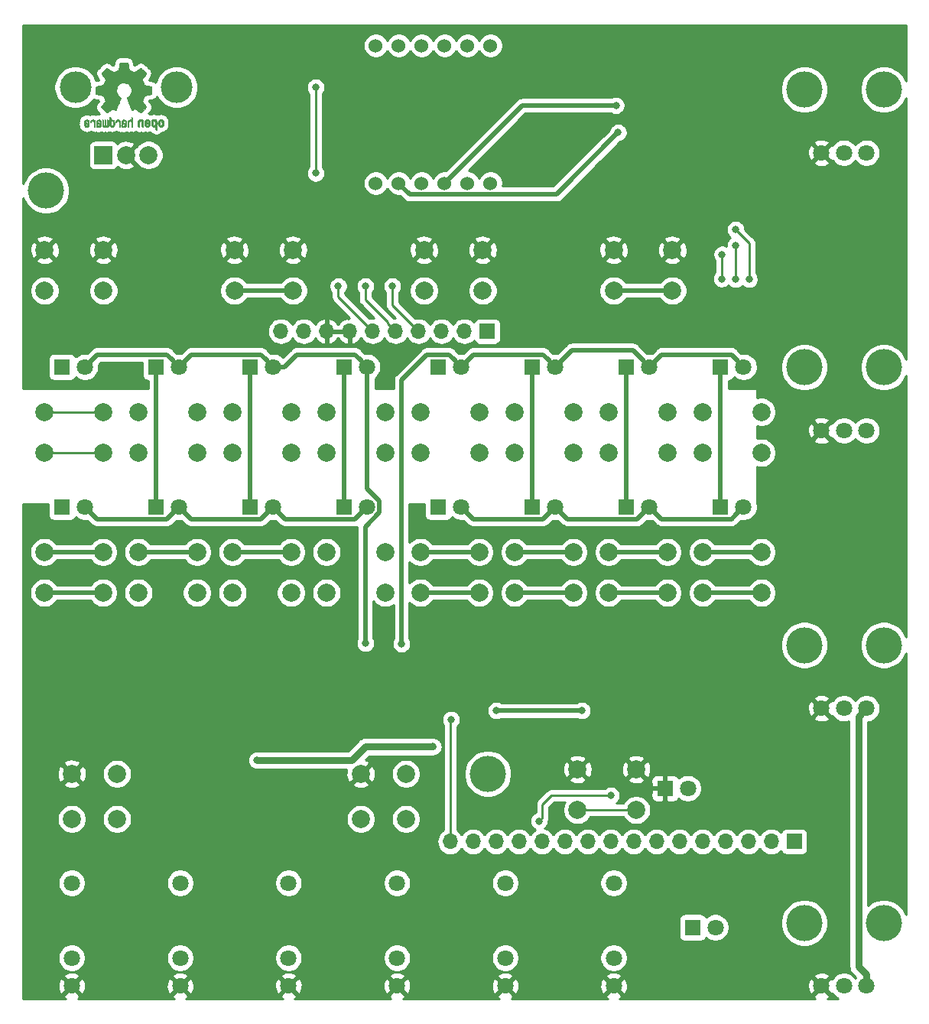
<source format=gbr>
G04 #@! TF.GenerationSoftware,KiCad,Pcbnew,(5.1.2)-1*
G04 #@! TF.CreationDate,2020-08-21T15:06:39-07:00*
G04 #@! TF.ProjectId,kicad-control-board-smt,6b696361-642d-4636-9f6e-74726f6c2d62,rev?*
G04 #@! TF.SameCoordinates,Original*
G04 #@! TF.FileFunction,Copper,L2,Bot*
G04 #@! TF.FilePolarity,Positive*
%FSLAX46Y46*%
G04 Gerber Fmt 4.6, Leading zero omitted, Abs format (unit mm)*
G04 Created by KiCad (PCBNEW (5.1.2)-1) date 2020-08-21 15:06:39*
%MOMM*%
%LPD*%
G04 APERTURE LIST*
%ADD10C,0.010000*%
%ADD11C,2.000000*%
%ADD12C,1.800000*%
%ADD13R,1.800000X1.800000*%
%ADD14C,4.000000*%
%ADD15O,1.700000X1.700000*%
%ADD16R,1.700000X1.700000*%
%ADD17C,1.524000*%
%ADD18R,2.000000X2.000000*%
%ADD19C,3.500000*%
%ADD20C,0.800000*%
%ADD21C,0.800000*%
%ADD22C,0.500000*%
%ADD23C,0.250000*%
%ADD24C,0.254000*%
G04 APERTURE END LIST*
D10*
G36*
X27488114Y-23539505D02*
G01*
X27413461Y-23576727D01*
X27347569Y-23645261D01*
X27329423Y-23670648D01*
X27309655Y-23703866D01*
X27296828Y-23739945D01*
X27289490Y-23788098D01*
X27286187Y-23857536D01*
X27285462Y-23949206D01*
X27288737Y-24074830D01*
X27300123Y-24169154D01*
X27321959Y-24239523D01*
X27356581Y-24293286D01*
X27406330Y-24337788D01*
X27409986Y-24340423D01*
X27459015Y-24367377D01*
X27518055Y-24380712D01*
X27593141Y-24384000D01*
X27715205Y-24384000D01*
X27715256Y-24502497D01*
X27716392Y-24568492D01*
X27723314Y-24607202D01*
X27741402Y-24630419D01*
X27776038Y-24649933D01*
X27784355Y-24653920D01*
X27823280Y-24672603D01*
X27853417Y-24684403D01*
X27875826Y-24685422D01*
X27891567Y-24671761D01*
X27901698Y-24639522D01*
X27907277Y-24584804D01*
X27909365Y-24503711D01*
X27909019Y-24392344D01*
X27907300Y-24246802D01*
X27906763Y-24203269D01*
X27904828Y-24053205D01*
X27903096Y-23955042D01*
X27715308Y-23955042D01*
X27714252Y-24038364D01*
X27709562Y-24092880D01*
X27698949Y-24128837D01*
X27680128Y-24156482D01*
X27667350Y-24169965D01*
X27615110Y-24209417D01*
X27568858Y-24212628D01*
X27521133Y-24180049D01*
X27519923Y-24178846D01*
X27500506Y-24153668D01*
X27488693Y-24119447D01*
X27482735Y-24066748D01*
X27480880Y-23986131D01*
X27480846Y-23968271D01*
X27485330Y-23857175D01*
X27499926Y-23780161D01*
X27526350Y-23733147D01*
X27566317Y-23712050D01*
X27589416Y-23709923D01*
X27644238Y-23719900D01*
X27681842Y-23752752D01*
X27704477Y-23812857D01*
X27714394Y-23904598D01*
X27715308Y-23955042D01*
X27903096Y-23955042D01*
X27902778Y-23937060D01*
X27900127Y-23849679D01*
X27896394Y-23785905D01*
X27891093Y-23740582D01*
X27883742Y-23708555D01*
X27873857Y-23684668D01*
X27860954Y-23663764D01*
X27855421Y-23655898D01*
X27782031Y-23581595D01*
X27689240Y-23539467D01*
X27581904Y-23527722D01*
X27488114Y-23539505D01*
X27488114Y-23539505D01*
G37*
X27488114Y-23539505D02*
X27413461Y-23576727D01*
X27347569Y-23645261D01*
X27329423Y-23670648D01*
X27309655Y-23703866D01*
X27296828Y-23739945D01*
X27289490Y-23788098D01*
X27286187Y-23857536D01*
X27285462Y-23949206D01*
X27288737Y-24074830D01*
X27300123Y-24169154D01*
X27321959Y-24239523D01*
X27356581Y-24293286D01*
X27406330Y-24337788D01*
X27409986Y-24340423D01*
X27459015Y-24367377D01*
X27518055Y-24380712D01*
X27593141Y-24384000D01*
X27715205Y-24384000D01*
X27715256Y-24502497D01*
X27716392Y-24568492D01*
X27723314Y-24607202D01*
X27741402Y-24630419D01*
X27776038Y-24649933D01*
X27784355Y-24653920D01*
X27823280Y-24672603D01*
X27853417Y-24684403D01*
X27875826Y-24685422D01*
X27891567Y-24671761D01*
X27901698Y-24639522D01*
X27907277Y-24584804D01*
X27909365Y-24503711D01*
X27909019Y-24392344D01*
X27907300Y-24246802D01*
X27906763Y-24203269D01*
X27904828Y-24053205D01*
X27903096Y-23955042D01*
X27715308Y-23955042D01*
X27714252Y-24038364D01*
X27709562Y-24092880D01*
X27698949Y-24128837D01*
X27680128Y-24156482D01*
X27667350Y-24169965D01*
X27615110Y-24209417D01*
X27568858Y-24212628D01*
X27521133Y-24180049D01*
X27519923Y-24178846D01*
X27500506Y-24153668D01*
X27488693Y-24119447D01*
X27482735Y-24066748D01*
X27480880Y-23986131D01*
X27480846Y-23968271D01*
X27485330Y-23857175D01*
X27499926Y-23780161D01*
X27526350Y-23733147D01*
X27566317Y-23712050D01*
X27589416Y-23709923D01*
X27644238Y-23719900D01*
X27681842Y-23752752D01*
X27704477Y-23812857D01*
X27714394Y-23904598D01*
X27715308Y-23955042D01*
X27903096Y-23955042D01*
X27902778Y-23937060D01*
X27900127Y-23849679D01*
X27896394Y-23785905D01*
X27891093Y-23740582D01*
X27883742Y-23708555D01*
X27873857Y-23684668D01*
X27860954Y-23663764D01*
X27855421Y-23655898D01*
X27782031Y-23581595D01*
X27689240Y-23539467D01*
X27581904Y-23527722D01*
X27488114Y-23539505D01*
G36*
X25985336Y-23550089D02*
G01*
X25922633Y-23586358D01*
X25879039Y-23622358D01*
X25847155Y-23660075D01*
X25825190Y-23706199D01*
X25811351Y-23767421D01*
X25803847Y-23850431D01*
X25800883Y-23961919D01*
X25800539Y-24042062D01*
X25800539Y-24337065D01*
X25966615Y-24411515D01*
X25976385Y-24088402D01*
X25980421Y-23967729D01*
X25984656Y-23880141D01*
X25989903Y-23819650D01*
X25996975Y-23780268D01*
X26006689Y-23756007D01*
X26019856Y-23740880D01*
X26024081Y-23737606D01*
X26088091Y-23712034D01*
X26152792Y-23722153D01*
X26191308Y-23749000D01*
X26206975Y-23768024D01*
X26217820Y-23792988D01*
X26224712Y-23830834D01*
X26228521Y-23888502D01*
X26230117Y-23972935D01*
X26230385Y-24060928D01*
X26230437Y-24171323D01*
X26232328Y-24249463D01*
X26238655Y-24302165D01*
X26252017Y-24336242D01*
X26275015Y-24358511D01*
X26310246Y-24375787D01*
X26357303Y-24393738D01*
X26408697Y-24413278D01*
X26402579Y-24066485D01*
X26400116Y-23941468D01*
X26397233Y-23849082D01*
X26393102Y-23782881D01*
X26386893Y-23736420D01*
X26377774Y-23703256D01*
X26364917Y-23676944D01*
X26349416Y-23653729D01*
X26274629Y-23579569D01*
X26183372Y-23536684D01*
X26084117Y-23526412D01*
X25985336Y-23550089D01*
X25985336Y-23550089D01*
G37*
X25985336Y-23550089D02*
X25922633Y-23586358D01*
X25879039Y-23622358D01*
X25847155Y-23660075D01*
X25825190Y-23706199D01*
X25811351Y-23767421D01*
X25803847Y-23850431D01*
X25800883Y-23961919D01*
X25800539Y-24042062D01*
X25800539Y-24337065D01*
X25966615Y-24411515D01*
X25976385Y-24088402D01*
X25980421Y-23967729D01*
X25984656Y-23880141D01*
X25989903Y-23819650D01*
X25996975Y-23780268D01*
X26006689Y-23756007D01*
X26019856Y-23740880D01*
X26024081Y-23737606D01*
X26088091Y-23712034D01*
X26152792Y-23722153D01*
X26191308Y-23749000D01*
X26206975Y-23768024D01*
X26217820Y-23792988D01*
X26224712Y-23830834D01*
X26228521Y-23888502D01*
X26230117Y-23972935D01*
X26230385Y-24060928D01*
X26230437Y-24171323D01*
X26232328Y-24249463D01*
X26238655Y-24302165D01*
X26252017Y-24336242D01*
X26275015Y-24358511D01*
X26310246Y-24375787D01*
X26357303Y-24393738D01*
X26408697Y-24413278D01*
X26402579Y-24066485D01*
X26400116Y-23941468D01*
X26397233Y-23849082D01*
X26393102Y-23782881D01*
X26386893Y-23736420D01*
X26377774Y-23703256D01*
X26364917Y-23676944D01*
X26349416Y-23653729D01*
X26274629Y-23579569D01*
X26183372Y-23536684D01*
X26084117Y-23526412D01*
X25985336Y-23550089D01*
G36*
X28240114Y-23542256D02*
G01*
X28148536Y-23590409D01*
X28080951Y-23667905D01*
X28056943Y-23717727D01*
X28038262Y-23792533D01*
X28028699Y-23887052D01*
X28027792Y-23990210D01*
X28035079Y-24090935D01*
X28050097Y-24178153D01*
X28072385Y-24240791D01*
X28079235Y-24251579D01*
X28160368Y-24332105D01*
X28256734Y-24380336D01*
X28361299Y-24394450D01*
X28467032Y-24372629D01*
X28496457Y-24359547D01*
X28553759Y-24319231D01*
X28604050Y-24265775D01*
X28608803Y-24258995D01*
X28628122Y-24226321D01*
X28640892Y-24191394D01*
X28648436Y-24145414D01*
X28652076Y-24079584D01*
X28653135Y-23985105D01*
X28653154Y-23963923D01*
X28653106Y-23957182D01*
X28457769Y-23957182D01*
X28456632Y-24046349D01*
X28452159Y-24105520D01*
X28442754Y-24143741D01*
X28426824Y-24170053D01*
X28418692Y-24178846D01*
X28371942Y-24212261D01*
X28326553Y-24210737D01*
X28280660Y-24181752D01*
X28253288Y-24150809D01*
X28237077Y-24105643D01*
X28227974Y-24034420D01*
X28227349Y-24026114D01*
X28225796Y-23897037D01*
X28242035Y-23801172D01*
X28275848Y-23739107D01*
X28327016Y-23711432D01*
X28345280Y-23709923D01*
X28393240Y-23717513D01*
X28426047Y-23743808D01*
X28446105Y-23794095D01*
X28455822Y-23873664D01*
X28457769Y-23957182D01*
X28653106Y-23957182D01*
X28652426Y-23863249D01*
X28649371Y-23792906D01*
X28642678Y-23744163D01*
X28631040Y-23708288D01*
X28613147Y-23676548D01*
X28609192Y-23670648D01*
X28542733Y-23591104D01*
X28470315Y-23544929D01*
X28382151Y-23526599D01*
X28352213Y-23525703D01*
X28240114Y-23542256D01*
X28240114Y-23542256D01*
G37*
X28240114Y-23542256D02*
X28148536Y-23590409D01*
X28080951Y-23667905D01*
X28056943Y-23717727D01*
X28038262Y-23792533D01*
X28028699Y-23887052D01*
X28027792Y-23990210D01*
X28035079Y-24090935D01*
X28050097Y-24178153D01*
X28072385Y-24240791D01*
X28079235Y-24251579D01*
X28160368Y-24332105D01*
X28256734Y-24380336D01*
X28361299Y-24394450D01*
X28467032Y-24372629D01*
X28496457Y-24359547D01*
X28553759Y-24319231D01*
X28604050Y-24265775D01*
X28608803Y-24258995D01*
X28628122Y-24226321D01*
X28640892Y-24191394D01*
X28648436Y-24145414D01*
X28652076Y-24079584D01*
X28653135Y-23985105D01*
X28653154Y-23963923D01*
X28653106Y-23957182D01*
X28457769Y-23957182D01*
X28456632Y-24046349D01*
X28452159Y-24105520D01*
X28442754Y-24143741D01*
X28426824Y-24170053D01*
X28418692Y-24178846D01*
X28371942Y-24212261D01*
X28326553Y-24210737D01*
X28280660Y-24181752D01*
X28253288Y-24150809D01*
X28237077Y-24105643D01*
X28227974Y-24034420D01*
X28227349Y-24026114D01*
X28225796Y-23897037D01*
X28242035Y-23801172D01*
X28275848Y-23739107D01*
X28327016Y-23711432D01*
X28345280Y-23709923D01*
X28393240Y-23717513D01*
X28426047Y-23743808D01*
X28446105Y-23794095D01*
X28455822Y-23873664D01*
X28457769Y-23957182D01*
X28653106Y-23957182D01*
X28652426Y-23863249D01*
X28649371Y-23792906D01*
X28642678Y-23744163D01*
X28631040Y-23708288D01*
X28613147Y-23676548D01*
X28609192Y-23670648D01*
X28542733Y-23591104D01*
X28470315Y-23544929D01*
X28382151Y-23526599D01*
X28352213Y-23525703D01*
X28240114Y-23542256D01*
G36*
X26722746Y-23554745D02*
G01*
X26645714Y-23606567D01*
X26586184Y-23681412D01*
X26550622Y-23776654D01*
X26543429Y-23846756D01*
X26544246Y-23876009D01*
X26551086Y-23898407D01*
X26569888Y-23918474D01*
X26606592Y-23940733D01*
X26667138Y-23969709D01*
X26757466Y-24009927D01*
X26757923Y-24010129D01*
X26841067Y-24048210D01*
X26909247Y-24082025D01*
X26955495Y-24107933D01*
X26972842Y-24122295D01*
X26972846Y-24122411D01*
X26957557Y-24153685D01*
X26921804Y-24188157D01*
X26880758Y-24212990D01*
X26859963Y-24217923D01*
X26803230Y-24200862D01*
X26754373Y-24158133D01*
X26730535Y-24111155D01*
X26707603Y-24076522D01*
X26662682Y-24037081D01*
X26609877Y-24003009D01*
X26563290Y-23984480D01*
X26553548Y-23983462D01*
X26542582Y-24000215D01*
X26541921Y-24043039D01*
X26549980Y-24100781D01*
X26565173Y-24162289D01*
X26585914Y-24216409D01*
X26586962Y-24218510D01*
X26649379Y-24305660D01*
X26730274Y-24364939D01*
X26822144Y-24394034D01*
X26917487Y-24390634D01*
X27008802Y-24352428D01*
X27012862Y-24349741D01*
X27084694Y-24284642D01*
X27131927Y-24199705D01*
X27158066Y-24088021D01*
X27161574Y-24056643D01*
X27167787Y-23908536D01*
X27160339Y-23839468D01*
X26972846Y-23839468D01*
X26970410Y-23882552D01*
X26957086Y-23895126D01*
X26923868Y-23885719D01*
X26871506Y-23863483D01*
X26812976Y-23835610D01*
X26811521Y-23834872D01*
X26761911Y-23808777D01*
X26742000Y-23791363D01*
X26746910Y-23773107D01*
X26767584Y-23749120D01*
X26820181Y-23714406D01*
X26876823Y-23711856D01*
X26927631Y-23737119D01*
X26962724Y-23785847D01*
X26972846Y-23839468D01*
X27160339Y-23839468D01*
X27155008Y-23790036D01*
X27122222Y-23696055D01*
X27076579Y-23630215D01*
X26994198Y-23563681D01*
X26903454Y-23530676D01*
X26810815Y-23528573D01*
X26722746Y-23554745D01*
X26722746Y-23554745D01*
G37*
X26722746Y-23554745D02*
X26645714Y-23606567D01*
X26586184Y-23681412D01*
X26550622Y-23776654D01*
X26543429Y-23846756D01*
X26544246Y-23876009D01*
X26551086Y-23898407D01*
X26569888Y-23918474D01*
X26606592Y-23940733D01*
X26667138Y-23969709D01*
X26757466Y-24009927D01*
X26757923Y-24010129D01*
X26841067Y-24048210D01*
X26909247Y-24082025D01*
X26955495Y-24107933D01*
X26972842Y-24122295D01*
X26972846Y-24122411D01*
X26957557Y-24153685D01*
X26921804Y-24188157D01*
X26880758Y-24212990D01*
X26859963Y-24217923D01*
X26803230Y-24200862D01*
X26754373Y-24158133D01*
X26730535Y-24111155D01*
X26707603Y-24076522D01*
X26662682Y-24037081D01*
X26609877Y-24003009D01*
X26563290Y-23984480D01*
X26553548Y-23983462D01*
X26542582Y-24000215D01*
X26541921Y-24043039D01*
X26549980Y-24100781D01*
X26565173Y-24162289D01*
X26585914Y-24216409D01*
X26586962Y-24218510D01*
X26649379Y-24305660D01*
X26730274Y-24364939D01*
X26822144Y-24394034D01*
X26917487Y-24390634D01*
X27008802Y-24352428D01*
X27012862Y-24349741D01*
X27084694Y-24284642D01*
X27131927Y-24199705D01*
X27158066Y-24088021D01*
X27161574Y-24056643D01*
X27167787Y-23908536D01*
X27160339Y-23839468D01*
X26972846Y-23839468D01*
X26970410Y-23882552D01*
X26957086Y-23895126D01*
X26923868Y-23885719D01*
X26871506Y-23863483D01*
X26812976Y-23835610D01*
X26811521Y-23834872D01*
X26761911Y-23808777D01*
X26742000Y-23791363D01*
X26746910Y-23773107D01*
X26767584Y-23749120D01*
X26820181Y-23714406D01*
X26876823Y-23711856D01*
X26927631Y-23737119D01*
X26962724Y-23785847D01*
X26972846Y-23839468D01*
X27160339Y-23839468D01*
X27155008Y-23790036D01*
X27122222Y-23696055D01*
X27076579Y-23630215D01*
X26994198Y-23563681D01*
X26903454Y-23530676D01*
X26810815Y-23528573D01*
X26722746Y-23554745D01*
G36*
X25097154Y-23447120D02*
G01*
X25091428Y-23526980D01*
X25084851Y-23574039D01*
X25075738Y-23594566D01*
X25062402Y-23594829D01*
X25058077Y-23592378D01*
X25000556Y-23574636D01*
X24925732Y-23575672D01*
X24849661Y-23593910D01*
X24802082Y-23617505D01*
X24753298Y-23655198D01*
X24717636Y-23697855D01*
X24693155Y-23752057D01*
X24677913Y-23824384D01*
X24669970Y-23921419D01*
X24667384Y-24049742D01*
X24667338Y-24074358D01*
X24667308Y-24350870D01*
X24728839Y-24372320D01*
X24772541Y-24386912D01*
X24796518Y-24393706D01*
X24797223Y-24393769D01*
X24799585Y-24375345D01*
X24801594Y-24324526D01*
X24803099Y-24247993D01*
X24803947Y-24152430D01*
X24804077Y-24094329D01*
X24804349Y-23979771D01*
X24805748Y-23897667D01*
X24809151Y-23841393D01*
X24815433Y-23804326D01*
X24825471Y-23779844D01*
X24840139Y-23761325D01*
X24849298Y-23752406D01*
X24912211Y-23716466D01*
X24980864Y-23713775D01*
X25043152Y-23744170D01*
X25054671Y-23755144D01*
X25071567Y-23775779D01*
X25083286Y-23800256D01*
X25090767Y-23835647D01*
X25094946Y-23889026D01*
X25096763Y-23967466D01*
X25097154Y-24075617D01*
X25097154Y-24350870D01*
X25158685Y-24372320D01*
X25202387Y-24386912D01*
X25226364Y-24393706D01*
X25227070Y-24393769D01*
X25228874Y-24375069D01*
X25230500Y-24322322D01*
X25231883Y-24240557D01*
X25232958Y-24134805D01*
X25233660Y-24010094D01*
X25233923Y-23871455D01*
X25233923Y-23336806D01*
X25106923Y-23283236D01*
X25097154Y-23447120D01*
X25097154Y-23447120D01*
G37*
X25097154Y-23447120D02*
X25091428Y-23526980D01*
X25084851Y-23574039D01*
X25075738Y-23594566D01*
X25062402Y-23594829D01*
X25058077Y-23592378D01*
X25000556Y-23574636D01*
X24925732Y-23575672D01*
X24849661Y-23593910D01*
X24802082Y-23617505D01*
X24753298Y-23655198D01*
X24717636Y-23697855D01*
X24693155Y-23752057D01*
X24677913Y-23824384D01*
X24669970Y-23921419D01*
X24667384Y-24049742D01*
X24667338Y-24074358D01*
X24667308Y-24350870D01*
X24728839Y-24372320D01*
X24772541Y-24386912D01*
X24796518Y-24393706D01*
X24797223Y-24393769D01*
X24799585Y-24375345D01*
X24801594Y-24324526D01*
X24803099Y-24247993D01*
X24803947Y-24152430D01*
X24804077Y-24094329D01*
X24804349Y-23979771D01*
X24805748Y-23897667D01*
X24809151Y-23841393D01*
X24815433Y-23804326D01*
X24825471Y-23779844D01*
X24840139Y-23761325D01*
X24849298Y-23752406D01*
X24912211Y-23716466D01*
X24980864Y-23713775D01*
X25043152Y-23744170D01*
X25054671Y-23755144D01*
X25071567Y-23775779D01*
X25083286Y-23800256D01*
X25090767Y-23835647D01*
X25094946Y-23889026D01*
X25096763Y-23967466D01*
X25097154Y-24075617D01*
X25097154Y-24350870D01*
X25158685Y-24372320D01*
X25202387Y-24386912D01*
X25226364Y-24393706D01*
X25227070Y-24393769D01*
X25228874Y-24375069D01*
X25230500Y-24322322D01*
X25231883Y-24240557D01*
X25232958Y-24134805D01*
X25233660Y-24010094D01*
X25233923Y-23871455D01*
X25233923Y-23336806D01*
X25106923Y-23283236D01*
X25097154Y-23447120D01*
G36*
X24203499Y-23581303D02*
G01*
X24126940Y-23609733D01*
X24126064Y-23610279D01*
X24078715Y-23645127D01*
X24043759Y-23685852D01*
X24019175Y-23738925D01*
X24002938Y-23810814D01*
X23993025Y-23907992D01*
X23987414Y-24036928D01*
X23986923Y-24055298D01*
X23979859Y-24332287D01*
X24039305Y-24363028D01*
X24082319Y-24383802D01*
X24108290Y-24393646D01*
X24109491Y-24393769D01*
X24113986Y-24375606D01*
X24117556Y-24326612D01*
X24119752Y-24255031D01*
X24120231Y-24197068D01*
X24120242Y-24103170D01*
X24124534Y-24044203D01*
X24139497Y-24016079D01*
X24171518Y-24014706D01*
X24226986Y-24035998D01*
X24310731Y-24075136D01*
X24372311Y-24107643D01*
X24403983Y-24135845D01*
X24413294Y-24166582D01*
X24413308Y-24168104D01*
X24397943Y-24221054D01*
X24352453Y-24249660D01*
X24282834Y-24253803D01*
X24232687Y-24253084D01*
X24206246Y-24267527D01*
X24189757Y-24302218D01*
X24180267Y-24346416D01*
X24193943Y-24371493D01*
X24199093Y-24375082D01*
X24247575Y-24389496D01*
X24315469Y-24391537D01*
X24385388Y-24381983D01*
X24434932Y-24364522D01*
X24503430Y-24306364D01*
X24542366Y-24225408D01*
X24550077Y-24162160D01*
X24544193Y-24105111D01*
X24522899Y-24058542D01*
X24480735Y-24017181D01*
X24412241Y-23975755D01*
X24311956Y-23928993D01*
X24305846Y-23926350D01*
X24215510Y-23884617D01*
X24159765Y-23850391D01*
X24135871Y-23819635D01*
X24141087Y-23788311D01*
X24172672Y-23752383D01*
X24182117Y-23744116D01*
X24245383Y-23712058D01*
X24310936Y-23713407D01*
X24368028Y-23744838D01*
X24405907Y-23803024D01*
X24409426Y-23814446D01*
X24443700Y-23869837D01*
X24487191Y-23896518D01*
X24550077Y-23922960D01*
X24550077Y-23854548D01*
X24530948Y-23755110D01*
X24474169Y-23663902D01*
X24444622Y-23633389D01*
X24377458Y-23594228D01*
X24292044Y-23576500D01*
X24203499Y-23581303D01*
X24203499Y-23581303D01*
G37*
X24203499Y-23581303D02*
X24126940Y-23609733D01*
X24126064Y-23610279D01*
X24078715Y-23645127D01*
X24043759Y-23685852D01*
X24019175Y-23738925D01*
X24002938Y-23810814D01*
X23993025Y-23907992D01*
X23987414Y-24036928D01*
X23986923Y-24055298D01*
X23979859Y-24332287D01*
X24039305Y-24363028D01*
X24082319Y-24383802D01*
X24108290Y-24393646D01*
X24109491Y-24393769D01*
X24113986Y-24375606D01*
X24117556Y-24326612D01*
X24119752Y-24255031D01*
X24120231Y-24197068D01*
X24120242Y-24103170D01*
X24124534Y-24044203D01*
X24139497Y-24016079D01*
X24171518Y-24014706D01*
X24226986Y-24035998D01*
X24310731Y-24075136D01*
X24372311Y-24107643D01*
X24403983Y-24135845D01*
X24413294Y-24166582D01*
X24413308Y-24168104D01*
X24397943Y-24221054D01*
X24352453Y-24249660D01*
X24282834Y-24253803D01*
X24232687Y-24253084D01*
X24206246Y-24267527D01*
X24189757Y-24302218D01*
X24180267Y-24346416D01*
X24193943Y-24371493D01*
X24199093Y-24375082D01*
X24247575Y-24389496D01*
X24315469Y-24391537D01*
X24385388Y-24381983D01*
X24434932Y-24364522D01*
X24503430Y-24306364D01*
X24542366Y-24225408D01*
X24550077Y-24162160D01*
X24544193Y-24105111D01*
X24522899Y-24058542D01*
X24480735Y-24017181D01*
X24412241Y-23975755D01*
X24311956Y-23928993D01*
X24305846Y-23926350D01*
X24215510Y-23884617D01*
X24159765Y-23850391D01*
X24135871Y-23819635D01*
X24141087Y-23788311D01*
X24172672Y-23752383D01*
X24182117Y-23744116D01*
X24245383Y-23712058D01*
X24310936Y-23713407D01*
X24368028Y-23744838D01*
X24405907Y-23803024D01*
X24409426Y-23814446D01*
X24443700Y-23869837D01*
X24487191Y-23896518D01*
X24550077Y-23922960D01*
X24550077Y-23854548D01*
X24530948Y-23755110D01*
X24474169Y-23663902D01*
X24444622Y-23633389D01*
X24377458Y-23594228D01*
X24292044Y-23576500D01*
X24203499Y-23581303D01*
G36*
X23543638Y-23579670D02*
G01*
X23454883Y-23612421D01*
X23382978Y-23670350D01*
X23354856Y-23711128D01*
X23324198Y-23785954D01*
X23324835Y-23840058D01*
X23357013Y-23876446D01*
X23368919Y-23882633D01*
X23420325Y-23901925D01*
X23446578Y-23896982D01*
X23455470Y-23864587D01*
X23455923Y-23846692D01*
X23472203Y-23780859D01*
X23514635Y-23734807D01*
X23573612Y-23712564D01*
X23639525Y-23718161D01*
X23693105Y-23747229D01*
X23711202Y-23763810D01*
X23724029Y-23783925D01*
X23732694Y-23814332D01*
X23738304Y-23861788D01*
X23741965Y-23933050D01*
X23744785Y-24034875D01*
X23745516Y-24067115D01*
X23748180Y-24177410D01*
X23751208Y-24255036D01*
X23755750Y-24306396D01*
X23762954Y-24337890D01*
X23773967Y-24355920D01*
X23789940Y-24366888D01*
X23800166Y-24371733D01*
X23843594Y-24388301D01*
X23869158Y-24393769D01*
X23877605Y-24375507D01*
X23882761Y-24320296D01*
X23884654Y-24227499D01*
X23883311Y-24096478D01*
X23882893Y-24076269D01*
X23879942Y-23956733D01*
X23876452Y-23869449D01*
X23871486Y-23807591D01*
X23864107Y-23764336D01*
X23853376Y-23732860D01*
X23838355Y-23706339D01*
X23830498Y-23694975D01*
X23785447Y-23644692D01*
X23735060Y-23605581D01*
X23728892Y-23602167D01*
X23638542Y-23575212D01*
X23543638Y-23579670D01*
X23543638Y-23579670D01*
G37*
X23543638Y-23579670D02*
X23454883Y-23612421D01*
X23382978Y-23670350D01*
X23354856Y-23711128D01*
X23324198Y-23785954D01*
X23324835Y-23840058D01*
X23357013Y-23876446D01*
X23368919Y-23882633D01*
X23420325Y-23901925D01*
X23446578Y-23896982D01*
X23455470Y-23864587D01*
X23455923Y-23846692D01*
X23472203Y-23780859D01*
X23514635Y-23734807D01*
X23573612Y-23712564D01*
X23639525Y-23718161D01*
X23693105Y-23747229D01*
X23711202Y-23763810D01*
X23724029Y-23783925D01*
X23732694Y-23814332D01*
X23738304Y-23861788D01*
X23741965Y-23933050D01*
X23744785Y-24034875D01*
X23745516Y-24067115D01*
X23748180Y-24177410D01*
X23751208Y-24255036D01*
X23755750Y-24306396D01*
X23762954Y-24337890D01*
X23773967Y-24355920D01*
X23789940Y-24366888D01*
X23800166Y-24371733D01*
X23843594Y-24388301D01*
X23869158Y-24393769D01*
X23877605Y-24375507D01*
X23882761Y-24320296D01*
X23884654Y-24227499D01*
X23883311Y-24096478D01*
X23882893Y-24076269D01*
X23879942Y-23956733D01*
X23876452Y-23869449D01*
X23871486Y-23807591D01*
X23864107Y-23764336D01*
X23853376Y-23732860D01*
X23838355Y-23706339D01*
X23830498Y-23694975D01*
X23785447Y-23644692D01*
X23735060Y-23605581D01*
X23728892Y-23602167D01*
X23638542Y-23575212D01*
X23543638Y-23579670D01*
G36*
X22654919Y-23735289D02*
G01*
X22655167Y-23881320D01*
X22656128Y-23993655D01*
X22658206Y-24077678D01*
X22661807Y-24138769D01*
X22667335Y-24182309D01*
X22675196Y-24213679D01*
X22685793Y-24238262D01*
X22693818Y-24252294D01*
X22760272Y-24328388D01*
X22844530Y-24376084D01*
X22937751Y-24393199D01*
X23031100Y-24377546D01*
X23086688Y-24349418D01*
X23145043Y-24300760D01*
X23184814Y-24241333D01*
X23208810Y-24163507D01*
X23219839Y-24059652D01*
X23221401Y-23983462D01*
X23221191Y-23977986D01*
X23084692Y-23977986D01*
X23083859Y-24065355D01*
X23080039Y-24123192D01*
X23071254Y-24161029D01*
X23055526Y-24188398D01*
X23036734Y-24209042D01*
X22973625Y-24248890D01*
X22905863Y-24252295D01*
X22841821Y-24219025D01*
X22836836Y-24214517D01*
X22815561Y-24191067D01*
X22802221Y-24163166D01*
X22794999Y-24121641D01*
X22792077Y-24057316D01*
X22791615Y-23986200D01*
X22792617Y-23896858D01*
X22796762Y-23837258D01*
X22805764Y-23798089D01*
X22821333Y-23770040D01*
X22834098Y-23755144D01*
X22893400Y-23717575D01*
X22961699Y-23713057D01*
X23026890Y-23741753D01*
X23039472Y-23752406D01*
X23060889Y-23776063D01*
X23074256Y-23804251D01*
X23081434Y-23846245D01*
X23084281Y-23911319D01*
X23084692Y-23977986D01*
X23221191Y-23977986D01*
X23216678Y-23860765D01*
X23200638Y-23768577D01*
X23170472Y-23699269D01*
X23123371Y-23645211D01*
X23086688Y-23617505D01*
X23020010Y-23587572D01*
X22942728Y-23573678D01*
X22870890Y-23577397D01*
X22830692Y-23592400D01*
X22814918Y-23596670D01*
X22804450Y-23580750D01*
X22797144Y-23538089D01*
X22791615Y-23473106D01*
X22785563Y-23400732D01*
X22777156Y-23357187D01*
X22761859Y-23332287D01*
X22735136Y-23315845D01*
X22718346Y-23308564D01*
X22654846Y-23281963D01*
X22654919Y-23735289D01*
X22654919Y-23735289D01*
G37*
X22654919Y-23735289D02*
X22655167Y-23881320D01*
X22656128Y-23993655D01*
X22658206Y-24077678D01*
X22661807Y-24138769D01*
X22667335Y-24182309D01*
X22675196Y-24213679D01*
X22685793Y-24238262D01*
X22693818Y-24252294D01*
X22760272Y-24328388D01*
X22844530Y-24376084D01*
X22937751Y-24393199D01*
X23031100Y-24377546D01*
X23086688Y-24349418D01*
X23145043Y-24300760D01*
X23184814Y-24241333D01*
X23208810Y-24163507D01*
X23219839Y-24059652D01*
X23221401Y-23983462D01*
X23221191Y-23977986D01*
X23084692Y-23977986D01*
X23083859Y-24065355D01*
X23080039Y-24123192D01*
X23071254Y-24161029D01*
X23055526Y-24188398D01*
X23036734Y-24209042D01*
X22973625Y-24248890D01*
X22905863Y-24252295D01*
X22841821Y-24219025D01*
X22836836Y-24214517D01*
X22815561Y-24191067D01*
X22802221Y-24163166D01*
X22794999Y-24121641D01*
X22792077Y-24057316D01*
X22791615Y-23986200D01*
X22792617Y-23896858D01*
X22796762Y-23837258D01*
X22805764Y-23798089D01*
X22821333Y-23770040D01*
X22834098Y-23755144D01*
X22893400Y-23717575D01*
X22961699Y-23713057D01*
X23026890Y-23741753D01*
X23039472Y-23752406D01*
X23060889Y-23776063D01*
X23074256Y-23804251D01*
X23081434Y-23846245D01*
X23084281Y-23911319D01*
X23084692Y-23977986D01*
X23221191Y-23977986D01*
X23216678Y-23860765D01*
X23200638Y-23768577D01*
X23170472Y-23699269D01*
X23123371Y-23645211D01*
X23086688Y-23617505D01*
X23020010Y-23587572D01*
X22942728Y-23573678D01*
X22870890Y-23577397D01*
X22830692Y-23592400D01*
X22814918Y-23596670D01*
X22804450Y-23580750D01*
X22797144Y-23538089D01*
X22791615Y-23473106D01*
X22785563Y-23400732D01*
X22777156Y-23357187D01*
X22761859Y-23332287D01*
X22735136Y-23315845D01*
X22718346Y-23308564D01*
X22654846Y-23281963D01*
X22654919Y-23735289D01*
G36*
X21861071Y-23591662D02*
G01*
X21858089Y-23643068D01*
X21855753Y-23721192D01*
X21854251Y-23819857D01*
X21853769Y-23923343D01*
X21853769Y-24273533D01*
X21915599Y-24335363D01*
X21958207Y-24373462D01*
X21995610Y-24388895D01*
X22046730Y-24387918D01*
X22067022Y-24385433D01*
X22130446Y-24378200D01*
X22182905Y-24374055D01*
X22195692Y-24373672D01*
X22238801Y-24376176D01*
X22300456Y-24382462D01*
X22324362Y-24385433D01*
X22383078Y-24390028D01*
X22422536Y-24380046D01*
X22461662Y-24349228D01*
X22475785Y-24335363D01*
X22537615Y-24273533D01*
X22537615Y-23618503D01*
X22487850Y-23595829D01*
X22444998Y-23579034D01*
X22419927Y-23573154D01*
X22413499Y-23591736D01*
X22407491Y-23643655D01*
X22402303Y-23723172D01*
X22398336Y-23824546D01*
X22396423Y-23910192D01*
X22391077Y-24247231D01*
X22344440Y-24253825D01*
X22302024Y-24249214D01*
X22281240Y-24234287D01*
X22275430Y-24206377D01*
X22270470Y-24146925D01*
X22266754Y-24063466D01*
X22264676Y-23963532D01*
X22264376Y-23912104D01*
X22264077Y-23616054D01*
X22202546Y-23594604D01*
X22158996Y-23580020D01*
X22135306Y-23573219D01*
X22134623Y-23573154D01*
X22132246Y-23591642D01*
X22129634Y-23642906D01*
X22127005Y-23720649D01*
X22124579Y-23818574D01*
X22122885Y-23910192D01*
X22117539Y-24247231D01*
X22000308Y-24247231D01*
X21994928Y-23939746D01*
X21989549Y-23632261D01*
X21932399Y-23602707D01*
X21890203Y-23582413D01*
X21865230Y-23573204D01*
X21864509Y-23573154D01*
X21861071Y-23591662D01*
X21861071Y-23591662D01*
G37*
X21861071Y-23591662D02*
X21858089Y-23643068D01*
X21855753Y-23721192D01*
X21854251Y-23819857D01*
X21853769Y-23923343D01*
X21853769Y-24273533D01*
X21915599Y-24335363D01*
X21958207Y-24373462D01*
X21995610Y-24388895D01*
X22046730Y-24387918D01*
X22067022Y-24385433D01*
X22130446Y-24378200D01*
X22182905Y-24374055D01*
X22195692Y-24373672D01*
X22238801Y-24376176D01*
X22300456Y-24382462D01*
X22324362Y-24385433D01*
X22383078Y-24390028D01*
X22422536Y-24380046D01*
X22461662Y-24349228D01*
X22475785Y-24335363D01*
X22537615Y-24273533D01*
X22537615Y-23618503D01*
X22487850Y-23595829D01*
X22444998Y-23579034D01*
X22419927Y-23573154D01*
X22413499Y-23591736D01*
X22407491Y-23643655D01*
X22402303Y-23723172D01*
X22398336Y-23824546D01*
X22396423Y-23910192D01*
X22391077Y-24247231D01*
X22344440Y-24253825D01*
X22302024Y-24249214D01*
X22281240Y-24234287D01*
X22275430Y-24206377D01*
X22270470Y-24146925D01*
X22266754Y-24063466D01*
X22264676Y-23963532D01*
X22264376Y-23912104D01*
X22264077Y-23616054D01*
X22202546Y-23594604D01*
X22158996Y-23580020D01*
X22135306Y-23573219D01*
X22134623Y-23573154D01*
X22132246Y-23591642D01*
X22129634Y-23642906D01*
X22127005Y-23720649D01*
X22124579Y-23818574D01*
X22122885Y-23910192D01*
X22117539Y-24247231D01*
X22000308Y-24247231D01*
X21994928Y-23939746D01*
X21989549Y-23632261D01*
X21932399Y-23602707D01*
X21890203Y-23582413D01*
X21865230Y-23573204D01*
X21864509Y-23573154D01*
X21861071Y-23591662D01*
G36*
X21369667Y-23588528D02*
G01*
X21313410Y-23614117D01*
X21269253Y-23645124D01*
X21236899Y-23679795D01*
X21214562Y-23724520D01*
X21200454Y-23785692D01*
X21192789Y-23869701D01*
X21189780Y-23982940D01*
X21189462Y-24057509D01*
X21189462Y-24348420D01*
X21239227Y-24371095D01*
X21278424Y-24387667D01*
X21297843Y-24393769D01*
X21301558Y-24375610D01*
X21304505Y-24326648D01*
X21306309Y-24255153D01*
X21306692Y-24198385D01*
X21308339Y-24116371D01*
X21312778Y-24051309D01*
X21319260Y-24011467D01*
X21324410Y-24003000D01*
X21359023Y-24011646D01*
X21413360Y-24033823D01*
X21476278Y-24063886D01*
X21536632Y-24096192D01*
X21583279Y-24125098D01*
X21605074Y-24144961D01*
X21605161Y-24145175D01*
X21603286Y-24181935D01*
X21586475Y-24217026D01*
X21556961Y-24245528D01*
X21513884Y-24255061D01*
X21477068Y-24253950D01*
X21424926Y-24253133D01*
X21397556Y-24265349D01*
X21381118Y-24297624D01*
X21379045Y-24303710D01*
X21371919Y-24349739D01*
X21390976Y-24377687D01*
X21440647Y-24391007D01*
X21494303Y-24393470D01*
X21590858Y-24375210D01*
X21640841Y-24349131D01*
X21702571Y-24287868D01*
X21735310Y-24212670D01*
X21738247Y-24133211D01*
X21710576Y-24059167D01*
X21668953Y-24012769D01*
X21627396Y-23986793D01*
X21562078Y-23953907D01*
X21485962Y-23920557D01*
X21473274Y-23915461D01*
X21389667Y-23878565D01*
X21341470Y-23846046D01*
X21325970Y-23813718D01*
X21340450Y-23777394D01*
X21365308Y-23749000D01*
X21424061Y-23714039D01*
X21488707Y-23711417D01*
X21547992Y-23738358D01*
X21590661Y-23792088D01*
X21596261Y-23805950D01*
X21628867Y-23856936D01*
X21676470Y-23894787D01*
X21736539Y-23925850D01*
X21736539Y-23837768D01*
X21733003Y-23783951D01*
X21717844Y-23741534D01*
X21684232Y-23696279D01*
X21651965Y-23661420D01*
X21601791Y-23612062D01*
X21562807Y-23585547D01*
X21520936Y-23574911D01*
X21473540Y-23573154D01*
X21369667Y-23588528D01*
X21369667Y-23588528D01*
G37*
X21369667Y-23588528D02*
X21313410Y-23614117D01*
X21269253Y-23645124D01*
X21236899Y-23679795D01*
X21214562Y-23724520D01*
X21200454Y-23785692D01*
X21192789Y-23869701D01*
X21189780Y-23982940D01*
X21189462Y-24057509D01*
X21189462Y-24348420D01*
X21239227Y-24371095D01*
X21278424Y-24387667D01*
X21297843Y-24393769D01*
X21301558Y-24375610D01*
X21304505Y-24326648D01*
X21306309Y-24255153D01*
X21306692Y-24198385D01*
X21308339Y-24116371D01*
X21312778Y-24051309D01*
X21319260Y-24011467D01*
X21324410Y-24003000D01*
X21359023Y-24011646D01*
X21413360Y-24033823D01*
X21476278Y-24063886D01*
X21536632Y-24096192D01*
X21583279Y-24125098D01*
X21605074Y-24144961D01*
X21605161Y-24145175D01*
X21603286Y-24181935D01*
X21586475Y-24217026D01*
X21556961Y-24245528D01*
X21513884Y-24255061D01*
X21477068Y-24253950D01*
X21424926Y-24253133D01*
X21397556Y-24265349D01*
X21381118Y-24297624D01*
X21379045Y-24303710D01*
X21371919Y-24349739D01*
X21390976Y-24377687D01*
X21440647Y-24391007D01*
X21494303Y-24393470D01*
X21590858Y-24375210D01*
X21640841Y-24349131D01*
X21702571Y-24287868D01*
X21735310Y-24212670D01*
X21738247Y-24133211D01*
X21710576Y-24059167D01*
X21668953Y-24012769D01*
X21627396Y-23986793D01*
X21562078Y-23953907D01*
X21485962Y-23920557D01*
X21473274Y-23915461D01*
X21389667Y-23878565D01*
X21341470Y-23846046D01*
X21325970Y-23813718D01*
X21340450Y-23777394D01*
X21365308Y-23749000D01*
X21424061Y-23714039D01*
X21488707Y-23711417D01*
X21547992Y-23738358D01*
X21590661Y-23792088D01*
X21596261Y-23805950D01*
X21628867Y-23856936D01*
X21676470Y-23894787D01*
X21736539Y-23925850D01*
X21736539Y-23837768D01*
X21733003Y-23783951D01*
X21717844Y-23741534D01*
X21684232Y-23696279D01*
X21651965Y-23661420D01*
X21601791Y-23612062D01*
X21562807Y-23585547D01*
X21520936Y-23574911D01*
X21473540Y-23573154D01*
X21369667Y-23588528D01*
G36*
X20686193Y-23591782D02*
G01*
X20662839Y-23601988D01*
X20607098Y-23646134D01*
X20559431Y-23709967D01*
X20529952Y-23778087D01*
X20525154Y-23811670D01*
X20541240Y-23858556D01*
X20576525Y-23883365D01*
X20614356Y-23898387D01*
X20631679Y-23901155D01*
X20640114Y-23881066D01*
X20656770Y-23837351D01*
X20664077Y-23817598D01*
X20705052Y-23749271D01*
X20764378Y-23715191D01*
X20840448Y-23716239D01*
X20846082Y-23717581D01*
X20886695Y-23736836D01*
X20916552Y-23774375D01*
X20936945Y-23834809D01*
X20949164Y-23922751D01*
X20954500Y-24042813D01*
X20955000Y-24106698D01*
X20955248Y-24207403D01*
X20956874Y-24276054D01*
X20961199Y-24319673D01*
X20969546Y-24345282D01*
X20983235Y-24359903D01*
X21003589Y-24370558D01*
X21004766Y-24371095D01*
X21043962Y-24387667D01*
X21063381Y-24393769D01*
X21066365Y-24375319D01*
X21068919Y-24324323D01*
X21070860Y-24247308D01*
X21072003Y-24150805D01*
X21072231Y-24080184D01*
X21071068Y-23943525D01*
X21066521Y-23839851D01*
X21057001Y-23763108D01*
X21040919Y-23707246D01*
X21016687Y-23666212D01*
X20982714Y-23633954D01*
X20949167Y-23611440D01*
X20868501Y-23581476D01*
X20774619Y-23574718D01*
X20686193Y-23591782D01*
X20686193Y-23591782D01*
G37*
X20686193Y-23591782D02*
X20662839Y-23601988D01*
X20607098Y-23646134D01*
X20559431Y-23709967D01*
X20529952Y-23778087D01*
X20525154Y-23811670D01*
X20541240Y-23858556D01*
X20576525Y-23883365D01*
X20614356Y-23898387D01*
X20631679Y-23901155D01*
X20640114Y-23881066D01*
X20656770Y-23837351D01*
X20664077Y-23817598D01*
X20705052Y-23749271D01*
X20764378Y-23715191D01*
X20840448Y-23716239D01*
X20846082Y-23717581D01*
X20886695Y-23736836D01*
X20916552Y-23774375D01*
X20936945Y-23834809D01*
X20949164Y-23922751D01*
X20954500Y-24042813D01*
X20955000Y-24106698D01*
X20955248Y-24207403D01*
X20956874Y-24276054D01*
X20961199Y-24319673D01*
X20969546Y-24345282D01*
X20983235Y-24359903D01*
X21003589Y-24370558D01*
X21004766Y-24371095D01*
X21043962Y-24387667D01*
X21063381Y-24393769D01*
X21066365Y-24375319D01*
X21068919Y-24324323D01*
X21070860Y-24247308D01*
X21072003Y-24150805D01*
X21072231Y-24080184D01*
X21071068Y-23943525D01*
X21066521Y-23839851D01*
X21057001Y-23763108D01*
X21040919Y-23707246D01*
X21016687Y-23666212D01*
X20982714Y-23633954D01*
X20949167Y-23611440D01*
X20868501Y-23581476D01*
X20774619Y-23574718D01*
X20686193Y-23591782D01*
G36*
X20011776Y-23602838D02*
G01*
X19934472Y-23653361D01*
X19897186Y-23698590D01*
X19867647Y-23780663D01*
X19865301Y-23845607D01*
X19870615Y-23932445D01*
X20070885Y-24020103D01*
X20168261Y-24064887D01*
X20231887Y-24100913D01*
X20264971Y-24132117D01*
X20270720Y-24162436D01*
X20252342Y-24195805D01*
X20232077Y-24217923D01*
X20173111Y-24253393D01*
X20108976Y-24255879D01*
X20050074Y-24228235D01*
X20006803Y-24173320D01*
X19999064Y-24153928D01*
X19961994Y-24093364D01*
X19919346Y-24067552D01*
X19860846Y-24045471D01*
X19860846Y-24129184D01*
X19866018Y-24186150D01*
X19886277Y-24234189D01*
X19928738Y-24289346D01*
X19935049Y-24296514D01*
X19982280Y-24345585D01*
X20022879Y-24371920D01*
X20073672Y-24384035D01*
X20115780Y-24388003D01*
X20191098Y-24388991D01*
X20244714Y-24376466D01*
X20278162Y-24357869D01*
X20330732Y-24316975D01*
X20367121Y-24272748D01*
X20390150Y-24217126D01*
X20402641Y-24142047D01*
X20407413Y-24039449D01*
X20407794Y-23987376D01*
X20406499Y-23924948D01*
X20288529Y-23924948D01*
X20287161Y-23958438D01*
X20283751Y-23963923D01*
X20261247Y-23956472D01*
X20212818Y-23936753D01*
X20148092Y-23908718D01*
X20134557Y-23902692D01*
X20052756Y-23861096D01*
X20007688Y-23824538D01*
X19997783Y-23790296D01*
X20021474Y-23755648D01*
X20041040Y-23740339D01*
X20111640Y-23709721D01*
X20177720Y-23714780D01*
X20233041Y-23752151D01*
X20271364Y-23818473D01*
X20283651Y-23871116D01*
X20288529Y-23924948D01*
X20406499Y-23924948D01*
X20405270Y-23865720D01*
X20395968Y-23775710D01*
X20377540Y-23710167D01*
X20347640Y-23661912D01*
X20303920Y-23623767D01*
X20284859Y-23611440D01*
X20198274Y-23579336D01*
X20103478Y-23577316D01*
X20011776Y-23602838D01*
X20011776Y-23602838D01*
G37*
X20011776Y-23602838D02*
X19934472Y-23653361D01*
X19897186Y-23698590D01*
X19867647Y-23780663D01*
X19865301Y-23845607D01*
X19870615Y-23932445D01*
X20070885Y-24020103D01*
X20168261Y-24064887D01*
X20231887Y-24100913D01*
X20264971Y-24132117D01*
X20270720Y-24162436D01*
X20252342Y-24195805D01*
X20232077Y-24217923D01*
X20173111Y-24253393D01*
X20108976Y-24255879D01*
X20050074Y-24228235D01*
X20006803Y-24173320D01*
X19999064Y-24153928D01*
X19961994Y-24093364D01*
X19919346Y-24067552D01*
X19860846Y-24045471D01*
X19860846Y-24129184D01*
X19866018Y-24186150D01*
X19886277Y-24234189D01*
X19928738Y-24289346D01*
X19935049Y-24296514D01*
X19982280Y-24345585D01*
X20022879Y-24371920D01*
X20073672Y-24384035D01*
X20115780Y-24388003D01*
X20191098Y-24388991D01*
X20244714Y-24376466D01*
X20278162Y-24357869D01*
X20330732Y-24316975D01*
X20367121Y-24272748D01*
X20390150Y-24217126D01*
X20402641Y-24142047D01*
X20407413Y-24039449D01*
X20407794Y-23987376D01*
X20406499Y-23924948D01*
X20288529Y-23924948D01*
X20287161Y-23958438D01*
X20283751Y-23963923D01*
X20261247Y-23956472D01*
X20212818Y-23936753D01*
X20148092Y-23908718D01*
X20134557Y-23902692D01*
X20052756Y-23861096D01*
X20007688Y-23824538D01*
X19997783Y-23790296D01*
X20021474Y-23755648D01*
X20041040Y-23740339D01*
X20111640Y-23709721D01*
X20177720Y-23714780D01*
X20233041Y-23752151D01*
X20271364Y-23818473D01*
X20283651Y-23871116D01*
X20288529Y-23924948D01*
X20406499Y-23924948D01*
X20405270Y-23865720D01*
X20395968Y-23775710D01*
X20377540Y-23710167D01*
X20347640Y-23661912D01*
X20303920Y-23623767D01*
X20284859Y-23611440D01*
X20198274Y-23579336D01*
X20103478Y-23577316D01*
X20011776Y-23602838D01*
G36*
X24117122Y-17242776D02*
G01*
X24011388Y-17243355D01*
X23934868Y-17244922D01*
X23882628Y-17247972D01*
X23849737Y-17252996D01*
X23831263Y-17260489D01*
X23822273Y-17270944D01*
X23817837Y-17284853D01*
X23817406Y-17286654D01*
X23810667Y-17319145D01*
X23798192Y-17383252D01*
X23781281Y-17472151D01*
X23761229Y-17579019D01*
X23739336Y-17697033D01*
X23738571Y-17701178D01*
X23716641Y-17816831D01*
X23696123Y-17919014D01*
X23678341Y-18001598D01*
X23664619Y-18058456D01*
X23656282Y-18083458D01*
X23655884Y-18083901D01*
X23631323Y-18096110D01*
X23580685Y-18116456D01*
X23514905Y-18140545D01*
X23514539Y-18140674D01*
X23431683Y-18171818D01*
X23334000Y-18211491D01*
X23241923Y-18251381D01*
X23237566Y-18253353D01*
X23087593Y-18321420D01*
X22755502Y-18094639D01*
X22653626Y-18025504D01*
X22561343Y-17963697D01*
X22483997Y-17912733D01*
X22426936Y-17876127D01*
X22395505Y-17857394D01*
X22392521Y-17856004D01*
X22369679Y-17862190D01*
X22327018Y-17892035D01*
X22262872Y-17946947D01*
X22175579Y-18028334D01*
X22086465Y-18114922D01*
X22000559Y-18200247D01*
X21923673Y-18278108D01*
X21860436Y-18343697D01*
X21815477Y-18392205D01*
X21793424Y-18418825D01*
X21792604Y-18420195D01*
X21790166Y-18438463D01*
X21799350Y-18468295D01*
X21822426Y-18513721D01*
X21861663Y-18578770D01*
X21919330Y-18667470D01*
X21996205Y-18781657D01*
X22064430Y-18882162D01*
X22125418Y-18972303D01*
X22175644Y-19046849D01*
X22211584Y-19100565D01*
X22229713Y-19128218D01*
X22230854Y-19130095D01*
X22228641Y-19156590D01*
X22211862Y-19208086D01*
X22183858Y-19274851D01*
X22173878Y-19296172D01*
X22130328Y-19391159D01*
X22083866Y-19498937D01*
X22046123Y-19592192D01*
X22018927Y-19661406D01*
X21997325Y-19714006D01*
X21984842Y-19741497D01*
X21983291Y-19743616D01*
X21960332Y-19747124D01*
X21906214Y-19756738D01*
X21828132Y-19771089D01*
X21733281Y-19788807D01*
X21628857Y-19808525D01*
X21522056Y-19828874D01*
X21420074Y-19848486D01*
X21330106Y-19865991D01*
X21259347Y-19880022D01*
X21214994Y-19889209D01*
X21204115Y-19891807D01*
X21192878Y-19898218D01*
X21184395Y-19912697D01*
X21178286Y-19940133D01*
X21174168Y-19985411D01*
X21171659Y-20053420D01*
X21170379Y-20149047D01*
X21169946Y-20277180D01*
X21169923Y-20329701D01*
X21169923Y-20756845D01*
X21272500Y-20777091D01*
X21329569Y-20788070D01*
X21414731Y-20804095D01*
X21517628Y-20823233D01*
X21627904Y-20843551D01*
X21658385Y-20849132D01*
X21760145Y-20868917D01*
X21848795Y-20888373D01*
X21916892Y-20905697D01*
X21956996Y-20919088D01*
X21963677Y-20923079D01*
X21980081Y-20951342D01*
X22003601Y-21006109D01*
X22029684Y-21076588D01*
X22034858Y-21091769D01*
X22069044Y-21185896D01*
X22111477Y-21292101D01*
X22153003Y-21387473D01*
X22153208Y-21387916D01*
X22222360Y-21537525D01*
X21767488Y-22206617D01*
X22059500Y-22499116D01*
X22147820Y-22586170D01*
X22228375Y-22662909D01*
X22296640Y-22725237D01*
X22348092Y-22769056D01*
X22378206Y-22790270D01*
X22382526Y-22791616D01*
X22407889Y-22781016D01*
X22459642Y-22751547D01*
X22532132Y-22706705D01*
X22619706Y-22649984D01*
X22714388Y-22586462D01*
X22810484Y-22521668D01*
X22896163Y-22465287D01*
X22965984Y-22420788D01*
X23014506Y-22391639D01*
X23036218Y-22381308D01*
X23062707Y-22390050D01*
X23112938Y-22413087D01*
X23176549Y-22445631D01*
X23183292Y-22449249D01*
X23268954Y-22492210D01*
X23327694Y-22513279D01*
X23364228Y-22513503D01*
X23383269Y-22493928D01*
X23383380Y-22493654D01*
X23392898Y-22470472D01*
X23415597Y-22415441D01*
X23449718Y-22332822D01*
X23493500Y-22226872D01*
X23545184Y-22101852D01*
X23603008Y-21962020D01*
X23659009Y-21826637D01*
X23720553Y-21677234D01*
X23777061Y-21538832D01*
X23826839Y-21415673D01*
X23868194Y-21312002D01*
X23899432Y-21232059D01*
X23918859Y-21180088D01*
X23924846Y-21160692D01*
X23909832Y-21138443D01*
X23870561Y-21102982D01*
X23818193Y-21063887D01*
X23669059Y-20940245D01*
X23552489Y-20798522D01*
X23469882Y-20641704D01*
X23422634Y-20472775D01*
X23412143Y-20294722D01*
X23419769Y-20212539D01*
X23461318Y-20042031D01*
X23532877Y-19891459D01*
X23630005Y-19762309D01*
X23748266Y-19656064D01*
X23883220Y-19574210D01*
X24030429Y-19518232D01*
X24185456Y-19489615D01*
X24343861Y-19489844D01*
X24501206Y-19520405D01*
X24653054Y-19582782D01*
X24794965Y-19678460D01*
X24854197Y-19732572D01*
X24967797Y-19871520D01*
X25046894Y-20023361D01*
X25092014Y-20183667D01*
X25103684Y-20348012D01*
X25082431Y-20511971D01*
X25028780Y-20671118D01*
X24943260Y-20821025D01*
X24826395Y-20957267D01*
X24695807Y-21063887D01*
X24641412Y-21104642D01*
X24602986Y-21139718D01*
X24589154Y-21160726D01*
X24596397Y-21183635D01*
X24616995Y-21238365D01*
X24649254Y-21320672D01*
X24691479Y-21426315D01*
X24741977Y-21551050D01*
X24799052Y-21690636D01*
X24855146Y-21826670D01*
X24917033Y-21976201D01*
X24974356Y-22114767D01*
X25025356Y-22238107D01*
X25068273Y-22341964D01*
X25101347Y-22422080D01*
X25122819Y-22474195D01*
X25130775Y-22493654D01*
X25149571Y-22513423D01*
X25185926Y-22513365D01*
X25244521Y-22492441D01*
X25330032Y-22449613D01*
X25330708Y-22449249D01*
X25395093Y-22416012D01*
X25447139Y-22391802D01*
X25476488Y-22381404D01*
X25477783Y-22381308D01*
X25499876Y-22391855D01*
X25548652Y-22421184D01*
X25618669Y-22465827D01*
X25704486Y-22522314D01*
X25799612Y-22586462D01*
X25896460Y-22651411D01*
X25983747Y-22707896D01*
X26055819Y-22752421D01*
X26107023Y-22781490D01*
X26131474Y-22791616D01*
X26153990Y-22778307D01*
X26199258Y-22741112D01*
X26262756Y-22684128D01*
X26339961Y-22611449D01*
X26426349Y-22527171D01*
X26454601Y-22499016D01*
X26746713Y-22206416D01*
X26524369Y-21880104D01*
X26456798Y-21779897D01*
X26397493Y-21689963D01*
X26349783Y-21615510D01*
X26316993Y-21561751D01*
X26302452Y-21533894D01*
X26302026Y-21531912D01*
X26309692Y-21505655D01*
X26330311Y-21452837D01*
X26360315Y-21382310D01*
X26381375Y-21335093D01*
X26420752Y-21244694D01*
X26457835Y-21153366D01*
X26486585Y-21076200D01*
X26494395Y-21052692D01*
X26516583Y-20989916D01*
X26538273Y-20941411D01*
X26550187Y-20923079D01*
X26576477Y-20911859D01*
X26633858Y-20895954D01*
X26714882Y-20877167D01*
X26812105Y-20857299D01*
X26855615Y-20849132D01*
X26966104Y-20828829D01*
X27072084Y-20809170D01*
X27163199Y-20792088D01*
X27229092Y-20779518D01*
X27241500Y-20777091D01*
X27344077Y-20756845D01*
X27344077Y-20329701D01*
X27343847Y-20189246D01*
X27342901Y-20082979D01*
X27340859Y-20006013D01*
X27337338Y-19953460D01*
X27331957Y-19920433D01*
X27324334Y-19902045D01*
X27314088Y-19893408D01*
X27309885Y-19891807D01*
X27284530Y-19886127D01*
X27228516Y-19874795D01*
X27149036Y-19859179D01*
X27053288Y-19840647D01*
X26948467Y-19820569D01*
X26841768Y-19800312D01*
X26740387Y-19781246D01*
X26651521Y-19764739D01*
X26582363Y-19752159D01*
X26540111Y-19744875D01*
X26530710Y-19743616D01*
X26522193Y-19726763D01*
X26503340Y-19681870D01*
X26477676Y-19617430D01*
X26467877Y-19592192D01*
X26428352Y-19494686D01*
X26381808Y-19386959D01*
X26340123Y-19296172D01*
X26309450Y-19226753D01*
X26289044Y-19169710D01*
X26282232Y-19134777D01*
X26283318Y-19130095D01*
X26297715Y-19107991D01*
X26330588Y-19058831D01*
X26378410Y-18987848D01*
X26437652Y-18900278D01*
X26504785Y-18801357D01*
X26518059Y-18781830D01*
X26595954Y-18666140D01*
X26653213Y-18578044D01*
X26692119Y-18513486D01*
X26714956Y-18468411D01*
X26724006Y-18438763D01*
X26721552Y-18420485D01*
X26721489Y-18420369D01*
X26702173Y-18396361D01*
X26659449Y-18349947D01*
X26597949Y-18285937D01*
X26522302Y-18209145D01*
X26437139Y-18124382D01*
X26427535Y-18114922D01*
X26320210Y-18010989D01*
X26237385Y-17934675D01*
X26177395Y-17884571D01*
X26138577Y-17859270D01*
X26121480Y-17856004D01*
X26096527Y-17870250D01*
X26044745Y-17903156D01*
X25971480Y-17951208D01*
X25882080Y-18010890D01*
X25781889Y-18078688D01*
X25758499Y-18094639D01*
X25426407Y-18321420D01*
X25276435Y-18253353D01*
X25185230Y-18213685D01*
X25087331Y-18173791D01*
X25003169Y-18141983D01*
X24999462Y-18140674D01*
X24933631Y-18116576D01*
X24882884Y-18096200D01*
X24858158Y-18083936D01*
X24858116Y-18083901D01*
X24850271Y-18061734D01*
X24836934Y-18007217D01*
X24819430Y-17926480D01*
X24799083Y-17825650D01*
X24777218Y-17710856D01*
X24775429Y-17701178D01*
X24753496Y-17582904D01*
X24733360Y-17475542D01*
X24716320Y-17385917D01*
X24703672Y-17320851D01*
X24696716Y-17287168D01*
X24696594Y-17286654D01*
X24692361Y-17272325D01*
X24684129Y-17261507D01*
X24666967Y-17253706D01*
X24635942Y-17248429D01*
X24586122Y-17245182D01*
X24512576Y-17243472D01*
X24410371Y-17242807D01*
X24274575Y-17242693D01*
X24257000Y-17242692D01*
X24117122Y-17242776D01*
X24117122Y-17242776D01*
G37*
X24117122Y-17242776D02*
X24011388Y-17243355D01*
X23934868Y-17244922D01*
X23882628Y-17247972D01*
X23849737Y-17252996D01*
X23831263Y-17260489D01*
X23822273Y-17270944D01*
X23817837Y-17284853D01*
X23817406Y-17286654D01*
X23810667Y-17319145D01*
X23798192Y-17383252D01*
X23781281Y-17472151D01*
X23761229Y-17579019D01*
X23739336Y-17697033D01*
X23738571Y-17701178D01*
X23716641Y-17816831D01*
X23696123Y-17919014D01*
X23678341Y-18001598D01*
X23664619Y-18058456D01*
X23656282Y-18083458D01*
X23655884Y-18083901D01*
X23631323Y-18096110D01*
X23580685Y-18116456D01*
X23514905Y-18140545D01*
X23514539Y-18140674D01*
X23431683Y-18171818D01*
X23334000Y-18211491D01*
X23241923Y-18251381D01*
X23237566Y-18253353D01*
X23087593Y-18321420D01*
X22755502Y-18094639D01*
X22653626Y-18025504D01*
X22561343Y-17963697D01*
X22483997Y-17912733D01*
X22426936Y-17876127D01*
X22395505Y-17857394D01*
X22392521Y-17856004D01*
X22369679Y-17862190D01*
X22327018Y-17892035D01*
X22262872Y-17946947D01*
X22175579Y-18028334D01*
X22086465Y-18114922D01*
X22000559Y-18200247D01*
X21923673Y-18278108D01*
X21860436Y-18343697D01*
X21815477Y-18392205D01*
X21793424Y-18418825D01*
X21792604Y-18420195D01*
X21790166Y-18438463D01*
X21799350Y-18468295D01*
X21822426Y-18513721D01*
X21861663Y-18578770D01*
X21919330Y-18667470D01*
X21996205Y-18781657D01*
X22064430Y-18882162D01*
X22125418Y-18972303D01*
X22175644Y-19046849D01*
X22211584Y-19100565D01*
X22229713Y-19128218D01*
X22230854Y-19130095D01*
X22228641Y-19156590D01*
X22211862Y-19208086D01*
X22183858Y-19274851D01*
X22173878Y-19296172D01*
X22130328Y-19391159D01*
X22083866Y-19498937D01*
X22046123Y-19592192D01*
X22018927Y-19661406D01*
X21997325Y-19714006D01*
X21984842Y-19741497D01*
X21983291Y-19743616D01*
X21960332Y-19747124D01*
X21906214Y-19756738D01*
X21828132Y-19771089D01*
X21733281Y-19788807D01*
X21628857Y-19808525D01*
X21522056Y-19828874D01*
X21420074Y-19848486D01*
X21330106Y-19865991D01*
X21259347Y-19880022D01*
X21214994Y-19889209D01*
X21204115Y-19891807D01*
X21192878Y-19898218D01*
X21184395Y-19912697D01*
X21178286Y-19940133D01*
X21174168Y-19985411D01*
X21171659Y-20053420D01*
X21170379Y-20149047D01*
X21169946Y-20277180D01*
X21169923Y-20329701D01*
X21169923Y-20756845D01*
X21272500Y-20777091D01*
X21329569Y-20788070D01*
X21414731Y-20804095D01*
X21517628Y-20823233D01*
X21627904Y-20843551D01*
X21658385Y-20849132D01*
X21760145Y-20868917D01*
X21848795Y-20888373D01*
X21916892Y-20905697D01*
X21956996Y-20919088D01*
X21963677Y-20923079D01*
X21980081Y-20951342D01*
X22003601Y-21006109D01*
X22029684Y-21076588D01*
X22034858Y-21091769D01*
X22069044Y-21185896D01*
X22111477Y-21292101D01*
X22153003Y-21387473D01*
X22153208Y-21387916D01*
X22222360Y-21537525D01*
X21767488Y-22206617D01*
X22059500Y-22499116D01*
X22147820Y-22586170D01*
X22228375Y-22662909D01*
X22296640Y-22725237D01*
X22348092Y-22769056D01*
X22378206Y-22790270D01*
X22382526Y-22791616D01*
X22407889Y-22781016D01*
X22459642Y-22751547D01*
X22532132Y-22706705D01*
X22619706Y-22649984D01*
X22714388Y-22586462D01*
X22810484Y-22521668D01*
X22896163Y-22465287D01*
X22965984Y-22420788D01*
X23014506Y-22391639D01*
X23036218Y-22381308D01*
X23062707Y-22390050D01*
X23112938Y-22413087D01*
X23176549Y-22445631D01*
X23183292Y-22449249D01*
X23268954Y-22492210D01*
X23327694Y-22513279D01*
X23364228Y-22513503D01*
X23383269Y-22493928D01*
X23383380Y-22493654D01*
X23392898Y-22470472D01*
X23415597Y-22415441D01*
X23449718Y-22332822D01*
X23493500Y-22226872D01*
X23545184Y-22101852D01*
X23603008Y-21962020D01*
X23659009Y-21826637D01*
X23720553Y-21677234D01*
X23777061Y-21538832D01*
X23826839Y-21415673D01*
X23868194Y-21312002D01*
X23899432Y-21232059D01*
X23918859Y-21180088D01*
X23924846Y-21160692D01*
X23909832Y-21138443D01*
X23870561Y-21102982D01*
X23818193Y-21063887D01*
X23669059Y-20940245D01*
X23552489Y-20798522D01*
X23469882Y-20641704D01*
X23422634Y-20472775D01*
X23412143Y-20294722D01*
X23419769Y-20212539D01*
X23461318Y-20042031D01*
X23532877Y-19891459D01*
X23630005Y-19762309D01*
X23748266Y-19656064D01*
X23883220Y-19574210D01*
X24030429Y-19518232D01*
X24185456Y-19489615D01*
X24343861Y-19489844D01*
X24501206Y-19520405D01*
X24653054Y-19582782D01*
X24794965Y-19678460D01*
X24854197Y-19732572D01*
X24967797Y-19871520D01*
X25046894Y-20023361D01*
X25092014Y-20183667D01*
X25103684Y-20348012D01*
X25082431Y-20511971D01*
X25028780Y-20671118D01*
X24943260Y-20821025D01*
X24826395Y-20957267D01*
X24695807Y-21063887D01*
X24641412Y-21104642D01*
X24602986Y-21139718D01*
X24589154Y-21160726D01*
X24596397Y-21183635D01*
X24616995Y-21238365D01*
X24649254Y-21320672D01*
X24691479Y-21426315D01*
X24741977Y-21551050D01*
X24799052Y-21690636D01*
X24855146Y-21826670D01*
X24917033Y-21976201D01*
X24974356Y-22114767D01*
X25025356Y-22238107D01*
X25068273Y-22341964D01*
X25101347Y-22422080D01*
X25122819Y-22474195D01*
X25130775Y-22493654D01*
X25149571Y-22513423D01*
X25185926Y-22513365D01*
X25244521Y-22492441D01*
X25330032Y-22449613D01*
X25330708Y-22449249D01*
X25395093Y-22416012D01*
X25447139Y-22391802D01*
X25476488Y-22381404D01*
X25477783Y-22381308D01*
X25499876Y-22391855D01*
X25548652Y-22421184D01*
X25618669Y-22465827D01*
X25704486Y-22522314D01*
X25799612Y-22586462D01*
X25896460Y-22651411D01*
X25983747Y-22707896D01*
X26055819Y-22752421D01*
X26107023Y-22781490D01*
X26131474Y-22791616D01*
X26153990Y-22778307D01*
X26199258Y-22741112D01*
X26262756Y-22684128D01*
X26339961Y-22611449D01*
X26426349Y-22527171D01*
X26454601Y-22499016D01*
X26746713Y-22206416D01*
X26524369Y-21880104D01*
X26456798Y-21779897D01*
X26397493Y-21689963D01*
X26349783Y-21615510D01*
X26316993Y-21561751D01*
X26302452Y-21533894D01*
X26302026Y-21531912D01*
X26309692Y-21505655D01*
X26330311Y-21452837D01*
X26360315Y-21382310D01*
X26381375Y-21335093D01*
X26420752Y-21244694D01*
X26457835Y-21153366D01*
X26486585Y-21076200D01*
X26494395Y-21052692D01*
X26516583Y-20989916D01*
X26538273Y-20941411D01*
X26550187Y-20923079D01*
X26576477Y-20911859D01*
X26633858Y-20895954D01*
X26714882Y-20877167D01*
X26812105Y-20857299D01*
X26855615Y-20849132D01*
X26966104Y-20828829D01*
X27072084Y-20809170D01*
X27163199Y-20792088D01*
X27229092Y-20779518D01*
X27241500Y-20777091D01*
X27344077Y-20756845D01*
X27344077Y-20329701D01*
X27343847Y-20189246D01*
X27342901Y-20082979D01*
X27340859Y-20006013D01*
X27337338Y-19953460D01*
X27331957Y-19920433D01*
X27324334Y-19902045D01*
X27314088Y-19893408D01*
X27309885Y-19891807D01*
X27284530Y-19886127D01*
X27228516Y-19874795D01*
X27149036Y-19859179D01*
X27053288Y-19840647D01*
X26948467Y-19820569D01*
X26841768Y-19800312D01*
X26740387Y-19781246D01*
X26651521Y-19764739D01*
X26582363Y-19752159D01*
X26540111Y-19744875D01*
X26530710Y-19743616D01*
X26522193Y-19726763D01*
X26503340Y-19681870D01*
X26477676Y-19617430D01*
X26467877Y-19592192D01*
X26428352Y-19494686D01*
X26381808Y-19386959D01*
X26340123Y-19296172D01*
X26309450Y-19226753D01*
X26289044Y-19169710D01*
X26282232Y-19134777D01*
X26283318Y-19130095D01*
X26297715Y-19107991D01*
X26330588Y-19058831D01*
X26378410Y-18987848D01*
X26437652Y-18900278D01*
X26504785Y-18801357D01*
X26518059Y-18781830D01*
X26595954Y-18666140D01*
X26653213Y-18578044D01*
X26692119Y-18513486D01*
X26714956Y-18468411D01*
X26724006Y-18438763D01*
X26721552Y-18420485D01*
X26721489Y-18420369D01*
X26702173Y-18396361D01*
X26659449Y-18349947D01*
X26597949Y-18285937D01*
X26522302Y-18209145D01*
X26437139Y-18124382D01*
X26427535Y-18114922D01*
X26320210Y-18010989D01*
X26237385Y-17934675D01*
X26177395Y-17884571D01*
X26138577Y-17859270D01*
X26121480Y-17856004D01*
X26096527Y-17870250D01*
X26044745Y-17903156D01*
X25971480Y-17951208D01*
X25882080Y-18010890D01*
X25781889Y-18078688D01*
X25758499Y-18094639D01*
X25426407Y-18321420D01*
X25276435Y-18253353D01*
X25185230Y-18213685D01*
X25087331Y-18173791D01*
X25003169Y-18141983D01*
X24999462Y-18140674D01*
X24933631Y-18116576D01*
X24882884Y-18096200D01*
X24858158Y-18083936D01*
X24858116Y-18083901D01*
X24850271Y-18061734D01*
X24836934Y-18007217D01*
X24819430Y-17926480D01*
X24799083Y-17825650D01*
X24777218Y-17710856D01*
X24775429Y-17701178D01*
X24753496Y-17582904D01*
X24733360Y-17475542D01*
X24716320Y-17385917D01*
X24703672Y-17320851D01*
X24696716Y-17287168D01*
X24696594Y-17286654D01*
X24692361Y-17272325D01*
X24684129Y-17261507D01*
X24666967Y-17253706D01*
X24635942Y-17248429D01*
X24586122Y-17245182D01*
X24512576Y-17243472D01*
X24410371Y-17242807D01*
X24274575Y-17242693D01*
X24257000Y-17242692D01*
X24117122Y-17242776D01*
D11*
X50500000Y-101000000D03*
X55500000Y-101000000D03*
X55500000Y-96000000D03*
X50500000Y-96000000D03*
X78500000Y-42500000D03*
X78500000Y-38000000D03*
X85000000Y-42500000D03*
X85000000Y-38000000D03*
X36287652Y-75950000D03*
X36287652Y-71450000D03*
X42787652Y-75950000D03*
X42787652Y-71450000D03*
X15455000Y-75950000D03*
X15455000Y-71450000D03*
X21955000Y-75950000D03*
X21955000Y-71450000D03*
D12*
X86720000Y-97600000D03*
D13*
X84180000Y-97600000D03*
D11*
X57120304Y-75950000D03*
X57120304Y-71450000D03*
X63620304Y-75950000D03*
X63620304Y-71450000D03*
X67536630Y-75950000D03*
X67536630Y-71450000D03*
X74036630Y-75950000D03*
X74036630Y-71450000D03*
X77952956Y-75950000D03*
X77952956Y-71450000D03*
X84452956Y-75950000D03*
X84452956Y-71450000D03*
X88369284Y-75950000D03*
X88369284Y-71450000D03*
X94869284Y-75950000D03*
X94869284Y-71450000D03*
X46703978Y-75950000D03*
X46703978Y-71450000D03*
X53203978Y-75950000D03*
X53203978Y-71450000D03*
X25871326Y-75950000D03*
X25871326Y-71450000D03*
X32371326Y-75950000D03*
X32371326Y-71450000D03*
X57120304Y-60450000D03*
X57120304Y-55950000D03*
X63620304Y-60450000D03*
X63620304Y-55950000D03*
X67536630Y-60450000D03*
X67536630Y-55950000D03*
X74036630Y-60450000D03*
X74036630Y-55950000D03*
X77952956Y-60450000D03*
X77952956Y-55950000D03*
X84452956Y-60450000D03*
X84452956Y-55950000D03*
X88369284Y-60450000D03*
X88369284Y-55950000D03*
X94869284Y-60450000D03*
X94869284Y-55950000D03*
X46703978Y-60450000D03*
X46703978Y-55950000D03*
X53203978Y-60450000D03*
X53203978Y-55950000D03*
X36287652Y-60450000D03*
X36287652Y-55950000D03*
X42787652Y-60450000D03*
X42787652Y-55950000D03*
X25871326Y-60450000D03*
X25871326Y-55950000D03*
X32371326Y-60450000D03*
X32371326Y-55950000D03*
X15455000Y-60450000D03*
X15455000Y-55950000D03*
X21955000Y-60450000D03*
X21955000Y-55950000D03*
X74500000Y-100000000D03*
X74500000Y-95500000D03*
X81000000Y-100000000D03*
X81000000Y-95500000D03*
X57500000Y-42500000D03*
X57500000Y-38000000D03*
X64000000Y-42500000D03*
X64000000Y-38000000D03*
X36500000Y-42500000D03*
X36500000Y-38000000D03*
X43000000Y-42500000D03*
X43000000Y-38000000D03*
X15500000Y-42500000D03*
X15500000Y-38000000D03*
X22000000Y-42500000D03*
X22000000Y-38000000D03*
D14*
X108400000Y-112500000D03*
X99600000Y-112500000D03*
D12*
X106500000Y-119500000D03*
X104000000Y-119500000D03*
X101500000Y-119500000D03*
D14*
X108400000Y-81750000D03*
X99600000Y-81750000D03*
D12*
X106500000Y-88750000D03*
X104000000Y-88750000D03*
X101500000Y-88750000D03*
D14*
X108400000Y-51000000D03*
X99600000Y-51000000D03*
D12*
X106500000Y-58000000D03*
X104000000Y-58000000D03*
X101500000Y-58000000D03*
D14*
X108400000Y-20250000D03*
X99600000Y-20250000D03*
D12*
X106500000Y-27250000D03*
X104000000Y-27250000D03*
X101500000Y-27250000D03*
X19970000Y-50950000D03*
D13*
X17430000Y-50950000D03*
X27846326Y-50950000D03*
D12*
X30386326Y-50950000D03*
X40802652Y-50950000D03*
D13*
X38262652Y-50950000D03*
X48678978Y-50950000D03*
D12*
X51218978Y-50950000D03*
X92884284Y-50950000D03*
D13*
X90344284Y-50950000D03*
X79927956Y-50950000D03*
D12*
X82467956Y-50950000D03*
D13*
X69511630Y-50950000D03*
D12*
X72051630Y-50950000D03*
D13*
X59095304Y-50950000D03*
D12*
X61635304Y-50950000D03*
D13*
X17430000Y-66450000D03*
D12*
X19970000Y-66450000D03*
X30386326Y-66450000D03*
D13*
X27846326Y-66450000D03*
X38262652Y-66450000D03*
D12*
X40802652Y-66450000D03*
X51218978Y-66450000D03*
D13*
X48678978Y-66450000D03*
D12*
X92884284Y-66450000D03*
D13*
X90344284Y-66450000D03*
X79927956Y-66450000D03*
D12*
X82467956Y-66450000D03*
X72051630Y-66450000D03*
D13*
X69511630Y-66450000D03*
X59095304Y-66450000D03*
D12*
X61635304Y-66450000D03*
X89770000Y-113000000D03*
D13*
X87230000Y-113000000D03*
D15*
X41640000Y-47000000D03*
X44180000Y-47000000D03*
X46720000Y-47000000D03*
X49260000Y-47000000D03*
X51800000Y-47000000D03*
X54340000Y-47000000D03*
X56880000Y-47000000D03*
X59420000Y-47000000D03*
X61960000Y-47000000D03*
D16*
X64500000Y-47000000D03*
D15*
X60400000Y-103500000D03*
X62940000Y-103500000D03*
X65480000Y-103500000D03*
X68020000Y-103500000D03*
X70560000Y-103500000D03*
X73100000Y-103500000D03*
X75640000Y-103500000D03*
X78180000Y-103500000D03*
X80720000Y-103500000D03*
X83260000Y-103500000D03*
X85800000Y-103500000D03*
X88340000Y-103500000D03*
X90880000Y-103500000D03*
X93420000Y-103500000D03*
X95960000Y-103500000D03*
D16*
X98500000Y-103500000D03*
D17*
X52150000Y-15380000D03*
X54690000Y-15380000D03*
X57230000Y-15380000D03*
X59770000Y-15380000D03*
X62310000Y-15380000D03*
X64850000Y-15380000D03*
X64850000Y-30620000D03*
X62310000Y-30620000D03*
X59770000Y-30620000D03*
X57230000Y-30620000D03*
X54690000Y-30620000D03*
X52150000Y-30620000D03*
D12*
X78500000Y-116380000D03*
X78500000Y-119480000D03*
X78500000Y-108080000D03*
X66500000Y-116380000D03*
X66500000Y-119480000D03*
X66500000Y-108080000D03*
X18500000Y-108080000D03*
X18500000Y-119480000D03*
X18500000Y-116380000D03*
X54500000Y-108080000D03*
X54500000Y-119480000D03*
X54500000Y-116380000D03*
X42500000Y-108080000D03*
X42500000Y-119480000D03*
X42500000Y-116380000D03*
X30500000Y-116380000D03*
X30500000Y-119480000D03*
X30500000Y-108080000D03*
D11*
X18500000Y-96000000D03*
X23500000Y-96000000D03*
X23500000Y-101000000D03*
X18500000Y-101000000D03*
D18*
X22000000Y-27500000D03*
D11*
X24500000Y-27500000D03*
X27000000Y-27500000D03*
D19*
X18900000Y-20000000D03*
X30100000Y-20000000D03*
D14*
X64571880Y-96000000D03*
X15650000Y-31440000D03*
D20*
X81450000Y-83050000D03*
X66200000Y-81200000D03*
X44000000Y-83200000D03*
X88250000Y-26000000D03*
X91500000Y-19500000D03*
X30500000Y-99500000D03*
X38000000Y-100000000D03*
X40500000Y-100000000D03*
X40500000Y-93000000D03*
X21000000Y-81750000D03*
X95250000Y-33750000D03*
X85798660Y-109915960D03*
X72500000Y-90500000D03*
X58500000Y-93000000D03*
X39000000Y-94500000D03*
X51000000Y-81550000D03*
X55000000Y-81600000D03*
X48000000Y-42000000D03*
X51000000Y-42000000D03*
X54000000Y-42000000D03*
X92000000Y-41250000D03*
X92000000Y-37500000D03*
X90500000Y-38500000D03*
X90451388Y-41207608D03*
X60500000Y-90000000D03*
X79000000Y-25000000D03*
X78750000Y-22000000D03*
X45500000Y-29500000D03*
X45500000Y-20000000D03*
X75000000Y-89000000D03*
X65500000Y-89000000D03*
X78187442Y-98405842D03*
X70220000Y-101230000D03*
X92000000Y-35750000D03*
X93500000Y-41250000D03*
D21*
X50983998Y-93000000D02*
X49483998Y-94500000D01*
X58500000Y-93000000D02*
X50983998Y-93000000D01*
X49483998Y-94500000D02*
X39000000Y-94500000D01*
X105600001Y-89649999D02*
X106500000Y-88750000D01*
X105600001Y-117327209D02*
X105600001Y-89649999D01*
X106500000Y-119500000D02*
X106500000Y-118227208D01*
X106500000Y-118227208D02*
X105600001Y-117327209D01*
D22*
X29486327Y-50050001D02*
X30386326Y-50950000D01*
X29036326Y-49600000D02*
X29486327Y-50050001D01*
X21320000Y-49600000D02*
X29036326Y-49600000D01*
X19970000Y-50950000D02*
X21320000Y-49600000D01*
X39902653Y-50050001D02*
X40802652Y-50950000D01*
X39452651Y-49599999D02*
X39902653Y-50050001D01*
X31736327Y-49599999D02*
X39452651Y-49599999D01*
X30386326Y-50950000D02*
X31736327Y-49599999D01*
X50318979Y-50050001D02*
X51218978Y-50950000D01*
X49868977Y-49599999D02*
X50318979Y-50050001D01*
X43425445Y-49599999D02*
X49868977Y-49599999D01*
X42075444Y-50950000D02*
X43425445Y-49599999D01*
X40802652Y-50950000D02*
X42075444Y-50950000D01*
X51000000Y-68666980D02*
X51000000Y-81550000D01*
X52568979Y-67098001D02*
X51000000Y-68666980D01*
X52568979Y-65801999D02*
X52568979Y-67098001D01*
X51218978Y-50950000D02*
X51218978Y-64451998D01*
X51218978Y-64451998D02*
X52568979Y-65801999D01*
X90344284Y-66450000D02*
X90344284Y-50950000D01*
X79927956Y-66450000D02*
X79927956Y-50950000D01*
X27846326Y-66450000D02*
X27846326Y-50950000D01*
X69511630Y-50950000D02*
X69511630Y-66450000D01*
X38262652Y-65050000D02*
X38262652Y-50950000D01*
X38262652Y-66450000D02*
X38262652Y-65050000D01*
X48678978Y-65050000D02*
X48678978Y-50950000D01*
X48678978Y-66450000D02*
X48678978Y-65050000D01*
X60735305Y-50050001D02*
X61635304Y-50950000D01*
X60285303Y-49599999D02*
X60735305Y-50050001D01*
X57835303Y-49599999D02*
X60285303Y-49599999D01*
X55000000Y-52435302D02*
X57835303Y-49599999D01*
X55000000Y-55100000D02*
X55000000Y-52435302D01*
X55000000Y-81600000D02*
X55000000Y-55100000D01*
X71151631Y-50050001D02*
X72051630Y-50950000D01*
X70701629Y-49599999D02*
X71151631Y-50050001D01*
X62985305Y-49599999D02*
X70701629Y-49599999D01*
X61635304Y-50950000D02*
X62985305Y-49599999D01*
X81567957Y-50050001D02*
X82467956Y-50950000D01*
X80617956Y-49100000D02*
X81567957Y-50050001D01*
X73901630Y-49100000D02*
X80617956Y-49100000D01*
X72051630Y-50950000D02*
X73901630Y-49100000D01*
X91984285Y-50050001D02*
X92884284Y-50950000D01*
X91534284Y-49600000D02*
X91984285Y-50050001D01*
X83817956Y-49600000D02*
X91534284Y-49600000D01*
X82467956Y-50950000D02*
X83817956Y-49600000D01*
X29486327Y-67349999D02*
X30386326Y-66450000D01*
X29036325Y-67800001D02*
X29486327Y-67349999D01*
X21320001Y-67800001D02*
X29036325Y-67800001D01*
X19970000Y-66450000D02*
X21320001Y-67800001D01*
X39902653Y-67349999D02*
X40802652Y-66450000D01*
X39452651Y-67800001D02*
X39902653Y-67349999D01*
X31736327Y-67800001D02*
X39452651Y-67800001D01*
X30386326Y-66450000D02*
X31736327Y-67800001D01*
X50318979Y-67349999D02*
X51218978Y-66450000D01*
X49868978Y-67800000D02*
X50318979Y-67349999D01*
X42152652Y-67800000D02*
X49868978Y-67800000D01*
X40802652Y-66450000D02*
X42152652Y-67800000D01*
X71151631Y-67349999D02*
X72051630Y-66450000D01*
X70701629Y-67800001D02*
X71151631Y-67349999D01*
X62985305Y-67800001D02*
X70701629Y-67800001D01*
X61635304Y-66450000D02*
X62985305Y-67800001D01*
X81567957Y-67349999D02*
X82467956Y-66450000D01*
X81117956Y-67800000D02*
X81567957Y-67349999D01*
X73401630Y-67800000D02*
X81117956Y-67800000D01*
X72051630Y-66450000D02*
X73401630Y-67800000D01*
X91984285Y-67349999D02*
X92884284Y-66450000D01*
X91534284Y-67800000D02*
X91984285Y-67349999D01*
X83817956Y-67800000D02*
X91534284Y-67800000D01*
X82467956Y-66450000D02*
X83817956Y-67800000D01*
D23*
X48000000Y-43200000D02*
X51800000Y-47000000D01*
X48000000Y-42000000D02*
X48000000Y-43200000D01*
X53490001Y-46150001D02*
X53490001Y-45990001D01*
X54340000Y-47000000D02*
X53490001Y-46150001D01*
X51000000Y-43500000D02*
X51000000Y-42000000D01*
X53490001Y-45990001D02*
X51000000Y-43500000D01*
X54000000Y-44120000D02*
X56880000Y-47000000D01*
X54000000Y-42000000D02*
X54000000Y-44120000D01*
X92000000Y-38065685D02*
X92000000Y-41250000D01*
X92000000Y-37500000D02*
X92000000Y-38065685D01*
X90500000Y-41158996D02*
X90451388Y-41207608D01*
X90500000Y-38500000D02*
X90500000Y-41158996D01*
X60400000Y-103500000D02*
X60400000Y-90100000D01*
X60400000Y-90100000D02*
X60500000Y-90000000D01*
D22*
X72167999Y-31832001D02*
X79000000Y-25000000D01*
X54690000Y-30620000D02*
X55902001Y-31832001D01*
X55902001Y-31832001D02*
X72167999Y-31832001D01*
X68390000Y-22000000D02*
X59770000Y-30620000D01*
X78750000Y-22000000D02*
X68390000Y-22000000D01*
D23*
X45500000Y-29500000D02*
X45500000Y-20000000D01*
D22*
X75000000Y-89000000D02*
X65500000Y-89000000D01*
D23*
X70619999Y-99380001D02*
X71594158Y-98405842D01*
X70619999Y-100830001D02*
X70619999Y-99380001D01*
X70220000Y-101230000D02*
X70619999Y-100830001D01*
X78187442Y-98405842D02*
X71594158Y-98405842D01*
D22*
X36500000Y-42500000D02*
X43000000Y-42500000D01*
X78500000Y-42500000D02*
X85000000Y-42500000D01*
D23*
X81000000Y-100000000D02*
X74500000Y-100000000D01*
D22*
X93455071Y-75950000D02*
X88369284Y-75950000D01*
X94869284Y-75950000D02*
X93455071Y-75950000D01*
X15455000Y-75950000D02*
X21955000Y-75950000D01*
D23*
X21955000Y-60450000D02*
X15455000Y-60450000D01*
X16869213Y-55950000D02*
X21955000Y-55950000D01*
X15455000Y-55950000D02*
X16869213Y-55950000D01*
D22*
X84452956Y-75950000D02*
X77952956Y-75950000D01*
X67536630Y-75950000D02*
X74036630Y-75950000D01*
X63620304Y-75950000D02*
X57120304Y-75950000D01*
X42787652Y-71450000D02*
X36287652Y-71450000D01*
X25871326Y-71450000D02*
X32371326Y-71450000D01*
X15455000Y-71450000D02*
X21955000Y-71450000D01*
D23*
X95250000Y-71750000D02*
X93835787Y-71750000D01*
D22*
X88369284Y-71450000D02*
X94869284Y-71450000D01*
X77952956Y-71450000D02*
X84452956Y-71450000D01*
X74036630Y-71450000D02*
X67536630Y-71450000D01*
X57120304Y-71450000D02*
X63620304Y-71450000D01*
D23*
X93500000Y-37250000D02*
X93250000Y-37000000D01*
X93500000Y-41250000D02*
X93500000Y-37250000D01*
X93250000Y-37000000D02*
X92000000Y-35750000D01*
D24*
G36*
X110873000Y-19334762D02*
G01*
X110735107Y-19001859D01*
X110446738Y-18570285D01*
X110079715Y-18203262D01*
X109648141Y-17914893D01*
X109168601Y-17716261D01*
X108659525Y-17615000D01*
X108140475Y-17615000D01*
X107631399Y-17716261D01*
X107151859Y-17914893D01*
X106720285Y-18203262D01*
X106353262Y-18570285D01*
X106064893Y-19001859D01*
X105866261Y-19481399D01*
X105765000Y-19990475D01*
X105765000Y-20509525D01*
X105866261Y-21018601D01*
X106064893Y-21498141D01*
X106353262Y-21929715D01*
X106720285Y-22296738D01*
X107151859Y-22585107D01*
X107631399Y-22783739D01*
X108140475Y-22885000D01*
X108659525Y-22885000D01*
X109168601Y-22783739D01*
X109648141Y-22585107D01*
X110079715Y-22296738D01*
X110446738Y-21929715D01*
X110735107Y-21498141D01*
X110873000Y-21165238D01*
X110873000Y-50084762D01*
X110735107Y-49751859D01*
X110446738Y-49320285D01*
X110079715Y-48953262D01*
X109648141Y-48664893D01*
X109168601Y-48466261D01*
X108659525Y-48365000D01*
X108140475Y-48365000D01*
X107631399Y-48466261D01*
X107151859Y-48664893D01*
X106720285Y-48953262D01*
X106353262Y-49320285D01*
X106064893Y-49751859D01*
X105866261Y-50231399D01*
X105765000Y-50740475D01*
X105765000Y-51259525D01*
X105866261Y-51768601D01*
X106064893Y-52248141D01*
X106353262Y-52679715D01*
X106720285Y-53046738D01*
X107151859Y-53335107D01*
X107631399Y-53533739D01*
X108140475Y-53635000D01*
X108659525Y-53635000D01*
X109168601Y-53533739D01*
X109648141Y-53335107D01*
X110079715Y-53046738D01*
X110446738Y-52679715D01*
X110735107Y-52248141D01*
X110873000Y-51915238D01*
X110873000Y-80834762D01*
X110735107Y-80501859D01*
X110446738Y-80070285D01*
X110079715Y-79703262D01*
X109648141Y-79414893D01*
X109168601Y-79216261D01*
X108659525Y-79115000D01*
X108140475Y-79115000D01*
X107631399Y-79216261D01*
X107151859Y-79414893D01*
X106720285Y-79703262D01*
X106353262Y-80070285D01*
X106064893Y-80501859D01*
X105866261Y-80981399D01*
X105765000Y-81490475D01*
X105765000Y-82009525D01*
X105866261Y-82518601D01*
X106064893Y-82998141D01*
X106353262Y-83429715D01*
X106720285Y-83796738D01*
X107151859Y-84085107D01*
X107631399Y-84283739D01*
X108140475Y-84385000D01*
X108659525Y-84385000D01*
X109168601Y-84283739D01*
X109648141Y-84085107D01*
X110079715Y-83796738D01*
X110446738Y-83429715D01*
X110735107Y-82998141D01*
X110873000Y-82665238D01*
X110873000Y-111584762D01*
X110735107Y-111251859D01*
X110446738Y-110820285D01*
X110079715Y-110453262D01*
X109648141Y-110164893D01*
X109168601Y-109966261D01*
X108659525Y-109865000D01*
X108140475Y-109865000D01*
X107631399Y-109966261D01*
X107151859Y-110164893D01*
X106720285Y-110453262D01*
X106635001Y-110538546D01*
X106635001Y-90285000D01*
X106651184Y-90285000D01*
X106947743Y-90226011D01*
X107227095Y-90110299D01*
X107478505Y-89942312D01*
X107692312Y-89728505D01*
X107860299Y-89477095D01*
X107976011Y-89197743D01*
X108035000Y-88901184D01*
X108035000Y-88598816D01*
X107976011Y-88302257D01*
X107860299Y-88022905D01*
X107692312Y-87771495D01*
X107478505Y-87557688D01*
X107227095Y-87389701D01*
X106947743Y-87273989D01*
X106651184Y-87215000D01*
X106348816Y-87215000D01*
X106052257Y-87273989D01*
X105772905Y-87389701D01*
X105521495Y-87557688D01*
X105307688Y-87771495D01*
X105250000Y-87857831D01*
X105192312Y-87771495D01*
X104978505Y-87557688D01*
X104727095Y-87389701D01*
X104447743Y-87273989D01*
X104151184Y-87215000D01*
X103848816Y-87215000D01*
X103552257Y-87273989D01*
X103272905Y-87389701D01*
X103021495Y-87557688D01*
X102807688Y-87771495D01*
X102712262Y-87914310D01*
X102564080Y-87865525D01*
X101679605Y-88750000D01*
X102564080Y-89634475D01*
X102712262Y-89585690D01*
X102807688Y-89728505D01*
X103021495Y-89942312D01*
X103272905Y-90110299D01*
X103552257Y-90226011D01*
X103848816Y-90285000D01*
X104151184Y-90285000D01*
X104447743Y-90226011D01*
X104565002Y-90177440D01*
X104565001Y-117276381D01*
X104559995Y-117327209D01*
X104565001Y-117378037D01*
X104565001Y-117378046D01*
X104579977Y-117530103D01*
X104639160Y-117725201D01*
X104735267Y-117905006D01*
X104864605Y-118062605D01*
X104904098Y-118095016D01*
X105319132Y-118510051D01*
X105307688Y-118521495D01*
X105250000Y-118607831D01*
X105192312Y-118521495D01*
X104978505Y-118307688D01*
X104727095Y-118139701D01*
X104447743Y-118023989D01*
X104151184Y-117965000D01*
X103848816Y-117965000D01*
X103552257Y-118023989D01*
X103272905Y-118139701D01*
X103021495Y-118307688D01*
X102807688Y-118521495D01*
X102712262Y-118664310D01*
X102564080Y-118615525D01*
X101679605Y-119500000D01*
X102564080Y-120384475D01*
X102712262Y-120335690D01*
X102807688Y-120478505D01*
X103021495Y-120692312D01*
X103272905Y-120860299D01*
X103303568Y-120873000D01*
X102198385Y-120873000D01*
X102300792Y-120818261D01*
X102384475Y-120564080D01*
X101500000Y-119679605D01*
X100615525Y-120564080D01*
X100699208Y-120818261D01*
X100813191Y-120873000D01*
X79160968Y-120873000D01*
X79300792Y-120798261D01*
X79384475Y-120544080D01*
X78500000Y-119659605D01*
X77615525Y-120544080D01*
X77699208Y-120798261D01*
X77854837Y-120873000D01*
X67160968Y-120873000D01*
X67300792Y-120798261D01*
X67384475Y-120544080D01*
X66500000Y-119659605D01*
X65615525Y-120544080D01*
X65699208Y-120798261D01*
X65854837Y-120873000D01*
X55160968Y-120873000D01*
X55300792Y-120798261D01*
X55384475Y-120544080D01*
X54500000Y-119659605D01*
X53615525Y-120544080D01*
X53699208Y-120798261D01*
X53854837Y-120873000D01*
X43160968Y-120873000D01*
X43300792Y-120798261D01*
X43384475Y-120544080D01*
X42500000Y-119659605D01*
X41615525Y-120544080D01*
X41699208Y-120798261D01*
X41854837Y-120873000D01*
X31160968Y-120873000D01*
X31300792Y-120798261D01*
X31384475Y-120544080D01*
X30500000Y-119659605D01*
X29615525Y-120544080D01*
X29699208Y-120798261D01*
X29854837Y-120873000D01*
X19160968Y-120873000D01*
X19300792Y-120798261D01*
X19384475Y-120544080D01*
X18500000Y-119659605D01*
X17615525Y-120544080D01*
X17699208Y-120798261D01*
X17854837Y-120873000D01*
X13127000Y-120873000D01*
X13127000Y-119546553D01*
X16959009Y-119546553D01*
X17001603Y-119845907D01*
X17101778Y-120131199D01*
X17181739Y-120280792D01*
X17435920Y-120364475D01*
X18320395Y-119480000D01*
X18679605Y-119480000D01*
X19564080Y-120364475D01*
X19818261Y-120280792D01*
X19949158Y-120008225D01*
X20024365Y-119715358D01*
X20033660Y-119546553D01*
X28959009Y-119546553D01*
X29001603Y-119845907D01*
X29101778Y-120131199D01*
X29181739Y-120280792D01*
X29435920Y-120364475D01*
X30320395Y-119480000D01*
X30679605Y-119480000D01*
X31564080Y-120364475D01*
X31818261Y-120280792D01*
X31949158Y-120008225D01*
X32024365Y-119715358D01*
X32033660Y-119546553D01*
X40959009Y-119546553D01*
X41001603Y-119845907D01*
X41101778Y-120131199D01*
X41181739Y-120280792D01*
X41435920Y-120364475D01*
X42320395Y-119480000D01*
X42679605Y-119480000D01*
X43564080Y-120364475D01*
X43818261Y-120280792D01*
X43949158Y-120008225D01*
X44024365Y-119715358D01*
X44033660Y-119546553D01*
X52959009Y-119546553D01*
X53001603Y-119845907D01*
X53101778Y-120131199D01*
X53181739Y-120280792D01*
X53435920Y-120364475D01*
X54320395Y-119480000D01*
X54679605Y-119480000D01*
X55564080Y-120364475D01*
X55818261Y-120280792D01*
X55949158Y-120008225D01*
X56024365Y-119715358D01*
X56033660Y-119546553D01*
X64959009Y-119546553D01*
X65001603Y-119845907D01*
X65101778Y-120131199D01*
X65181739Y-120280792D01*
X65435920Y-120364475D01*
X66320395Y-119480000D01*
X66679605Y-119480000D01*
X67564080Y-120364475D01*
X67818261Y-120280792D01*
X67949158Y-120008225D01*
X68024365Y-119715358D01*
X68033660Y-119546553D01*
X76959009Y-119546553D01*
X77001603Y-119845907D01*
X77101778Y-120131199D01*
X77181739Y-120280792D01*
X77435920Y-120364475D01*
X78320395Y-119480000D01*
X78679605Y-119480000D01*
X79564080Y-120364475D01*
X79818261Y-120280792D01*
X79949158Y-120008225D01*
X80024365Y-119715358D01*
X80032559Y-119566553D01*
X99959009Y-119566553D01*
X100001603Y-119865907D01*
X100101778Y-120151199D01*
X100181739Y-120300792D01*
X100435920Y-120384475D01*
X101320395Y-119500000D01*
X100435920Y-118615525D01*
X100181739Y-118699208D01*
X100050842Y-118971775D01*
X99975635Y-119264642D01*
X99959009Y-119566553D01*
X80032559Y-119566553D01*
X80040991Y-119413447D01*
X79998397Y-119114093D01*
X79898222Y-118828801D01*
X79818261Y-118679208D01*
X79564080Y-118595525D01*
X78679605Y-119480000D01*
X78320395Y-119480000D01*
X77435920Y-118595525D01*
X77181739Y-118679208D01*
X77050842Y-118951775D01*
X76975635Y-119244642D01*
X76959009Y-119546553D01*
X68033660Y-119546553D01*
X68040991Y-119413447D01*
X67998397Y-119114093D01*
X67898222Y-118828801D01*
X67818261Y-118679208D01*
X67564080Y-118595525D01*
X66679605Y-119480000D01*
X66320395Y-119480000D01*
X65435920Y-118595525D01*
X65181739Y-118679208D01*
X65050842Y-118951775D01*
X64975635Y-119244642D01*
X64959009Y-119546553D01*
X56033660Y-119546553D01*
X56040991Y-119413447D01*
X55998397Y-119114093D01*
X55898222Y-118828801D01*
X55818261Y-118679208D01*
X55564080Y-118595525D01*
X54679605Y-119480000D01*
X54320395Y-119480000D01*
X53435920Y-118595525D01*
X53181739Y-118679208D01*
X53050842Y-118951775D01*
X52975635Y-119244642D01*
X52959009Y-119546553D01*
X44033660Y-119546553D01*
X44040991Y-119413447D01*
X43998397Y-119114093D01*
X43898222Y-118828801D01*
X43818261Y-118679208D01*
X43564080Y-118595525D01*
X42679605Y-119480000D01*
X42320395Y-119480000D01*
X41435920Y-118595525D01*
X41181739Y-118679208D01*
X41050842Y-118951775D01*
X40975635Y-119244642D01*
X40959009Y-119546553D01*
X32033660Y-119546553D01*
X32040991Y-119413447D01*
X31998397Y-119114093D01*
X31898222Y-118828801D01*
X31818261Y-118679208D01*
X31564080Y-118595525D01*
X30679605Y-119480000D01*
X30320395Y-119480000D01*
X29435920Y-118595525D01*
X29181739Y-118679208D01*
X29050842Y-118951775D01*
X28975635Y-119244642D01*
X28959009Y-119546553D01*
X20033660Y-119546553D01*
X20040991Y-119413447D01*
X19998397Y-119114093D01*
X19898222Y-118828801D01*
X19818261Y-118679208D01*
X19564080Y-118595525D01*
X18679605Y-119480000D01*
X18320395Y-119480000D01*
X17435920Y-118595525D01*
X17181739Y-118679208D01*
X17050842Y-118951775D01*
X16975635Y-119244642D01*
X16959009Y-119546553D01*
X13127000Y-119546553D01*
X13127000Y-118415920D01*
X17615525Y-118415920D01*
X18500000Y-119300395D01*
X19384475Y-118415920D01*
X29615525Y-118415920D01*
X30500000Y-119300395D01*
X31384475Y-118415920D01*
X41615525Y-118415920D01*
X42500000Y-119300395D01*
X43384475Y-118415920D01*
X53615525Y-118415920D01*
X54500000Y-119300395D01*
X55384475Y-118415920D01*
X65615525Y-118415920D01*
X66500000Y-119300395D01*
X67384475Y-118415920D01*
X77615525Y-118415920D01*
X78500000Y-119300395D01*
X79364475Y-118435920D01*
X100615525Y-118435920D01*
X101500000Y-119320395D01*
X102384475Y-118435920D01*
X102300792Y-118181739D01*
X102028225Y-118050842D01*
X101735358Y-117975635D01*
X101433447Y-117959009D01*
X101134093Y-118001603D01*
X100848801Y-118101778D01*
X100699208Y-118181739D01*
X100615525Y-118435920D01*
X79364475Y-118435920D01*
X79384475Y-118415920D01*
X79300792Y-118161739D01*
X79028225Y-118030842D01*
X78735358Y-117955635D01*
X78433447Y-117939009D01*
X78134093Y-117981603D01*
X77848801Y-118081778D01*
X77699208Y-118161739D01*
X77615525Y-118415920D01*
X67384475Y-118415920D01*
X67300792Y-118161739D01*
X67028225Y-118030842D01*
X66735358Y-117955635D01*
X66433447Y-117939009D01*
X66134093Y-117981603D01*
X65848801Y-118081778D01*
X65699208Y-118161739D01*
X65615525Y-118415920D01*
X55384475Y-118415920D01*
X55300792Y-118161739D01*
X55028225Y-118030842D01*
X54735358Y-117955635D01*
X54433447Y-117939009D01*
X54134093Y-117981603D01*
X53848801Y-118081778D01*
X53699208Y-118161739D01*
X53615525Y-118415920D01*
X43384475Y-118415920D01*
X43300792Y-118161739D01*
X43028225Y-118030842D01*
X42735358Y-117955635D01*
X42433447Y-117939009D01*
X42134093Y-117981603D01*
X41848801Y-118081778D01*
X41699208Y-118161739D01*
X41615525Y-118415920D01*
X31384475Y-118415920D01*
X31300792Y-118161739D01*
X31028225Y-118030842D01*
X30735358Y-117955635D01*
X30433447Y-117939009D01*
X30134093Y-117981603D01*
X29848801Y-118081778D01*
X29699208Y-118161739D01*
X29615525Y-118415920D01*
X19384475Y-118415920D01*
X19300792Y-118161739D01*
X19028225Y-118030842D01*
X18735358Y-117955635D01*
X18433447Y-117939009D01*
X18134093Y-117981603D01*
X17848801Y-118081778D01*
X17699208Y-118161739D01*
X17615525Y-118415920D01*
X13127000Y-118415920D01*
X13127000Y-116228816D01*
X16965000Y-116228816D01*
X16965000Y-116531184D01*
X17023989Y-116827743D01*
X17139701Y-117107095D01*
X17307688Y-117358505D01*
X17521495Y-117572312D01*
X17772905Y-117740299D01*
X18052257Y-117856011D01*
X18348816Y-117915000D01*
X18651184Y-117915000D01*
X18947743Y-117856011D01*
X19227095Y-117740299D01*
X19478505Y-117572312D01*
X19692312Y-117358505D01*
X19860299Y-117107095D01*
X19976011Y-116827743D01*
X20035000Y-116531184D01*
X20035000Y-116228816D01*
X28965000Y-116228816D01*
X28965000Y-116531184D01*
X29023989Y-116827743D01*
X29139701Y-117107095D01*
X29307688Y-117358505D01*
X29521495Y-117572312D01*
X29772905Y-117740299D01*
X30052257Y-117856011D01*
X30348816Y-117915000D01*
X30651184Y-117915000D01*
X30947743Y-117856011D01*
X31227095Y-117740299D01*
X31478505Y-117572312D01*
X31692312Y-117358505D01*
X31860299Y-117107095D01*
X31976011Y-116827743D01*
X32035000Y-116531184D01*
X32035000Y-116228816D01*
X40965000Y-116228816D01*
X40965000Y-116531184D01*
X41023989Y-116827743D01*
X41139701Y-117107095D01*
X41307688Y-117358505D01*
X41521495Y-117572312D01*
X41772905Y-117740299D01*
X42052257Y-117856011D01*
X42348816Y-117915000D01*
X42651184Y-117915000D01*
X42947743Y-117856011D01*
X43227095Y-117740299D01*
X43478505Y-117572312D01*
X43692312Y-117358505D01*
X43860299Y-117107095D01*
X43976011Y-116827743D01*
X44035000Y-116531184D01*
X44035000Y-116228816D01*
X52965000Y-116228816D01*
X52965000Y-116531184D01*
X53023989Y-116827743D01*
X53139701Y-117107095D01*
X53307688Y-117358505D01*
X53521495Y-117572312D01*
X53772905Y-117740299D01*
X54052257Y-117856011D01*
X54348816Y-117915000D01*
X54651184Y-117915000D01*
X54947743Y-117856011D01*
X55227095Y-117740299D01*
X55478505Y-117572312D01*
X55692312Y-117358505D01*
X55860299Y-117107095D01*
X55976011Y-116827743D01*
X56035000Y-116531184D01*
X56035000Y-116228816D01*
X64965000Y-116228816D01*
X64965000Y-116531184D01*
X65023989Y-116827743D01*
X65139701Y-117107095D01*
X65307688Y-117358505D01*
X65521495Y-117572312D01*
X65772905Y-117740299D01*
X66052257Y-117856011D01*
X66348816Y-117915000D01*
X66651184Y-117915000D01*
X66947743Y-117856011D01*
X67227095Y-117740299D01*
X67478505Y-117572312D01*
X67692312Y-117358505D01*
X67860299Y-117107095D01*
X67976011Y-116827743D01*
X68035000Y-116531184D01*
X68035000Y-116228816D01*
X76965000Y-116228816D01*
X76965000Y-116531184D01*
X77023989Y-116827743D01*
X77139701Y-117107095D01*
X77307688Y-117358505D01*
X77521495Y-117572312D01*
X77772905Y-117740299D01*
X78052257Y-117856011D01*
X78348816Y-117915000D01*
X78651184Y-117915000D01*
X78947743Y-117856011D01*
X79227095Y-117740299D01*
X79478505Y-117572312D01*
X79692312Y-117358505D01*
X79860299Y-117107095D01*
X79976011Y-116827743D01*
X80035000Y-116531184D01*
X80035000Y-116228816D01*
X79976011Y-115932257D01*
X79860299Y-115652905D01*
X79692312Y-115401495D01*
X79478505Y-115187688D01*
X79227095Y-115019701D01*
X78947743Y-114903989D01*
X78651184Y-114845000D01*
X78348816Y-114845000D01*
X78052257Y-114903989D01*
X77772905Y-115019701D01*
X77521495Y-115187688D01*
X77307688Y-115401495D01*
X77139701Y-115652905D01*
X77023989Y-115932257D01*
X76965000Y-116228816D01*
X68035000Y-116228816D01*
X67976011Y-115932257D01*
X67860299Y-115652905D01*
X67692312Y-115401495D01*
X67478505Y-115187688D01*
X67227095Y-115019701D01*
X66947743Y-114903989D01*
X66651184Y-114845000D01*
X66348816Y-114845000D01*
X66052257Y-114903989D01*
X65772905Y-115019701D01*
X65521495Y-115187688D01*
X65307688Y-115401495D01*
X65139701Y-115652905D01*
X65023989Y-115932257D01*
X64965000Y-116228816D01*
X56035000Y-116228816D01*
X55976011Y-115932257D01*
X55860299Y-115652905D01*
X55692312Y-115401495D01*
X55478505Y-115187688D01*
X55227095Y-115019701D01*
X54947743Y-114903989D01*
X54651184Y-114845000D01*
X54348816Y-114845000D01*
X54052257Y-114903989D01*
X53772905Y-115019701D01*
X53521495Y-115187688D01*
X53307688Y-115401495D01*
X53139701Y-115652905D01*
X53023989Y-115932257D01*
X52965000Y-116228816D01*
X44035000Y-116228816D01*
X43976011Y-115932257D01*
X43860299Y-115652905D01*
X43692312Y-115401495D01*
X43478505Y-115187688D01*
X43227095Y-115019701D01*
X42947743Y-114903989D01*
X42651184Y-114845000D01*
X42348816Y-114845000D01*
X42052257Y-114903989D01*
X41772905Y-115019701D01*
X41521495Y-115187688D01*
X41307688Y-115401495D01*
X41139701Y-115652905D01*
X41023989Y-115932257D01*
X40965000Y-116228816D01*
X32035000Y-116228816D01*
X31976011Y-115932257D01*
X31860299Y-115652905D01*
X31692312Y-115401495D01*
X31478505Y-115187688D01*
X31227095Y-115019701D01*
X30947743Y-114903989D01*
X30651184Y-114845000D01*
X30348816Y-114845000D01*
X30052257Y-114903989D01*
X29772905Y-115019701D01*
X29521495Y-115187688D01*
X29307688Y-115401495D01*
X29139701Y-115652905D01*
X29023989Y-115932257D01*
X28965000Y-116228816D01*
X20035000Y-116228816D01*
X19976011Y-115932257D01*
X19860299Y-115652905D01*
X19692312Y-115401495D01*
X19478505Y-115187688D01*
X19227095Y-115019701D01*
X18947743Y-114903989D01*
X18651184Y-114845000D01*
X18348816Y-114845000D01*
X18052257Y-114903989D01*
X17772905Y-115019701D01*
X17521495Y-115187688D01*
X17307688Y-115401495D01*
X17139701Y-115652905D01*
X17023989Y-115932257D01*
X16965000Y-116228816D01*
X13127000Y-116228816D01*
X13127000Y-112100000D01*
X85691928Y-112100000D01*
X85691928Y-113900000D01*
X85704188Y-114024482D01*
X85740498Y-114144180D01*
X85799463Y-114254494D01*
X85878815Y-114351185D01*
X85975506Y-114430537D01*
X86085820Y-114489502D01*
X86205518Y-114525812D01*
X86330000Y-114538072D01*
X88130000Y-114538072D01*
X88254482Y-114525812D01*
X88374180Y-114489502D01*
X88484494Y-114430537D01*
X88581185Y-114351185D01*
X88660537Y-114254494D01*
X88719502Y-114144180D01*
X88725056Y-114125873D01*
X88791495Y-114192312D01*
X89042905Y-114360299D01*
X89322257Y-114476011D01*
X89618816Y-114535000D01*
X89921184Y-114535000D01*
X90217743Y-114476011D01*
X90497095Y-114360299D01*
X90748505Y-114192312D01*
X90962312Y-113978505D01*
X91130299Y-113727095D01*
X91246011Y-113447743D01*
X91305000Y-113151184D01*
X91305000Y-112848816D01*
X91246011Y-112552257D01*
X91130299Y-112272905D01*
X91108630Y-112240475D01*
X96965000Y-112240475D01*
X96965000Y-112759525D01*
X97066261Y-113268601D01*
X97264893Y-113748141D01*
X97553262Y-114179715D01*
X97920285Y-114546738D01*
X98351859Y-114835107D01*
X98831399Y-115033739D01*
X99340475Y-115135000D01*
X99859525Y-115135000D01*
X100368601Y-115033739D01*
X100848141Y-114835107D01*
X101279715Y-114546738D01*
X101646738Y-114179715D01*
X101935107Y-113748141D01*
X102133739Y-113268601D01*
X102235000Y-112759525D01*
X102235000Y-112240475D01*
X102133739Y-111731399D01*
X101935107Y-111251859D01*
X101646738Y-110820285D01*
X101279715Y-110453262D01*
X100848141Y-110164893D01*
X100368601Y-109966261D01*
X99859525Y-109865000D01*
X99340475Y-109865000D01*
X98831399Y-109966261D01*
X98351859Y-110164893D01*
X97920285Y-110453262D01*
X97553262Y-110820285D01*
X97264893Y-111251859D01*
X97066261Y-111731399D01*
X96965000Y-112240475D01*
X91108630Y-112240475D01*
X90962312Y-112021495D01*
X90748505Y-111807688D01*
X90497095Y-111639701D01*
X90217743Y-111523989D01*
X89921184Y-111465000D01*
X89618816Y-111465000D01*
X89322257Y-111523989D01*
X89042905Y-111639701D01*
X88791495Y-111807688D01*
X88725056Y-111874127D01*
X88719502Y-111855820D01*
X88660537Y-111745506D01*
X88581185Y-111648815D01*
X88484494Y-111569463D01*
X88374180Y-111510498D01*
X88254482Y-111474188D01*
X88130000Y-111461928D01*
X86330000Y-111461928D01*
X86205518Y-111474188D01*
X86085820Y-111510498D01*
X85975506Y-111569463D01*
X85878815Y-111648815D01*
X85799463Y-111745506D01*
X85740498Y-111855820D01*
X85704188Y-111975518D01*
X85691928Y-112100000D01*
X13127000Y-112100000D01*
X13127000Y-107928816D01*
X16965000Y-107928816D01*
X16965000Y-108231184D01*
X17023989Y-108527743D01*
X17139701Y-108807095D01*
X17307688Y-109058505D01*
X17521495Y-109272312D01*
X17772905Y-109440299D01*
X18052257Y-109556011D01*
X18348816Y-109615000D01*
X18651184Y-109615000D01*
X18947743Y-109556011D01*
X19227095Y-109440299D01*
X19478505Y-109272312D01*
X19692312Y-109058505D01*
X19860299Y-108807095D01*
X19976011Y-108527743D01*
X20035000Y-108231184D01*
X20035000Y-107928816D01*
X28965000Y-107928816D01*
X28965000Y-108231184D01*
X29023989Y-108527743D01*
X29139701Y-108807095D01*
X29307688Y-109058505D01*
X29521495Y-109272312D01*
X29772905Y-109440299D01*
X30052257Y-109556011D01*
X30348816Y-109615000D01*
X30651184Y-109615000D01*
X30947743Y-109556011D01*
X31227095Y-109440299D01*
X31478505Y-109272312D01*
X31692312Y-109058505D01*
X31860299Y-108807095D01*
X31976011Y-108527743D01*
X32035000Y-108231184D01*
X32035000Y-107928816D01*
X40965000Y-107928816D01*
X40965000Y-108231184D01*
X41023989Y-108527743D01*
X41139701Y-108807095D01*
X41307688Y-109058505D01*
X41521495Y-109272312D01*
X41772905Y-109440299D01*
X42052257Y-109556011D01*
X42348816Y-109615000D01*
X42651184Y-109615000D01*
X42947743Y-109556011D01*
X43227095Y-109440299D01*
X43478505Y-109272312D01*
X43692312Y-109058505D01*
X43860299Y-108807095D01*
X43976011Y-108527743D01*
X44035000Y-108231184D01*
X44035000Y-107928816D01*
X52965000Y-107928816D01*
X52965000Y-108231184D01*
X53023989Y-108527743D01*
X53139701Y-108807095D01*
X53307688Y-109058505D01*
X53521495Y-109272312D01*
X53772905Y-109440299D01*
X54052257Y-109556011D01*
X54348816Y-109615000D01*
X54651184Y-109615000D01*
X54947743Y-109556011D01*
X55227095Y-109440299D01*
X55478505Y-109272312D01*
X55692312Y-109058505D01*
X55860299Y-108807095D01*
X55976011Y-108527743D01*
X56035000Y-108231184D01*
X56035000Y-107928816D01*
X64965000Y-107928816D01*
X64965000Y-108231184D01*
X65023989Y-108527743D01*
X65139701Y-108807095D01*
X65307688Y-109058505D01*
X65521495Y-109272312D01*
X65772905Y-109440299D01*
X66052257Y-109556011D01*
X66348816Y-109615000D01*
X66651184Y-109615000D01*
X66947743Y-109556011D01*
X67227095Y-109440299D01*
X67478505Y-109272312D01*
X67692312Y-109058505D01*
X67860299Y-108807095D01*
X67976011Y-108527743D01*
X68035000Y-108231184D01*
X68035000Y-107928816D01*
X76965000Y-107928816D01*
X76965000Y-108231184D01*
X77023989Y-108527743D01*
X77139701Y-108807095D01*
X77307688Y-109058505D01*
X77521495Y-109272312D01*
X77772905Y-109440299D01*
X78052257Y-109556011D01*
X78348816Y-109615000D01*
X78651184Y-109615000D01*
X78947743Y-109556011D01*
X79227095Y-109440299D01*
X79478505Y-109272312D01*
X79692312Y-109058505D01*
X79860299Y-108807095D01*
X79976011Y-108527743D01*
X80035000Y-108231184D01*
X80035000Y-107928816D01*
X79976011Y-107632257D01*
X79860299Y-107352905D01*
X79692312Y-107101495D01*
X79478505Y-106887688D01*
X79227095Y-106719701D01*
X78947743Y-106603989D01*
X78651184Y-106545000D01*
X78348816Y-106545000D01*
X78052257Y-106603989D01*
X77772905Y-106719701D01*
X77521495Y-106887688D01*
X77307688Y-107101495D01*
X77139701Y-107352905D01*
X77023989Y-107632257D01*
X76965000Y-107928816D01*
X68035000Y-107928816D01*
X67976011Y-107632257D01*
X67860299Y-107352905D01*
X67692312Y-107101495D01*
X67478505Y-106887688D01*
X67227095Y-106719701D01*
X66947743Y-106603989D01*
X66651184Y-106545000D01*
X66348816Y-106545000D01*
X66052257Y-106603989D01*
X65772905Y-106719701D01*
X65521495Y-106887688D01*
X65307688Y-107101495D01*
X65139701Y-107352905D01*
X65023989Y-107632257D01*
X64965000Y-107928816D01*
X56035000Y-107928816D01*
X55976011Y-107632257D01*
X55860299Y-107352905D01*
X55692312Y-107101495D01*
X55478505Y-106887688D01*
X55227095Y-106719701D01*
X54947743Y-106603989D01*
X54651184Y-106545000D01*
X54348816Y-106545000D01*
X54052257Y-106603989D01*
X53772905Y-106719701D01*
X53521495Y-106887688D01*
X53307688Y-107101495D01*
X53139701Y-107352905D01*
X53023989Y-107632257D01*
X52965000Y-107928816D01*
X44035000Y-107928816D01*
X43976011Y-107632257D01*
X43860299Y-107352905D01*
X43692312Y-107101495D01*
X43478505Y-106887688D01*
X43227095Y-106719701D01*
X42947743Y-106603989D01*
X42651184Y-106545000D01*
X42348816Y-106545000D01*
X42052257Y-106603989D01*
X41772905Y-106719701D01*
X41521495Y-106887688D01*
X41307688Y-107101495D01*
X41139701Y-107352905D01*
X41023989Y-107632257D01*
X40965000Y-107928816D01*
X32035000Y-107928816D01*
X31976011Y-107632257D01*
X31860299Y-107352905D01*
X31692312Y-107101495D01*
X31478505Y-106887688D01*
X31227095Y-106719701D01*
X30947743Y-106603989D01*
X30651184Y-106545000D01*
X30348816Y-106545000D01*
X30052257Y-106603989D01*
X29772905Y-106719701D01*
X29521495Y-106887688D01*
X29307688Y-107101495D01*
X29139701Y-107352905D01*
X29023989Y-107632257D01*
X28965000Y-107928816D01*
X20035000Y-107928816D01*
X19976011Y-107632257D01*
X19860299Y-107352905D01*
X19692312Y-107101495D01*
X19478505Y-106887688D01*
X19227095Y-106719701D01*
X18947743Y-106603989D01*
X18651184Y-106545000D01*
X18348816Y-106545000D01*
X18052257Y-106603989D01*
X17772905Y-106719701D01*
X17521495Y-106887688D01*
X17307688Y-107101495D01*
X17139701Y-107352905D01*
X17023989Y-107632257D01*
X16965000Y-107928816D01*
X13127000Y-107928816D01*
X13127000Y-103500000D01*
X58907815Y-103500000D01*
X58936487Y-103791111D01*
X59021401Y-104071034D01*
X59159294Y-104329014D01*
X59344866Y-104555134D01*
X59570986Y-104740706D01*
X59828966Y-104878599D01*
X60108889Y-104963513D01*
X60327050Y-104985000D01*
X60472950Y-104985000D01*
X60691111Y-104963513D01*
X60971034Y-104878599D01*
X61229014Y-104740706D01*
X61455134Y-104555134D01*
X61640706Y-104329014D01*
X61670000Y-104274209D01*
X61699294Y-104329014D01*
X61884866Y-104555134D01*
X62110986Y-104740706D01*
X62368966Y-104878599D01*
X62648889Y-104963513D01*
X62867050Y-104985000D01*
X63012950Y-104985000D01*
X63231111Y-104963513D01*
X63511034Y-104878599D01*
X63769014Y-104740706D01*
X63995134Y-104555134D01*
X64180706Y-104329014D01*
X64210000Y-104274209D01*
X64239294Y-104329014D01*
X64424866Y-104555134D01*
X64650986Y-104740706D01*
X64908966Y-104878599D01*
X65188889Y-104963513D01*
X65407050Y-104985000D01*
X65552950Y-104985000D01*
X65771111Y-104963513D01*
X66051034Y-104878599D01*
X66309014Y-104740706D01*
X66535134Y-104555134D01*
X66720706Y-104329014D01*
X66750000Y-104274209D01*
X66779294Y-104329014D01*
X66964866Y-104555134D01*
X67190986Y-104740706D01*
X67448966Y-104878599D01*
X67728889Y-104963513D01*
X67947050Y-104985000D01*
X68092950Y-104985000D01*
X68311111Y-104963513D01*
X68591034Y-104878599D01*
X68849014Y-104740706D01*
X69075134Y-104555134D01*
X69260706Y-104329014D01*
X69290000Y-104274209D01*
X69319294Y-104329014D01*
X69504866Y-104555134D01*
X69730986Y-104740706D01*
X69988966Y-104878599D01*
X70268889Y-104963513D01*
X70487050Y-104985000D01*
X70632950Y-104985000D01*
X70851111Y-104963513D01*
X71131034Y-104878599D01*
X71389014Y-104740706D01*
X71615134Y-104555134D01*
X71800706Y-104329014D01*
X71830000Y-104274209D01*
X71859294Y-104329014D01*
X72044866Y-104555134D01*
X72270986Y-104740706D01*
X72528966Y-104878599D01*
X72808889Y-104963513D01*
X73027050Y-104985000D01*
X73172950Y-104985000D01*
X73391111Y-104963513D01*
X73671034Y-104878599D01*
X73929014Y-104740706D01*
X74155134Y-104555134D01*
X74340706Y-104329014D01*
X74370000Y-104274209D01*
X74399294Y-104329014D01*
X74584866Y-104555134D01*
X74810986Y-104740706D01*
X75068966Y-104878599D01*
X75348889Y-104963513D01*
X75567050Y-104985000D01*
X75712950Y-104985000D01*
X75931111Y-104963513D01*
X76211034Y-104878599D01*
X76469014Y-104740706D01*
X76695134Y-104555134D01*
X76880706Y-104329014D01*
X76910000Y-104274209D01*
X76939294Y-104329014D01*
X77124866Y-104555134D01*
X77350986Y-104740706D01*
X77608966Y-104878599D01*
X77888889Y-104963513D01*
X78107050Y-104985000D01*
X78252950Y-104985000D01*
X78471111Y-104963513D01*
X78751034Y-104878599D01*
X79009014Y-104740706D01*
X79235134Y-104555134D01*
X79420706Y-104329014D01*
X79450000Y-104274209D01*
X79479294Y-104329014D01*
X79664866Y-104555134D01*
X79890986Y-104740706D01*
X80148966Y-104878599D01*
X80428889Y-104963513D01*
X80647050Y-104985000D01*
X80792950Y-104985000D01*
X81011111Y-104963513D01*
X81291034Y-104878599D01*
X81549014Y-104740706D01*
X81775134Y-104555134D01*
X81960706Y-104329014D01*
X81990000Y-104274209D01*
X82019294Y-104329014D01*
X82204866Y-104555134D01*
X82430986Y-104740706D01*
X82688966Y-104878599D01*
X82968889Y-104963513D01*
X83187050Y-104985000D01*
X83332950Y-104985000D01*
X83551111Y-104963513D01*
X83831034Y-104878599D01*
X84089014Y-104740706D01*
X84315134Y-104555134D01*
X84500706Y-104329014D01*
X84530000Y-104274209D01*
X84559294Y-104329014D01*
X84744866Y-104555134D01*
X84970986Y-104740706D01*
X85228966Y-104878599D01*
X85508889Y-104963513D01*
X85727050Y-104985000D01*
X85872950Y-104985000D01*
X86091111Y-104963513D01*
X86371034Y-104878599D01*
X86629014Y-104740706D01*
X86855134Y-104555134D01*
X87040706Y-104329014D01*
X87070000Y-104274209D01*
X87099294Y-104329014D01*
X87284866Y-104555134D01*
X87510986Y-104740706D01*
X87768966Y-104878599D01*
X88048889Y-104963513D01*
X88267050Y-104985000D01*
X88412950Y-104985000D01*
X88631111Y-104963513D01*
X88911034Y-104878599D01*
X89169014Y-104740706D01*
X89395134Y-104555134D01*
X89580706Y-104329014D01*
X89610000Y-104274209D01*
X89639294Y-104329014D01*
X89824866Y-104555134D01*
X90050986Y-104740706D01*
X90308966Y-104878599D01*
X90588889Y-104963513D01*
X90807050Y-104985000D01*
X90952950Y-104985000D01*
X91171111Y-104963513D01*
X91451034Y-104878599D01*
X91709014Y-104740706D01*
X91935134Y-104555134D01*
X92120706Y-104329014D01*
X92150000Y-104274209D01*
X92179294Y-104329014D01*
X92364866Y-104555134D01*
X92590986Y-104740706D01*
X92848966Y-104878599D01*
X93128889Y-104963513D01*
X93347050Y-104985000D01*
X93492950Y-104985000D01*
X93711111Y-104963513D01*
X93991034Y-104878599D01*
X94249014Y-104740706D01*
X94475134Y-104555134D01*
X94660706Y-104329014D01*
X94690000Y-104274209D01*
X94719294Y-104329014D01*
X94904866Y-104555134D01*
X95130986Y-104740706D01*
X95388966Y-104878599D01*
X95668889Y-104963513D01*
X95887050Y-104985000D01*
X96032950Y-104985000D01*
X96251111Y-104963513D01*
X96531034Y-104878599D01*
X96789014Y-104740706D01*
X97015134Y-104555134D01*
X97039607Y-104525313D01*
X97060498Y-104594180D01*
X97119463Y-104704494D01*
X97198815Y-104801185D01*
X97295506Y-104880537D01*
X97405820Y-104939502D01*
X97525518Y-104975812D01*
X97650000Y-104988072D01*
X99350000Y-104988072D01*
X99474482Y-104975812D01*
X99594180Y-104939502D01*
X99704494Y-104880537D01*
X99801185Y-104801185D01*
X99880537Y-104704494D01*
X99939502Y-104594180D01*
X99975812Y-104474482D01*
X99988072Y-104350000D01*
X99988072Y-102650000D01*
X99975812Y-102525518D01*
X99939502Y-102405820D01*
X99880537Y-102295506D01*
X99801185Y-102198815D01*
X99704494Y-102119463D01*
X99594180Y-102060498D01*
X99474482Y-102024188D01*
X99350000Y-102011928D01*
X97650000Y-102011928D01*
X97525518Y-102024188D01*
X97405820Y-102060498D01*
X97295506Y-102119463D01*
X97198815Y-102198815D01*
X97119463Y-102295506D01*
X97060498Y-102405820D01*
X97039607Y-102474687D01*
X97015134Y-102444866D01*
X96789014Y-102259294D01*
X96531034Y-102121401D01*
X96251111Y-102036487D01*
X96032950Y-102015000D01*
X95887050Y-102015000D01*
X95668889Y-102036487D01*
X95388966Y-102121401D01*
X95130986Y-102259294D01*
X94904866Y-102444866D01*
X94719294Y-102670986D01*
X94690000Y-102725791D01*
X94660706Y-102670986D01*
X94475134Y-102444866D01*
X94249014Y-102259294D01*
X93991034Y-102121401D01*
X93711111Y-102036487D01*
X93492950Y-102015000D01*
X93347050Y-102015000D01*
X93128889Y-102036487D01*
X92848966Y-102121401D01*
X92590986Y-102259294D01*
X92364866Y-102444866D01*
X92179294Y-102670986D01*
X92150000Y-102725791D01*
X92120706Y-102670986D01*
X91935134Y-102444866D01*
X91709014Y-102259294D01*
X91451034Y-102121401D01*
X91171111Y-102036487D01*
X90952950Y-102015000D01*
X90807050Y-102015000D01*
X90588889Y-102036487D01*
X90308966Y-102121401D01*
X90050986Y-102259294D01*
X89824866Y-102444866D01*
X89639294Y-102670986D01*
X89610000Y-102725791D01*
X89580706Y-102670986D01*
X89395134Y-102444866D01*
X89169014Y-102259294D01*
X88911034Y-102121401D01*
X88631111Y-102036487D01*
X88412950Y-102015000D01*
X88267050Y-102015000D01*
X88048889Y-102036487D01*
X87768966Y-102121401D01*
X87510986Y-102259294D01*
X87284866Y-102444866D01*
X87099294Y-102670986D01*
X87070000Y-102725791D01*
X87040706Y-102670986D01*
X86855134Y-102444866D01*
X86629014Y-102259294D01*
X86371034Y-102121401D01*
X86091111Y-102036487D01*
X85872950Y-102015000D01*
X85727050Y-102015000D01*
X85508889Y-102036487D01*
X85228966Y-102121401D01*
X84970986Y-102259294D01*
X84744866Y-102444866D01*
X84559294Y-102670986D01*
X84530000Y-102725791D01*
X84500706Y-102670986D01*
X84315134Y-102444866D01*
X84089014Y-102259294D01*
X83831034Y-102121401D01*
X83551111Y-102036487D01*
X83332950Y-102015000D01*
X83187050Y-102015000D01*
X82968889Y-102036487D01*
X82688966Y-102121401D01*
X82430986Y-102259294D01*
X82204866Y-102444866D01*
X82019294Y-102670986D01*
X81990000Y-102725791D01*
X81960706Y-102670986D01*
X81775134Y-102444866D01*
X81549014Y-102259294D01*
X81291034Y-102121401D01*
X81011111Y-102036487D01*
X80792950Y-102015000D01*
X80647050Y-102015000D01*
X80428889Y-102036487D01*
X80148966Y-102121401D01*
X79890986Y-102259294D01*
X79664866Y-102444866D01*
X79479294Y-102670986D01*
X79450000Y-102725791D01*
X79420706Y-102670986D01*
X79235134Y-102444866D01*
X79009014Y-102259294D01*
X78751034Y-102121401D01*
X78471111Y-102036487D01*
X78252950Y-102015000D01*
X78107050Y-102015000D01*
X77888889Y-102036487D01*
X77608966Y-102121401D01*
X77350986Y-102259294D01*
X77124866Y-102444866D01*
X76939294Y-102670986D01*
X76910000Y-102725791D01*
X76880706Y-102670986D01*
X76695134Y-102444866D01*
X76469014Y-102259294D01*
X76211034Y-102121401D01*
X75931111Y-102036487D01*
X75712950Y-102015000D01*
X75567050Y-102015000D01*
X75348889Y-102036487D01*
X75068966Y-102121401D01*
X74810986Y-102259294D01*
X74584866Y-102444866D01*
X74399294Y-102670986D01*
X74370000Y-102725791D01*
X74340706Y-102670986D01*
X74155134Y-102444866D01*
X73929014Y-102259294D01*
X73671034Y-102121401D01*
X73391111Y-102036487D01*
X73172950Y-102015000D01*
X73027050Y-102015000D01*
X72808889Y-102036487D01*
X72528966Y-102121401D01*
X72270986Y-102259294D01*
X72044866Y-102444866D01*
X71859294Y-102670986D01*
X71830000Y-102725791D01*
X71800706Y-102670986D01*
X71615134Y-102444866D01*
X71389014Y-102259294D01*
X71131034Y-102121401D01*
X70868200Y-102041671D01*
X70879774Y-102033937D01*
X71023937Y-101889774D01*
X71137205Y-101720256D01*
X71215226Y-101531898D01*
X71255000Y-101331939D01*
X71255000Y-101254226D01*
X71325545Y-101122248D01*
X71369002Y-100978987D01*
X71379999Y-100867334D01*
X71379999Y-100867324D01*
X71383675Y-100830002D01*
X71379999Y-100792679D01*
X71379999Y-99694802D01*
X71908960Y-99165842D01*
X73090969Y-99165842D01*
X73051082Y-99225537D01*
X72927832Y-99523088D01*
X72865000Y-99838967D01*
X72865000Y-100161033D01*
X72927832Y-100476912D01*
X73051082Y-100774463D01*
X73230013Y-101042252D01*
X73457748Y-101269987D01*
X73725537Y-101448918D01*
X74023088Y-101572168D01*
X74338967Y-101635000D01*
X74661033Y-101635000D01*
X74976912Y-101572168D01*
X75274463Y-101448918D01*
X75542252Y-101269987D01*
X75769987Y-101042252D01*
X75948918Y-100774463D01*
X75954909Y-100760000D01*
X79545091Y-100760000D01*
X79551082Y-100774463D01*
X79730013Y-101042252D01*
X79957748Y-101269987D01*
X80225537Y-101448918D01*
X80523088Y-101572168D01*
X80838967Y-101635000D01*
X81161033Y-101635000D01*
X81476912Y-101572168D01*
X81774463Y-101448918D01*
X82042252Y-101269987D01*
X82269987Y-101042252D01*
X82448918Y-100774463D01*
X82572168Y-100476912D01*
X82635000Y-100161033D01*
X82635000Y-99838967D01*
X82572168Y-99523088D01*
X82448918Y-99225537D01*
X82269987Y-98957748D01*
X82042252Y-98730013D01*
X81774463Y-98551082D01*
X81651141Y-98500000D01*
X82641928Y-98500000D01*
X82654188Y-98624482D01*
X82690498Y-98744180D01*
X82749463Y-98854494D01*
X82828815Y-98951185D01*
X82925506Y-99030537D01*
X83035820Y-99089502D01*
X83155518Y-99125812D01*
X83280000Y-99138072D01*
X83894250Y-99135000D01*
X84053000Y-98976250D01*
X84053000Y-97727000D01*
X82803750Y-97727000D01*
X82645000Y-97885750D01*
X82641928Y-98500000D01*
X81651141Y-98500000D01*
X81476912Y-98427832D01*
X81161033Y-98365000D01*
X80838967Y-98365000D01*
X80523088Y-98427832D01*
X80225537Y-98551082D01*
X79957748Y-98730013D01*
X79730013Y-98957748D01*
X79551082Y-99225537D01*
X79545091Y-99240000D01*
X78801987Y-99240000D01*
X78847216Y-99209779D01*
X78991379Y-99065616D01*
X79104647Y-98896098D01*
X79182668Y-98707740D01*
X79222442Y-98507781D01*
X79222442Y-98303903D01*
X79182668Y-98103944D01*
X79104647Y-97915586D01*
X78991379Y-97746068D01*
X78847216Y-97601905D01*
X78677698Y-97488637D01*
X78489340Y-97410616D01*
X78289381Y-97370842D01*
X78085503Y-97370842D01*
X77885544Y-97410616D01*
X77697186Y-97488637D01*
X77527668Y-97601905D01*
X77483731Y-97645842D01*
X71631481Y-97645842D01*
X71594158Y-97642166D01*
X71556835Y-97645842D01*
X71556825Y-97645842D01*
X71445172Y-97656839D01*
X71301911Y-97700296D01*
X71169882Y-97770868D01*
X71054157Y-97865841D01*
X71030359Y-97894839D01*
X70108997Y-98816202D01*
X70079999Y-98840000D01*
X70056201Y-98868998D01*
X70056200Y-98868999D01*
X69985025Y-98955725D01*
X69914453Y-99087755D01*
X69870997Y-99231016D01*
X69856323Y-99380001D01*
X69860000Y-99417333D01*
X69859999Y-100258841D01*
X69729744Y-100312795D01*
X69560226Y-100426063D01*
X69416063Y-100570226D01*
X69302795Y-100739744D01*
X69224774Y-100928102D01*
X69185000Y-101128061D01*
X69185000Y-101331939D01*
X69224774Y-101531898D01*
X69302795Y-101720256D01*
X69416063Y-101889774D01*
X69560226Y-102033937D01*
X69729744Y-102147205D01*
X69848590Y-102196433D01*
X69730986Y-102259294D01*
X69504866Y-102444866D01*
X69319294Y-102670986D01*
X69290000Y-102725791D01*
X69260706Y-102670986D01*
X69075134Y-102444866D01*
X68849014Y-102259294D01*
X68591034Y-102121401D01*
X68311111Y-102036487D01*
X68092950Y-102015000D01*
X67947050Y-102015000D01*
X67728889Y-102036487D01*
X67448966Y-102121401D01*
X67190986Y-102259294D01*
X66964866Y-102444866D01*
X66779294Y-102670986D01*
X66750000Y-102725791D01*
X66720706Y-102670986D01*
X66535134Y-102444866D01*
X66309014Y-102259294D01*
X66051034Y-102121401D01*
X65771111Y-102036487D01*
X65552950Y-102015000D01*
X65407050Y-102015000D01*
X65188889Y-102036487D01*
X64908966Y-102121401D01*
X64650986Y-102259294D01*
X64424866Y-102444866D01*
X64239294Y-102670986D01*
X64210000Y-102725791D01*
X64180706Y-102670986D01*
X63995134Y-102444866D01*
X63769014Y-102259294D01*
X63511034Y-102121401D01*
X63231111Y-102036487D01*
X63012950Y-102015000D01*
X62867050Y-102015000D01*
X62648889Y-102036487D01*
X62368966Y-102121401D01*
X62110986Y-102259294D01*
X61884866Y-102444866D01*
X61699294Y-102670986D01*
X61670000Y-102725791D01*
X61640706Y-102670986D01*
X61455134Y-102444866D01*
X61229014Y-102259294D01*
X61160000Y-102222405D01*
X61160000Y-95740475D01*
X61936880Y-95740475D01*
X61936880Y-96259525D01*
X62038141Y-96768601D01*
X62236773Y-97248141D01*
X62525142Y-97679715D01*
X62892165Y-98046738D01*
X63323739Y-98335107D01*
X63803279Y-98533739D01*
X64312355Y-98635000D01*
X64831405Y-98635000D01*
X65340481Y-98533739D01*
X65820021Y-98335107D01*
X66251595Y-98046738D01*
X66618618Y-97679715D01*
X66906987Y-97248141D01*
X67105619Y-96768601D01*
X67132111Y-96635413D01*
X73544192Y-96635413D01*
X73639956Y-96899814D01*
X73929571Y-97040704D01*
X74241108Y-97122384D01*
X74562595Y-97141718D01*
X74881675Y-97097961D01*
X75186088Y-96992795D01*
X75360044Y-96899814D01*
X75455808Y-96635413D01*
X80044192Y-96635413D01*
X80139956Y-96899814D01*
X80429571Y-97040704D01*
X80741108Y-97122384D01*
X81062595Y-97141718D01*
X81381675Y-97097961D01*
X81686088Y-96992795D01*
X81860044Y-96899814D01*
X81932415Y-96700000D01*
X82641928Y-96700000D01*
X82645000Y-97314250D01*
X82803750Y-97473000D01*
X84053000Y-97473000D01*
X84053000Y-96223750D01*
X84307000Y-96223750D01*
X84307000Y-97473000D01*
X84327000Y-97473000D01*
X84327000Y-97727000D01*
X84307000Y-97727000D01*
X84307000Y-98976250D01*
X84465750Y-99135000D01*
X85080000Y-99138072D01*
X85204482Y-99125812D01*
X85324180Y-99089502D01*
X85434494Y-99030537D01*
X85531185Y-98951185D01*
X85610537Y-98854494D01*
X85669502Y-98744180D01*
X85675056Y-98725873D01*
X85741495Y-98792312D01*
X85992905Y-98960299D01*
X86272257Y-99076011D01*
X86568816Y-99135000D01*
X86871184Y-99135000D01*
X87167743Y-99076011D01*
X87447095Y-98960299D01*
X87698505Y-98792312D01*
X87912312Y-98578505D01*
X88080299Y-98327095D01*
X88196011Y-98047743D01*
X88255000Y-97751184D01*
X88255000Y-97448816D01*
X88196011Y-97152257D01*
X88080299Y-96872905D01*
X87912312Y-96621495D01*
X87698505Y-96407688D01*
X87447095Y-96239701D01*
X87167743Y-96123989D01*
X86871184Y-96065000D01*
X86568816Y-96065000D01*
X86272257Y-96123989D01*
X85992905Y-96239701D01*
X85741495Y-96407688D01*
X85675056Y-96474127D01*
X85669502Y-96455820D01*
X85610537Y-96345506D01*
X85531185Y-96248815D01*
X85434494Y-96169463D01*
X85324180Y-96110498D01*
X85204482Y-96074188D01*
X85080000Y-96061928D01*
X84465750Y-96065000D01*
X84307000Y-96223750D01*
X84053000Y-96223750D01*
X83894250Y-96065000D01*
X83280000Y-96061928D01*
X83155518Y-96074188D01*
X83035820Y-96110498D01*
X82925506Y-96169463D01*
X82828815Y-96248815D01*
X82749463Y-96345506D01*
X82690498Y-96455820D01*
X82654188Y-96575518D01*
X82641928Y-96700000D01*
X81932415Y-96700000D01*
X81955808Y-96635413D01*
X81000000Y-95679605D01*
X80044192Y-96635413D01*
X75455808Y-96635413D01*
X74500000Y-95679605D01*
X73544192Y-96635413D01*
X67132111Y-96635413D01*
X67206880Y-96259525D01*
X67206880Y-95740475D01*
X67171498Y-95562595D01*
X72858282Y-95562595D01*
X72902039Y-95881675D01*
X73007205Y-96186088D01*
X73100186Y-96360044D01*
X73364587Y-96455808D01*
X74320395Y-95500000D01*
X74679605Y-95500000D01*
X75635413Y-96455808D01*
X75899814Y-96360044D01*
X76040704Y-96070429D01*
X76122384Y-95758892D01*
X76134189Y-95562595D01*
X79358282Y-95562595D01*
X79402039Y-95881675D01*
X79507205Y-96186088D01*
X79600186Y-96360044D01*
X79864587Y-96455808D01*
X80820395Y-95500000D01*
X81179605Y-95500000D01*
X82135413Y-96455808D01*
X82399814Y-96360044D01*
X82540704Y-96070429D01*
X82622384Y-95758892D01*
X82641718Y-95437405D01*
X82597961Y-95118325D01*
X82492795Y-94813912D01*
X82399814Y-94639956D01*
X82135413Y-94544192D01*
X81179605Y-95500000D01*
X80820395Y-95500000D01*
X79864587Y-94544192D01*
X79600186Y-94639956D01*
X79459296Y-94929571D01*
X79377616Y-95241108D01*
X79358282Y-95562595D01*
X76134189Y-95562595D01*
X76141718Y-95437405D01*
X76097961Y-95118325D01*
X75992795Y-94813912D01*
X75899814Y-94639956D01*
X75635413Y-94544192D01*
X74679605Y-95500000D01*
X74320395Y-95500000D01*
X73364587Y-94544192D01*
X73100186Y-94639956D01*
X72959296Y-94929571D01*
X72877616Y-95241108D01*
X72858282Y-95562595D01*
X67171498Y-95562595D01*
X67105619Y-95231399D01*
X66906987Y-94751859D01*
X66648220Y-94364587D01*
X73544192Y-94364587D01*
X74500000Y-95320395D01*
X75455808Y-94364587D01*
X80044192Y-94364587D01*
X81000000Y-95320395D01*
X81955808Y-94364587D01*
X81860044Y-94100186D01*
X81570429Y-93959296D01*
X81258892Y-93877616D01*
X80937405Y-93858282D01*
X80618325Y-93902039D01*
X80313912Y-94007205D01*
X80139956Y-94100186D01*
X80044192Y-94364587D01*
X75455808Y-94364587D01*
X75360044Y-94100186D01*
X75070429Y-93959296D01*
X74758892Y-93877616D01*
X74437405Y-93858282D01*
X74118325Y-93902039D01*
X73813912Y-94007205D01*
X73639956Y-94100186D01*
X73544192Y-94364587D01*
X66648220Y-94364587D01*
X66618618Y-94320285D01*
X66251595Y-93953262D01*
X65820021Y-93664893D01*
X65340481Y-93466261D01*
X64831405Y-93365000D01*
X64312355Y-93365000D01*
X63803279Y-93466261D01*
X63323739Y-93664893D01*
X62892165Y-93953262D01*
X62525142Y-94320285D01*
X62236773Y-94751859D01*
X62038141Y-95231399D01*
X61936880Y-95740475D01*
X61160000Y-95740475D01*
X61160000Y-90803711D01*
X61303937Y-90659774D01*
X61417205Y-90490256D01*
X61495226Y-90301898D01*
X61535000Y-90101939D01*
X61535000Y-89898061D01*
X61495226Y-89698102D01*
X61417205Y-89509744D01*
X61303937Y-89340226D01*
X61159774Y-89196063D01*
X60990256Y-89082795D01*
X60801898Y-89004774D01*
X60601939Y-88965000D01*
X60398061Y-88965000D01*
X60198102Y-89004774D01*
X60009744Y-89082795D01*
X59840226Y-89196063D01*
X59696063Y-89340226D01*
X59582795Y-89509744D01*
X59504774Y-89698102D01*
X59465000Y-89898061D01*
X59465000Y-90101939D01*
X59504774Y-90301898D01*
X59582795Y-90490256D01*
X59640001Y-90575871D01*
X59640000Y-102222405D01*
X59570986Y-102259294D01*
X59344866Y-102444866D01*
X59159294Y-102670986D01*
X59021401Y-102928966D01*
X58936487Y-103208889D01*
X58907815Y-103500000D01*
X13127000Y-103500000D01*
X13127000Y-100838967D01*
X16865000Y-100838967D01*
X16865000Y-101161033D01*
X16927832Y-101476912D01*
X17051082Y-101774463D01*
X17230013Y-102042252D01*
X17457748Y-102269987D01*
X17725537Y-102448918D01*
X18023088Y-102572168D01*
X18338967Y-102635000D01*
X18661033Y-102635000D01*
X18976912Y-102572168D01*
X19274463Y-102448918D01*
X19542252Y-102269987D01*
X19769987Y-102042252D01*
X19948918Y-101774463D01*
X20072168Y-101476912D01*
X20135000Y-101161033D01*
X20135000Y-100838967D01*
X21865000Y-100838967D01*
X21865000Y-101161033D01*
X21927832Y-101476912D01*
X22051082Y-101774463D01*
X22230013Y-102042252D01*
X22457748Y-102269987D01*
X22725537Y-102448918D01*
X23023088Y-102572168D01*
X23338967Y-102635000D01*
X23661033Y-102635000D01*
X23976912Y-102572168D01*
X24274463Y-102448918D01*
X24542252Y-102269987D01*
X24769987Y-102042252D01*
X24948918Y-101774463D01*
X25072168Y-101476912D01*
X25135000Y-101161033D01*
X25135000Y-100838967D01*
X48865000Y-100838967D01*
X48865000Y-101161033D01*
X48927832Y-101476912D01*
X49051082Y-101774463D01*
X49230013Y-102042252D01*
X49457748Y-102269987D01*
X49725537Y-102448918D01*
X50023088Y-102572168D01*
X50338967Y-102635000D01*
X50661033Y-102635000D01*
X50976912Y-102572168D01*
X51274463Y-102448918D01*
X51542252Y-102269987D01*
X51769987Y-102042252D01*
X51948918Y-101774463D01*
X52072168Y-101476912D01*
X52135000Y-101161033D01*
X52135000Y-100838967D01*
X53865000Y-100838967D01*
X53865000Y-101161033D01*
X53927832Y-101476912D01*
X54051082Y-101774463D01*
X54230013Y-102042252D01*
X54457748Y-102269987D01*
X54725537Y-102448918D01*
X55023088Y-102572168D01*
X55338967Y-102635000D01*
X55661033Y-102635000D01*
X55976912Y-102572168D01*
X56274463Y-102448918D01*
X56542252Y-102269987D01*
X56769987Y-102042252D01*
X56948918Y-101774463D01*
X57072168Y-101476912D01*
X57135000Y-101161033D01*
X57135000Y-100838967D01*
X57072168Y-100523088D01*
X56948918Y-100225537D01*
X56769987Y-99957748D01*
X56542252Y-99730013D01*
X56274463Y-99551082D01*
X55976912Y-99427832D01*
X55661033Y-99365000D01*
X55338967Y-99365000D01*
X55023088Y-99427832D01*
X54725537Y-99551082D01*
X54457748Y-99730013D01*
X54230013Y-99957748D01*
X54051082Y-100225537D01*
X53927832Y-100523088D01*
X53865000Y-100838967D01*
X52135000Y-100838967D01*
X52072168Y-100523088D01*
X51948918Y-100225537D01*
X51769987Y-99957748D01*
X51542252Y-99730013D01*
X51274463Y-99551082D01*
X50976912Y-99427832D01*
X50661033Y-99365000D01*
X50338967Y-99365000D01*
X50023088Y-99427832D01*
X49725537Y-99551082D01*
X49457748Y-99730013D01*
X49230013Y-99957748D01*
X49051082Y-100225537D01*
X48927832Y-100523088D01*
X48865000Y-100838967D01*
X25135000Y-100838967D01*
X25072168Y-100523088D01*
X24948918Y-100225537D01*
X24769987Y-99957748D01*
X24542252Y-99730013D01*
X24274463Y-99551082D01*
X23976912Y-99427832D01*
X23661033Y-99365000D01*
X23338967Y-99365000D01*
X23023088Y-99427832D01*
X22725537Y-99551082D01*
X22457748Y-99730013D01*
X22230013Y-99957748D01*
X22051082Y-100225537D01*
X21927832Y-100523088D01*
X21865000Y-100838967D01*
X20135000Y-100838967D01*
X20072168Y-100523088D01*
X19948918Y-100225537D01*
X19769987Y-99957748D01*
X19542252Y-99730013D01*
X19274463Y-99551082D01*
X18976912Y-99427832D01*
X18661033Y-99365000D01*
X18338967Y-99365000D01*
X18023088Y-99427832D01*
X17725537Y-99551082D01*
X17457748Y-99730013D01*
X17230013Y-99957748D01*
X17051082Y-100225537D01*
X16927832Y-100523088D01*
X16865000Y-100838967D01*
X13127000Y-100838967D01*
X13127000Y-97135413D01*
X17544192Y-97135413D01*
X17639956Y-97399814D01*
X17929571Y-97540704D01*
X18241108Y-97622384D01*
X18562595Y-97641718D01*
X18881675Y-97597961D01*
X19186088Y-97492795D01*
X19360044Y-97399814D01*
X19455808Y-97135413D01*
X18500000Y-96179605D01*
X17544192Y-97135413D01*
X13127000Y-97135413D01*
X13127000Y-96062595D01*
X16858282Y-96062595D01*
X16902039Y-96381675D01*
X17007205Y-96686088D01*
X17100186Y-96860044D01*
X17364587Y-96955808D01*
X18320395Y-96000000D01*
X18679605Y-96000000D01*
X19635413Y-96955808D01*
X19899814Y-96860044D01*
X20040704Y-96570429D01*
X20122384Y-96258892D01*
X20141718Y-95937405D01*
X20128219Y-95838967D01*
X21865000Y-95838967D01*
X21865000Y-96161033D01*
X21927832Y-96476912D01*
X22051082Y-96774463D01*
X22230013Y-97042252D01*
X22457748Y-97269987D01*
X22725537Y-97448918D01*
X23023088Y-97572168D01*
X23338967Y-97635000D01*
X23661033Y-97635000D01*
X23976912Y-97572168D01*
X24274463Y-97448918D01*
X24542252Y-97269987D01*
X24676826Y-97135413D01*
X49544192Y-97135413D01*
X49639956Y-97399814D01*
X49929571Y-97540704D01*
X50241108Y-97622384D01*
X50562595Y-97641718D01*
X50881675Y-97597961D01*
X51186088Y-97492795D01*
X51360044Y-97399814D01*
X51455808Y-97135413D01*
X50500000Y-96179605D01*
X49544192Y-97135413D01*
X24676826Y-97135413D01*
X24769987Y-97042252D01*
X24948918Y-96774463D01*
X25072168Y-96476912D01*
X25135000Y-96161033D01*
X25135000Y-95838967D01*
X25072168Y-95523088D01*
X24948918Y-95225537D01*
X24769987Y-94957748D01*
X24542252Y-94730013D01*
X24274463Y-94551082D01*
X24151141Y-94500000D01*
X37959993Y-94500000D01*
X37965000Y-94550838D01*
X37965000Y-94601939D01*
X37974969Y-94652057D01*
X37979976Y-94702895D01*
X37994804Y-94751777D01*
X38004774Y-94801898D01*
X38024331Y-94849113D01*
X38039159Y-94897993D01*
X38063238Y-94943042D01*
X38082795Y-94990256D01*
X38111186Y-95032746D01*
X38135266Y-95077797D01*
X38167672Y-95117284D01*
X38196063Y-95159774D01*
X38232197Y-95195908D01*
X38264604Y-95235396D01*
X38304092Y-95267803D01*
X38340226Y-95303937D01*
X38382716Y-95332328D01*
X38422203Y-95364734D01*
X38467254Y-95388814D01*
X38509744Y-95417205D01*
X38556958Y-95436762D01*
X38602007Y-95460841D01*
X38650887Y-95475669D01*
X38698102Y-95495226D01*
X38748223Y-95505196D01*
X38797105Y-95520024D01*
X38847943Y-95525031D01*
X38898061Y-95535000D01*
X48931654Y-95535000D01*
X48877616Y-95741108D01*
X48858282Y-96062595D01*
X48902039Y-96381675D01*
X49007205Y-96686088D01*
X49100186Y-96860044D01*
X49364587Y-96955808D01*
X50320395Y-96000000D01*
X50679605Y-96000000D01*
X51635413Y-96955808D01*
X51899814Y-96860044D01*
X52040704Y-96570429D01*
X52122384Y-96258892D01*
X52141718Y-95937405D01*
X52128219Y-95838967D01*
X53865000Y-95838967D01*
X53865000Y-96161033D01*
X53927832Y-96476912D01*
X54051082Y-96774463D01*
X54230013Y-97042252D01*
X54457748Y-97269987D01*
X54725537Y-97448918D01*
X55023088Y-97572168D01*
X55338967Y-97635000D01*
X55661033Y-97635000D01*
X55976912Y-97572168D01*
X56274463Y-97448918D01*
X56542252Y-97269987D01*
X56769987Y-97042252D01*
X56948918Y-96774463D01*
X57072168Y-96476912D01*
X57135000Y-96161033D01*
X57135000Y-95838967D01*
X57072168Y-95523088D01*
X56948918Y-95225537D01*
X56769987Y-94957748D01*
X56542252Y-94730013D01*
X56274463Y-94551082D01*
X55976912Y-94427832D01*
X55661033Y-94365000D01*
X55338967Y-94365000D01*
X55023088Y-94427832D01*
X54725537Y-94551082D01*
X54457748Y-94730013D01*
X54230013Y-94957748D01*
X54051082Y-95225537D01*
X53927832Y-95523088D01*
X53865000Y-95838967D01*
X52128219Y-95838967D01*
X52097961Y-95618325D01*
X51992795Y-95313912D01*
X51899814Y-95139956D01*
X51635413Y-95044192D01*
X50679605Y-96000000D01*
X50320395Y-96000000D01*
X50306253Y-95985858D01*
X50485858Y-95806253D01*
X50500000Y-95820395D01*
X51455808Y-94864587D01*
X51360044Y-94600186D01*
X51070429Y-94459296D01*
X51005449Y-94442259D01*
X51412709Y-94035000D01*
X58601939Y-94035000D01*
X58652057Y-94025031D01*
X58702895Y-94020024D01*
X58751777Y-94005196D01*
X58801898Y-93995226D01*
X58849113Y-93975669D01*
X58897993Y-93960841D01*
X58943042Y-93936762D01*
X58990256Y-93917205D01*
X59032746Y-93888814D01*
X59077797Y-93864734D01*
X59117284Y-93832328D01*
X59159774Y-93803937D01*
X59195908Y-93767803D01*
X59235396Y-93735396D01*
X59267803Y-93695908D01*
X59303937Y-93659774D01*
X59332328Y-93617284D01*
X59364734Y-93577797D01*
X59388814Y-93532746D01*
X59417205Y-93490256D01*
X59436762Y-93443042D01*
X59460841Y-93397993D01*
X59475669Y-93349113D01*
X59495226Y-93301898D01*
X59505196Y-93251777D01*
X59520024Y-93202895D01*
X59525031Y-93152057D01*
X59535000Y-93101939D01*
X59535000Y-93050838D01*
X59540007Y-93000000D01*
X59535000Y-92949162D01*
X59535000Y-92898061D01*
X59525031Y-92847943D01*
X59520024Y-92797105D01*
X59505196Y-92748223D01*
X59495226Y-92698102D01*
X59475669Y-92650887D01*
X59460841Y-92602007D01*
X59436762Y-92556958D01*
X59417205Y-92509744D01*
X59388814Y-92467254D01*
X59364734Y-92422203D01*
X59332328Y-92382716D01*
X59303937Y-92340226D01*
X59267803Y-92304092D01*
X59235396Y-92264604D01*
X59195908Y-92232197D01*
X59159774Y-92196063D01*
X59117284Y-92167672D01*
X59077797Y-92135266D01*
X59032746Y-92111186D01*
X58990256Y-92082795D01*
X58943042Y-92063238D01*
X58897993Y-92039159D01*
X58849113Y-92024331D01*
X58801898Y-92004774D01*
X58751777Y-91994804D01*
X58702895Y-91979976D01*
X58652057Y-91974969D01*
X58601939Y-91965000D01*
X51034825Y-91965000D01*
X50983997Y-91959994D01*
X50933169Y-91965000D01*
X50933160Y-91965000D01*
X50781103Y-91979976D01*
X50586005Y-92039159D01*
X50504368Y-92082795D01*
X50406200Y-92135266D01*
X50288090Y-92232197D01*
X50248602Y-92264604D01*
X50216195Y-92304092D01*
X49055288Y-93465000D01*
X38898061Y-93465000D01*
X38847943Y-93474969D01*
X38797105Y-93479976D01*
X38748223Y-93494804D01*
X38698102Y-93504774D01*
X38650887Y-93524331D01*
X38602007Y-93539159D01*
X38556958Y-93563238D01*
X38509744Y-93582795D01*
X38467254Y-93611186D01*
X38422203Y-93635266D01*
X38382716Y-93667672D01*
X38340226Y-93696063D01*
X38304092Y-93732197D01*
X38264604Y-93764604D01*
X38232197Y-93804092D01*
X38196063Y-93840226D01*
X38167672Y-93882716D01*
X38135266Y-93922203D01*
X38111186Y-93967254D01*
X38082795Y-94009744D01*
X38063238Y-94056958D01*
X38039159Y-94102007D01*
X38024331Y-94150887D01*
X38004774Y-94198102D01*
X37994804Y-94248223D01*
X37979976Y-94297105D01*
X37974969Y-94347943D01*
X37965000Y-94398061D01*
X37965000Y-94449162D01*
X37959993Y-94500000D01*
X24151141Y-94500000D01*
X23976912Y-94427832D01*
X23661033Y-94365000D01*
X23338967Y-94365000D01*
X23023088Y-94427832D01*
X22725537Y-94551082D01*
X22457748Y-94730013D01*
X22230013Y-94957748D01*
X22051082Y-95225537D01*
X21927832Y-95523088D01*
X21865000Y-95838967D01*
X20128219Y-95838967D01*
X20097961Y-95618325D01*
X19992795Y-95313912D01*
X19899814Y-95139956D01*
X19635413Y-95044192D01*
X18679605Y-96000000D01*
X18320395Y-96000000D01*
X17364587Y-95044192D01*
X17100186Y-95139956D01*
X16959296Y-95429571D01*
X16877616Y-95741108D01*
X16858282Y-96062595D01*
X13127000Y-96062595D01*
X13127000Y-94864587D01*
X17544192Y-94864587D01*
X18500000Y-95820395D01*
X19455808Y-94864587D01*
X19360044Y-94600186D01*
X19070429Y-94459296D01*
X18758892Y-94377616D01*
X18437405Y-94358282D01*
X18118325Y-94402039D01*
X17813912Y-94507205D01*
X17639956Y-94600186D01*
X17544192Y-94864587D01*
X13127000Y-94864587D01*
X13127000Y-88898061D01*
X64465000Y-88898061D01*
X64465000Y-89101939D01*
X64504774Y-89301898D01*
X64582795Y-89490256D01*
X64696063Y-89659774D01*
X64840226Y-89803937D01*
X65009744Y-89917205D01*
X65198102Y-89995226D01*
X65398061Y-90035000D01*
X65601939Y-90035000D01*
X65801898Y-89995226D01*
X65990256Y-89917205D01*
X66038454Y-89885000D01*
X74461546Y-89885000D01*
X74509744Y-89917205D01*
X74698102Y-89995226D01*
X74898061Y-90035000D01*
X75101939Y-90035000D01*
X75301898Y-89995226D01*
X75490256Y-89917205D01*
X75644593Y-89814080D01*
X100615525Y-89814080D01*
X100699208Y-90068261D01*
X100971775Y-90199158D01*
X101264642Y-90274365D01*
X101566553Y-90290991D01*
X101865907Y-90248397D01*
X102151199Y-90148222D01*
X102300792Y-90068261D01*
X102384475Y-89814080D01*
X101500000Y-88929605D01*
X100615525Y-89814080D01*
X75644593Y-89814080D01*
X75659774Y-89803937D01*
X75803937Y-89659774D01*
X75917205Y-89490256D01*
X75995226Y-89301898D01*
X76035000Y-89101939D01*
X76035000Y-88898061D01*
X76018788Y-88816553D01*
X99959009Y-88816553D01*
X100001603Y-89115907D01*
X100101778Y-89401199D01*
X100181739Y-89550792D01*
X100435920Y-89634475D01*
X101320395Y-88750000D01*
X100435920Y-87865525D01*
X100181739Y-87949208D01*
X100050842Y-88221775D01*
X99975635Y-88514642D01*
X99959009Y-88816553D01*
X76018788Y-88816553D01*
X75995226Y-88698102D01*
X75917205Y-88509744D01*
X75803937Y-88340226D01*
X75659774Y-88196063D01*
X75490256Y-88082795D01*
X75301898Y-88004774D01*
X75101939Y-87965000D01*
X74898061Y-87965000D01*
X74698102Y-88004774D01*
X74509744Y-88082795D01*
X74461546Y-88115000D01*
X66038454Y-88115000D01*
X65990256Y-88082795D01*
X65801898Y-88004774D01*
X65601939Y-87965000D01*
X65398061Y-87965000D01*
X65198102Y-88004774D01*
X65009744Y-88082795D01*
X64840226Y-88196063D01*
X64696063Y-88340226D01*
X64582795Y-88509744D01*
X64504774Y-88698102D01*
X64465000Y-88898061D01*
X13127000Y-88898061D01*
X13127000Y-87685920D01*
X100615525Y-87685920D01*
X101500000Y-88570395D01*
X102384475Y-87685920D01*
X102300792Y-87431739D01*
X102028225Y-87300842D01*
X101735358Y-87225635D01*
X101433447Y-87209009D01*
X101134093Y-87251603D01*
X100848801Y-87351778D01*
X100699208Y-87431739D01*
X100615525Y-87685920D01*
X13127000Y-87685920D01*
X13127000Y-75788967D01*
X13820000Y-75788967D01*
X13820000Y-76111033D01*
X13882832Y-76426912D01*
X14006082Y-76724463D01*
X14185013Y-76992252D01*
X14412748Y-77219987D01*
X14680537Y-77398918D01*
X14978088Y-77522168D01*
X15293967Y-77585000D01*
X15616033Y-77585000D01*
X15931912Y-77522168D01*
X16229463Y-77398918D01*
X16497252Y-77219987D01*
X16724987Y-76992252D01*
X16830059Y-76835000D01*
X20579941Y-76835000D01*
X20685013Y-76992252D01*
X20912748Y-77219987D01*
X21180537Y-77398918D01*
X21478088Y-77522168D01*
X21793967Y-77585000D01*
X22116033Y-77585000D01*
X22431912Y-77522168D01*
X22729463Y-77398918D01*
X22997252Y-77219987D01*
X23224987Y-76992252D01*
X23403918Y-76724463D01*
X23527168Y-76426912D01*
X23590000Y-76111033D01*
X23590000Y-75788967D01*
X24236326Y-75788967D01*
X24236326Y-76111033D01*
X24299158Y-76426912D01*
X24422408Y-76724463D01*
X24601339Y-76992252D01*
X24829074Y-77219987D01*
X25096863Y-77398918D01*
X25394414Y-77522168D01*
X25710293Y-77585000D01*
X26032359Y-77585000D01*
X26348238Y-77522168D01*
X26645789Y-77398918D01*
X26913578Y-77219987D01*
X27141313Y-76992252D01*
X27320244Y-76724463D01*
X27443494Y-76426912D01*
X27506326Y-76111033D01*
X27506326Y-75788967D01*
X30736326Y-75788967D01*
X30736326Y-76111033D01*
X30799158Y-76426912D01*
X30922408Y-76724463D01*
X31101339Y-76992252D01*
X31329074Y-77219987D01*
X31596863Y-77398918D01*
X31894414Y-77522168D01*
X32210293Y-77585000D01*
X32532359Y-77585000D01*
X32848238Y-77522168D01*
X33145789Y-77398918D01*
X33413578Y-77219987D01*
X33641313Y-76992252D01*
X33820244Y-76724463D01*
X33943494Y-76426912D01*
X34006326Y-76111033D01*
X34006326Y-75788967D01*
X34652652Y-75788967D01*
X34652652Y-76111033D01*
X34715484Y-76426912D01*
X34838734Y-76724463D01*
X35017665Y-76992252D01*
X35245400Y-77219987D01*
X35513189Y-77398918D01*
X35810740Y-77522168D01*
X36126619Y-77585000D01*
X36448685Y-77585000D01*
X36764564Y-77522168D01*
X37062115Y-77398918D01*
X37329904Y-77219987D01*
X37557639Y-76992252D01*
X37736570Y-76724463D01*
X37859820Y-76426912D01*
X37922652Y-76111033D01*
X37922652Y-75788967D01*
X41152652Y-75788967D01*
X41152652Y-76111033D01*
X41215484Y-76426912D01*
X41338734Y-76724463D01*
X41517665Y-76992252D01*
X41745400Y-77219987D01*
X42013189Y-77398918D01*
X42310740Y-77522168D01*
X42626619Y-77585000D01*
X42948685Y-77585000D01*
X43264564Y-77522168D01*
X43562115Y-77398918D01*
X43829904Y-77219987D01*
X44057639Y-76992252D01*
X44236570Y-76724463D01*
X44359820Y-76426912D01*
X44422652Y-76111033D01*
X44422652Y-75788967D01*
X45068978Y-75788967D01*
X45068978Y-76111033D01*
X45131810Y-76426912D01*
X45255060Y-76724463D01*
X45433991Y-76992252D01*
X45661726Y-77219987D01*
X45929515Y-77398918D01*
X46227066Y-77522168D01*
X46542945Y-77585000D01*
X46865011Y-77585000D01*
X47180890Y-77522168D01*
X47478441Y-77398918D01*
X47746230Y-77219987D01*
X47973965Y-76992252D01*
X48152896Y-76724463D01*
X48276146Y-76426912D01*
X48338978Y-76111033D01*
X48338978Y-75788967D01*
X48276146Y-75473088D01*
X48152896Y-75175537D01*
X47973965Y-74907748D01*
X47746230Y-74680013D01*
X47478441Y-74501082D01*
X47180890Y-74377832D01*
X46865011Y-74315000D01*
X46542945Y-74315000D01*
X46227066Y-74377832D01*
X45929515Y-74501082D01*
X45661726Y-74680013D01*
X45433991Y-74907748D01*
X45255060Y-75175537D01*
X45131810Y-75473088D01*
X45068978Y-75788967D01*
X44422652Y-75788967D01*
X44359820Y-75473088D01*
X44236570Y-75175537D01*
X44057639Y-74907748D01*
X43829904Y-74680013D01*
X43562115Y-74501082D01*
X43264564Y-74377832D01*
X42948685Y-74315000D01*
X42626619Y-74315000D01*
X42310740Y-74377832D01*
X42013189Y-74501082D01*
X41745400Y-74680013D01*
X41517665Y-74907748D01*
X41338734Y-75175537D01*
X41215484Y-75473088D01*
X41152652Y-75788967D01*
X37922652Y-75788967D01*
X37859820Y-75473088D01*
X37736570Y-75175537D01*
X37557639Y-74907748D01*
X37329904Y-74680013D01*
X37062115Y-74501082D01*
X36764564Y-74377832D01*
X36448685Y-74315000D01*
X36126619Y-74315000D01*
X35810740Y-74377832D01*
X35513189Y-74501082D01*
X35245400Y-74680013D01*
X35017665Y-74907748D01*
X34838734Y-75175537D01*
X34715484Y-75473088D01*
X34652652Y-75788967D01*
X34006326Y-75788967D01*
X33943494Y-75473088D01*
X33820244Y-75175537D01*
X33641313Y-74907748D01*
X33413578Y-74680013D01*
X33145789Y-74501082D01*
X32848238Y-74377832D01*
X32532359Y-74315000D01*
X32210293Y-74315000D01*
X31894414Y-74377832D01*
X31596863Y-74501082D01*
X31329074Y-74680013D01*
X31101339Y-74907748D01*
X30922408Y-75175537D01*
X30799158Y-75473088D01*
X30736326Y-75788967D01*
X27506326Y-75788967D01*
X27443494Y-75473088D01*
X27320244Y-75175537D01*
X27141313Y-74907748D01*
X26913578Y-74680013D01*
X26645789Y-74501082D01*
X26348238Y-74377832D01*
X26032359Y-74315000D01*
X25710293Y-74315000D01*
X25394414Y-74377832D01*
X25096863Y-74501082D01*
X24829074Y-74680013D01*
X24601339Y-74907748D01*
X24422408Y-75175537D01*
X24299158Y-75473088D01*
X24236326Y-75788967D01*
X23590000Y-75788967D01*
X23527168Y-75473088D01*
X23403918Y-75175537D01*
X23224987Y-74907748D01*
X22997252Y-74680013D01*
X22729463Y-74501082D01*
X22431912Y-74377832D01*
X22116033Y-74315000D01*
X21793967Y-74315000D01*
X21478088Y-74377832D01*
X21180537Y-74501082D01*
X20912748Y-74680013D01*
X20685013Y-74907748D01*
X20579941Y-75065000D01*
X16830059Y-75065000D01*
X16724987Y-74907748D01*
X16497252Y-74680013D01*
X16229463Y-74501082D01*
X15931912Y-74377832D01*
X15616033Y-74315000D01*
X15293967Y-74315000D01*
X14978088Y-74377832D01*
X14680537Y-74501082D01*
X14412748Y-74680013D01*
X14185013Y-74907748D01*
X14006082Y-75175537D01*
X13882832Y-75473088D01*
X13820000Y-75788967D01*
X13127000Y-75788967D01*
X13127000Y-71288967D01*
X13820000Y-71288967D01*
X13820000Y-71611033D01*
X13882832Y-71926912D01*
X14006082Y-72224463D01*
X14185013Y-72492252D01*
X14412748Y-72719987D01*
X14680537Y-72898918D01*
X14978088Y-73022168D01*
X15293967Y-73085000D01*
X15616033Y-73085000D01*
X15931912Y-73022168D01*
X16229463Y-72898918D01*
X16497252Y-72719987D01*
X16724987Y-72492252D01*
X16830059Y-72335000D01*
X20579941Y-72335000D01*
X20685013Y-72492252D01*
X20912748Y-72719987D01*
X21180537Y-72898918D01*
X21478088Y-73022168D01*
X21793967Y-73085000D01*
X22116033Y-73085000D01*
X22431912Y-73022168D01*
X22729463Y-72898918D01*
X22997252Y-72719987D01*
X23224987Y-72492252D01*
X23403918Y-72224463D01*
X23527168Y-71926912D01*
X23590000Y-71611033D01*
X23590000Y-71288967D01*
X24236326Y-71288967D01*
X24236326Y-71611033D01*
X24299158Y-71926912D01*
X24422408Y-72224463D01*
X24601339Y-72492252D01*
X24829074Y-72719987D01*
X25096863Y-72898918D01*
X25394414Y-73022168D01*
X25710293Y-73085000D01*
X26032359Y-73085000D01*
X26348238Y-73022168D01*
X26645789Y-72898918D01*
X26913578Y-72719987D01*
X27141313Y-72492252D01*
X27246385Y-72335000D01*
X30996267Y-72335000D01*
X31101339Y-72492252D01*
X31329074Y-72719987D01*
X31596863Y-72898918D01*
X31894414Y-73022168D01*
X32210293Y-73085000D01*
X32532359Y-73085000D01*
X32848238Y-73022168D01*
X33145789Y-72898918D01*
X33413578Y-72719987D01*
X33641313Y-72492252D01*
X33820244Y-72224463D01*
X33943494Y-71926912D01*
X34006326Y-71611033D01*
X34006326Y-71288967D01*
X34652652Y-71288967D01*
X34652652Y-71611033D01*
X34715484Y-71926912D01*
X34838734Y-72224463D01*
X35017665Y-72492252D01*
X35245400Y-72719987D01*
X35513189Y-72898918D01*
X35810740Y-73022168D01*
X36126619Y-73085000D01*
X36448685Y-73085000D01*
X36764564Y-73022168D01*
X37062115Y-72898918D01*
X37329904Y-72719987D01*
X37557639Y-72492252D01*
X37662711Y-72335000D01*
X41412593Y-72335000D01*
X41517665Y-72492252D01*
X41745400Y-72719987D01*
X42013189Y-72898918D01*
X42310740Y-73022168D01*
X42626619Y-73085000D01*
X42948685Y-73085000D01*
X43264564Y-73022168D01*
X43562115Y-72898918D01*
X43829904Y-72719987D01*
X44057639Y-72492252D01*
X44236570Y-72224463D01*
X44359820Y-71926912D01*
X44422652Y-71611033D01*
X44422652Y-71288967D01*
X45068978Y-71288967D01*
X45068978Y-71611033D01*
X45131810Y-71926912D01*
X45255060Y-72224463D01*
X45433991Y-72492252D01*
X45661726Y-72719987D01*
X45929515Y-72898918D01*
X46227066Y-73022168D01*
X46542945Y-73085000D01*
X46865011Y-73085000D01*
X47180890Y-73022168D01*
X47478441Y-72898918D01*
X47746230Y-72719987D01*
X47973965Y-72492252D01*
X48152896Y-72224463D01*
X48276146Y-71926912D01*
X48338978Y-71611033D01*
X48338978Y-71288967D01*
X48276146Y-70973088D01*
X48152896Y-70675537D01*
X47973965Y-70407748D01*
X47746230Y-70180013D01*
X47478441Y-70001082D01*
X47180890Y-69877832D01*
X46865011Y-69815000D01*
X46542945Y-69815000D01*
X46227066Y-69877832D01*
X45929515Y-70001082D01*
X45661726Y-70180013D01*
X45433991Y-70407748D01*
X45255060Y-70675537D01*
X45131810Y-70973088D01*
X45068978Y-71288967D01*
X44422652Y-71288967D01*
X44359820Y-70973088D01*
X44236570Y-70675537D01*
X44057639Y-70407748D01*
X43829904Y-70180013D01*
X43562115Y-70001082D01*
X43264564Y-69877832D01*
X42948685Y-69815000D01*
X42626619Y-69815000D01*
X42310740Y-69877832D01*
X42013189Y-70001082D01*
X41745400Y-70180013D01*
X41517665Y-70407748D01*
X41412593Y-70565000D01*
X37662711Y-70565000D01*
X37557639Y-70407748D01*
X37329904Y-70180013D01*
X37062115Y-70001082D01*
X36764564Y-69877832D01*
X36448685Y-69815000D01*
X36126619Y-69815000D01*
X35810740Y-69877832D01*
X35513189Y-70001082D01*
X35245400Y-70180013D01*
X35017665Y-70407748D01*
X34838734Y-70675537D01*
X34715484Y-70973088D01*
X34652652Y-71288967D01*
X34006326Y-71288967D01*
X33943494Y-70973088D01*
X33820244Y-70675537D01*
X33641313Y-70407748D01*
X33413578Y-70180013D01*
X33145789Y-70001082D01*
X32848238Y-69877832D01*
X32532359Y-69815000D01*
X32210293Y-69815000D01*
X31894414Y-69877832D01*
X31596863Y-70001082D01*
X31329074Y-70180013D01*
X31101339Y-70407748D01*
X30996267Y-70565000D01*
X27246385Y-70565000D01*
X27141313Y-70407748D01*
X26913578Y-70180013D01*
X26645789Y-70001082D01*
X26348238Y-69877832D01*
X26032359Y-69815000D01*
X25710293Y-69815000D01*
X25394414Y-69877832D01*
X25096863Y-70001082D01*
X24829074Y-70180013D01*
X24601339Y-70407748D01*
X24422408Y-70675537D01*
X24299158Y-70973088D01*
X24236326Y-71288967D01*
X23590000Y-71288967D01*
X23527168Y-70973088D01*
X23403918Y-70675537D01*
X23224987Y-70407748D01*
X22997252Y-70180013D01*
X22729463Y-70001082D01*
X22431912Y-69877832D01*
X22116033Y-69815000D01*
X21793967Y-69815000D01*
X21478088Y-69877832D01*
X21180537Y-70001082D01*
X20912748Y-70180013D01*
X20685013Y-70407748D01*
X20579941Y-70565000D01*
X16830059Y-70565000D01*
X16724987Y-70407748D01*
X16497252Y-70180013D01*
X16229463Y-70001082D01*
X15931912Y-69877832D01*
X15616033Y-69815000D01*
X15293967Y-69815000D01*
X14978088Y-69877832D01*
X14680537Y-70001082D01*
X14412748Y-70180013D01*
X14185013Y-70407748D01*
X14006082Y-70675537D01*
X13882832Y-70973088D01*
X13820000Y-71288967D01*
X13127000Y-71288967D01*
X13127000Y-66127000D01*
X15891928Y-66127000D01*
X15891928Y-67350000D01*
X15904188Y-67474482D01*
X15940498Y-67594180D01*
X15999463Y-67704494D01*
X16078815Y-67801185D01*
X16175506Y-67880537D01*
X16285820Y-67939502D01*
X16405518Y-67975812D01*
X16530000Y-67988072D01*
X18330000Y-67988072D01*
X18454482Y-67975812D01*
X18574180Y-67939502D01*
X18684494Y-67880537D01*
X18781185Y-67801185D01*
X18860537Y-67704494D01*
X18919502Y-67594180D01*
X18925056Y-67575873D01*
X18991495Y-67642312D01*
X19242905Y-67810299D01*
X19522257Y-67926011D01*
X19818816Y-67985000D01*
X20121184Y-67985000D01*
X20231482Y-67963060D01*
X20663471Y-68395050D01*
X20691184Y-68428818D01*
X20724952Y-68456531D01*
X20724954Y-68456533D01*
X20825940Y-68539410D01*
X20825942Y-68539412D01*
X20979688Y-68621590D01*
X21146511Y-68672196D01*
X21276524Y-68685001D01*
X21276532Y-68685001D01*
X21320001Y-68689282D01*
X21363470Y-68685001D01*
X28992856Y-68685001D01*
X29036325Y-68689282D01*
X29079794Y-68685001D01*
X29079802Y-68685001D01*
X29209815Y-68672196D01*
X29376638Y-68621590D01*
X29530384Y-68539412D01*
X29665142Y-68428818D01*
X29692859Y-68395045D01*
X30124844Y-67963060D01*
X30235142Y-67985000D01*
X30537510Y-67985000D01*
X30647808Y-67963060D01*
X31079797Y-68395050D01*
X31107510Y-68428818D01*
X31141278Y-68456531D01*
X31141280Y-68456533D01*
X31242266Y-68539410D01*
X31242268Y-68539412D01*
X31396014Y-68621590D01*
X31562837Y-68672196D01*
X31692850Y-68685001D01*
X31692858Y-68685001D01*
X31736327Y-68689282D01*
X31779796Y-68685001D01*
X39409182Y-68685001D01*
X39452651Y-68689282D01*
X39496120Y-68685001D01*
X39496128Y-68685001D01*
X39626141Y-68672196D01*
X39792964Y-68621590D01*
X39946710Y-68539412D01*
X40081468Y-68428818D01*
X40109185Y-68395045D01*
X40541170Y-67963060D01*
X40651468Y-67985000D01*
X40953836Y-67985000D01*
X41064134Y-67963060D01*
X41496122Y-68395049D01*
X41523835Y-68428817D01*
X41557603Y-68456530D01*
X41557605Y-68456532D01*
X41602640Y-68493491D01*
X41658593Y-68539411D01*
X41812339Y-68621589D01*
X41979162Y-68672195D01*
X42109175Y-68685000D01*
X42109185Y-68685000D01*
X42152651Y-68689281D01*
X42196117Y-68685000D01*
X49825509Y-68685000D01*
X49868978Y-68689281D01*
X49912447Y-68685000D01*
X49912455Y-68685000D01*
X50042468Y-68672195D01*
X50112291Y-68651014D01*
X50110719Y-68666980D01*
X50115000Y-68710449D01*
X50115001Y-81011544D01*
X50082795Y-81059744D01*
X50004774Y-81248102D01*
X49965000Y-81448061D01*
X49965000Y-81651939D01*
X50004774Y-81851898D01*
X50082795Y-82040256D01*
X50196063Y-82209774D01*
X50340226Y-82353937D01*
X50509744Y-82467205D01*
X50698102Y-82545226D01*
X50898061Y-82585000D01*
X51101939Y-82585000D01*
X51301898Y-82545226D01*
X51490256Y-82467205D01*
X51659774Y-82353937D01*
X51803937Y-82209774D01*
X51917205Y-82040256D01*
X51995226Y-81851898D01*
X52035000Y-81651939D01*
X52035000Y-81448061D01*
X51995226Y-81248102D01*
X51917205Y-81059744D01*
X51885000Y-81011546D01*
X51885000Y-76918932D01*
X51933991Y-76992252D01*
X52161726Y-77219987D01*
X52429515Y-77398918D01*
X52727066Y-77522168D01*
X53042945Y-77585000D01*
X53365011Y-77585000D01*
X53680890Y-77522168D01*
X53978441Y-77398918D01*
X54115000Y-77307672D01*
X54115000Y-81061546D01*
X54082795Y-81109744D01*
X54004774Y-81298102D01*
X53965000Y-81498061D01*
X53965000Y-81701939D01*
X54004774Y-81901898D01*
X54082795Y-82090256D01*
X54196063Y-82259774D01*
X54340226Y-82403937D01*
X54509744Y-82517205D01*
X54698102Y-82595226D01*
X54898061Y-82635000D01*
X55101939Y-82635000D01*
X55301898Y-82595226D01*
X55490256Y-82517205D01*
X55659774Y-82403937D01*
X55803937Y-82259774D01*
X55917205Y-82090256D01*
X55995226Y-81901898D01*
X56035000Y-81701939D01*
X56035000Y-81498061D01*
X56033492Y-81490475D01*
X96965000Y-81490475D01*
X96965000Y-82009525D01*
X97066261Y-82518601D01*
X97264893Y-82998141D01*
X97553262Y-83429715D01*
X97920285Y-83796738D01*
X98351859Y-84085107D01*
X98831399Y-84283739D01*
X99340475Y-84385000D01*
X99859525Y-84385000D01*
X100368601Y-84283739D01*
X100848141Y-84085107D01*
X101279715Y-83796738D01*
X101646738Y-83429715D01*
X101935107Y-82998141D01*
X102133739Y-82518601D01*
X102235000Y-82009525D01*
X102235000Y-81490475D01*
X102133739Y-80981399D01*
X101935107Y-80501859D01*
X101646738Y-80070285D01*
X101279715Y-79703262D01*
X100848141Y-79414893D01*
X100368601Y-79216261D01*
X99859525Y-79115000D01*
X99340475Y-79115000D01*
X98831399Y-79216261D01*
X98351859Y-79414893D01*
X97920285Y-79703262D01*
X97553262Y-80070285D01*
X97264893Y-80501859D01*
X97066261Y-80981399D01*
X96965000Y-81490475D01*
X56033492Y-81490475D01*
X55995226Y-81298102D01*
X55917205Y-81109744D01*
X55885000Y-81061546D01*
X55885000Y-77026935D01*
X56078052Y-77219987D01*
X56345841Y-77398918D01*
X56643392Y-77522168D01*
X56959271Y-77585000D01*
X57281337Y-77585000D01*
X57597216Y-77522168D01*
X57894767Y-77398918D01*
X58162556Y-77219987D01*
X58390291Y-76992252D01*
X58495363Y-76835000D01*
X62245245Y-76835000D01*
X62350317Y-76992252D01*
X62578052Y-77219987D01*
X62845841Y-77398918D01*
X63143392Y-77522168D01*
X63459271Y-77585000D01*
X63781337Y-77585000D01*
X64097216Y-77522168D01*
X64394767Y-77398918D01*
X64662556Y-77219987D01*
X64890291Y-76992252D01*
X65069222Y-76724463D01*
X65192472Y-76426912D01*
X65255304Y-76111033D01*
X65255304Y-75788967D01*
X65901630Y-75788967D01*
X65901630Y-76111033D01*
X65964462Y-76426912D01*
X66087712Y-76724463D01*
X66266643Y-76992252D01*
X66494378Y-77219987D01*
X66762167Y-77398918D01*
X67059718Y-77522168D01*
X67375597Y-77585000D01*
X67697663Y-77585000D01*
X68013542Y-77522168D01*
X68311093Y-77398918D01*
X68578882Y-77219987D01*
X68806617Y-76992252D01*
X68911689Y-76835000D01*
X72661571Y-76835000D01*
X72766643Y-76992252D01*
X72994378Y-77219987D01*
X73262167Y-77398918D01*
X73559718Y-77522168D01*
X73875597Y-77585000D01*
X74197663Y-77585000D01*
X74513542Y-77522168D01*
X74811093Y-77398918D01*
X75078882Y-77219987D01*
X75306617Y-76992252D01*
X75485548Y-76724463D01*
X75608798Y-76426912D01*
X75671630Y-76111033D01*
X75671630Y-75788967D01*
X76317956Y-75788967D01*
X76317956Y-76111033D01*
X76380788Y-76426912D01*
X76504038Y-76724463D01*
X76682969Y-76992252D01*
X76910704Y-77219987D01*
X77178493Y-77398918D01*
X77476044Y-77522168D01*
X77791923Y-77585000D01*
X78113989Y-77585000D01*
X78429868Y-77522168D01*
X78727419Y-77398918D01*
X78995208Y-77219987D01*
X79222943Y-76992252D01*
X79328015Y-76835000D01*
X83077897Y-76835000D01*
X83182969Y-76992252D01*
X83410704Y-77219987D01*
X83678493Y-77398918D01*
X83976044Y-77522168D01*
X84291923Y-77585000D01*
X84613989Y-77585000D01*
X84929868Y-77522168D01*
X85227419Y-77398918D01*
X85495208Y-77219987D01*
X85722943Y-76992252D01*
X85901874Y-76724463D01*
X86025124Y-76426912D01*
X86087956Y-76111033D01*
X86087956Y-75788967D01*
X86734284Y-75788967D01*
X86734284Y-76111033D01*
X86797116Y-76426912D01*
X86920366Y-76724463D01*
X87099297Y-76992252D01*
X87327032Y-77219987D01*
X87594821Y-77398918D01*
X87892372Y-77522168D01*
X88208251Y-77585000D01*
X88530317Y-77585000D01*
X88846196Y-77522168D01*
X89143747Y-77398918D01*
X89411536Y-77219987D01*
X89639271Y-76992252D01*
X89744343Y-76835000D01*
X93494225Y-76835000D01*
X93599297Y-76992252D01*
X93827032Y-77219987D01*
X94094821Y-77398918D01*
X94392372Y-77522168D01*
X94708251Y-77585000D01*
X95030317Y-77585000D01*
X95346196Y-77522168D01*
X95643747Y-77398918D01*
X95911536Y-77219987D01*
X96139271Y-76992252D01*
X96318202Y-76724463D01*
X96441452Y-76426912D01*
X96504284Y-76111033D01*
X96504284Y-75788967D01*
X96441452Y-75473088D01*
X96318202Y-75175537D01*
X96139271Y-74907748D01*
X95911536Y-74680013D01*
X95643747Y-74501082D01*
X95346196Y-74377832D01*
X95030317Y-74315000D01*
X94708251Y-74315000D01*
X94392372Y-74377832D01*
X94094821Y-74501082D01*
X93827032Y-74680013D01*
X93599297Y-74907748D01*
X93494225Y-75065000D01*
X89744343Y-75065000D01*
X89639271Y-74907748D01*
X89411536Y-74680013D01*
X89143747Y-74501082D01*
X88846196Y-74377832D01*
X88530317Y-74315000D01*
X88208251Y-74315000D01*
X87892372Y-74377832D01*
X87594821Y-74501082D01*
X87327032Y-74680013D01*
X87099297Y-74907748D01*
X86920366Y-75175537D01*
X86797116Y-75473088D01*
X86734284Y-75788967D01*
X86087956Y-75788967D01*
X86025124Y-75473088D01*
X85901874Y-75175537D01*
X85722943Y-74907748D01*
X85495208Y-74680013D01*
X85227419Y-74501082D01*
X84929868Y-74377832D01*
X84613989Y-74315000D01*
X84291923Y-74315000D01*
X83976044Y-74377832D01*
X83678493Y-74501082D01*
X83410704Y-74680013D01*
X83182969Y-74907748D01*
X83077897Y-75065000D01*
X79328015Y-75065000D01*
X79222943Y-74907748D01*
X78995208Y-74680013D01*
X78727419Y-74501082D01*
X78429868Y-74377832D01*
X78113989Y-74315000D01*
X77791923Y-74315000D01*
X77476044Y-74377832D01*
X77178493Y-74501082D01*
X76910704Y-74680013D01*
X76682969Y-74907748D01*
X76504038Y-75175537D01*
X76380788Y-75473088D01*
X76317956Y-75788967D01*
X75671630Y-75788967D01*
X75608798Y-75473088D01*
X75485548Y-75175537D01*
X75306617Y-74907748D01*
X75078882Y-74680013D01*
X74811093Y-74501082D01*
X74513542Y-74377832D01*
X74197663Y-74315000D01*
X73875597Y-74315000D01*
X73559718Y-74377832D01*
X73262167Y-74501082D01*
X72994378Y-74680013D01*
X72766643Y-74907748D01*
X72661571Y-75065000D01*
X68911689Y-75065000D01*
X68806617Y-74907748D01*
X68578882Y-74680013D01*
X68311093Y-74501082D01*
X68013542Y-74377832D01*
X67697663Y-74315000D01*
X67375597Y-74315000D01*
X67059718Y-74377832D01*
X66762167Y-74501082D01*
X66494378Y-74680013D01*
X66266643Y-74907748D01*
X66087712Y-75175537D01*
X65964462Y-75473088D01*
X65901630Y-75788967D01*
X65255304Y-75788967D01*
X65192472Y-75473088D01*
X65069222Y-75175537D01*
X64890291Y-74907748D01*
X64662556Y-74680013D01*
X64394767Y-74501082D01*
X64097216Y-74377832D01*
X63781337Y-74315000D01*
X63459271Y-74315000D01*
X63143392Y-74377832D01*
X62845841Y-74501082D01*
X62578052Y-74680013D01*
X62350317Y-74907748D01*
X62245245Y-75065000D01*
X58495363Y-75065000D01*
X58390291Y-74907748D01*
X58162556Y-74680013D01*
X57894767Y-74501082D01*
X57597216Y-74377832D01*
X57281337Y-74315000D01*
X56959271Y-74315000D01*
X56643392Y-74377832D01*
X56345841Y-74501082D01*
X56078052Y-74680013D01*
X55885000Y-74873065D01*
X55885000Y-72526935D01*
X56078052Y-72719987D01*
X56345841Y-72898918D01*
X56643392Y-73022168D01*
X56959271Y-73085000D01*
X57281337Y-73085000D01*
X57597216Y-73022168D01*
X57894767Y-72898918D01*
X58162556Y-72719987D01*
X58390291Y-72492252D01*
X58495363Y-72335000D01*
X62245245Y-72335000D01*
X62350317Y-72492252D01*
X62578052Y-72719987D01*
X62845841Y-72898918D01*
X63143392Y-73022168D01*
X63459271Y-73085000D01*
X63781337Y-73085000D01*
X64097216Y-73022168D01*
X64394767Y-72898918D01*
X64662556Y-72719987D01*
X64890291Y-72492252D01*
X65069222Y-72224463D01*
X65192472Y-71926912D01*
X65255304Y-71611033D01*
X65255304Y-71288967D01*
X65901630Y-71288967D01*
X65901630Y-71611033D01*
X65964462Y-71926912D01*
X66087712Y-72224463D01*
X66266643Y-72492252D01*
X66494378Y-72719987D01*
X66762167Y-72898918D01*
X67059718Y-73022168D01*
X67375597Y-73085000D01*
X67697663Y-73085000D01*
X68013542Y-73022168D01*
X68311093Y-72898918D01*
X68578882Y-72719987D01*
X68806617Y-72492252D01*
X68911689Y-72335000D01*
X72661571Y-72335000D01*
X72766643Y-72492252D01*
X72994378Y-72719987D01*
X73262167Y-72898918D01*
X73559718Y-73022168D01*
X73875597Y-73085000D01*
X74197663Y-73085000D01*
X74513542Y-73022168D01*
X74811093Y-72898918D01*
X75078882Y-72719987D01*
X75306617Y-72492252D01*
X75485548Y-72224463D01*
X75608798Y-71926912D01*
X75671630Y-71611033D01*
X75671630Y-71288967D01*
X76317956Y-71288967D01*
X76317956Y-71611033D01*
X76380788Y-71926912D01*
X76504038Y-72224463D01*
X76682969Y-72492252D01*
X76910704Y-72719987D01*
X77178493Y-72898918D01*
X77476044Y-73022168D01*
X77791923Y-73085000D01*
X78113989Y-73085000D01*
X78429868Y-73022168D01*
X78727419Y-72898918D01*
X78995208Y-72719987D01*
X79222943Y-72492252D01*
X79328015Y-72335000D01*
X83077897Y-72335000D01*
X83182969Y-72492252D01*
X83410704Y-72719987D01*
X83678493Y-72898918D01*
X83976044Y-73022168D01*
X84291923Y-73085000D01*
X84613989Y-73085000D01*
X84929868Y-73022168D01*
X85227419Y-72898918D01*
X85495208Y-72719987D01*
X85722943Y-72492252D01*
X85901874Y-72224463D01*
X86025124Y-71926912D01*
X86087956Y-71611033D01*
X86087956Y-71288967D01*
X86734284Y-71288967D01*
X86734284Y-71611033D01*
X86797116Y-71926912D01*
X86920366Y-72224463D01*
X87099297Y-72492252D01*
X87327032Y-72719987D01*
X87594821Y-72898918D01*
X87892372Y-73022168D01*
X88208251Y-73085000D01*
X88530317Y-73085000D01*
X88846196Y-73022168D01*
X89143747Y-72898918D01*
X89411536Y-72719987D01*
X89639271Y-72492252D01*
X89744343Y-72335000D01*
X93350617Y-72335000D01*
X93411511Y-72384974D01*
X93543540Y-72455546D01*
X93582710Y-72467428D01*
X93599297Y-72492252D01*
X93827032Y-72719987D01*
X94094821Y-72898918D01*
X94392372Y-73022168D01*
X94708251Y-73085000D01*
X95030317Y-73085000D01*
X95346196Y-73022168D01*
X95643747Y-72898918D01*
X95911536Y-72719987D01*
X96139271Y-72492252D01*
X96318202Y-72224463D01*
X96441452Y-71926912D01*
X96504284Y-71611033D01*
X96504284Y-71288967D01*
X96441452Y-70973088D01*
X96318202Y-70675537D01*
X96139271Y-70407748D01*
X95911536Y-70180013D01*
X95643747Y-70001082D01*
X95346196Y-69877832D01*
X95030317Y-69815000D01*
X94708251Y-69815000D01*
X94392372Y-69877832D01*
X94094821Y-70001082D01*
X93827032Y-70180013D01*
X93599297Y-70407748D01*
X93494225Y-70565000D01*
X89744343Y-70565000D01*
X89639271Y-70407748D01*
X89411536Y-70180013D01*
X89143747Y-70001082D01*
X88846196Y-69877832D01*
X88530317Y-69815000D01*
X88208251Y-69815000D01*
X87892372Y-69877832D01*
X87594821Y-70001082D01*
X87327032Y-70180013D01*
X87099297Y-70407748D01*
X86920366Y-70675537D01*
X86797116Y-70973088D01*
X86734284Y-71288967D01*
X86087956Y-71288967D01*
X86025124Y-70973088D01*
X85901874Y-70675537D01*
X85722943Y-70407748D01*
X85495208Y-70180013D01*
X85227419Y-70001082D01*
X84929868Y-69877832D01*
X84613989Y-69815000D01*
X84291923Y-69815000D01*
X83976044Y-69877832D01*
X83678493Y-70001082D01*
X83410704Y-70180013D01*
X83182969Y-70407748D01*
X83077897Y-70565000D01*
X79328015Y-70565000D01*
X79222943Y-70407748D01*
X78995208Y-70180013D01*
X78727419Y-70001082D01*
X78429868Y-69877832D01*
X78113989Y-69815000D01*
X77791923Y-69815000D01*
X77476044Y-69877832D01*
X77178493Y-70001082D01*
X76910704Y-70180013D01*
X76682969Y-70407748D01*
X76504038Y-70675537D01*
X76380788Y-70973088D01*
X76317956Y-71288967D01*
X75671630Y-71288967D01*
X75608798Y-70973088D01*
X75485548Y-70675537D01*
X75306617Y-70407748D01*
X75078882Y-70180013D01*
X74811093Y-70001082D01*
X74513542Y-69877832D01*
X74197663Y-69815000D01*
X73875597Y-69815000D01*
X73559718Y-69877832D01*
X73262167Y-70001082D01*
X72994378Y-70180013D01*
X72766643Y-70407748D01*
X72661571Y-70565000D01*
X68911689Y-70565000D01*
X68806617Y-70407748D01*
X68578882Y-70180013D01*
X68311093Y-70001082D01*
X68013542Y-69877832D01*
X67697663Y-69815000D01*
X67375597Y-69815000D01*
X67059718Y-69877832D01*
X66762167Y-70001082D01*
X66494378Y-70180013D01*
X66266643Y-70407748D01*
X66087712Y-70675537D01*
X65964462Y-70973088D01*
X65901630Y-71288967D01*
X65255304Y-71288967D01*
X65192472Y-70973088D01*
X65069222Y-70675537D01*
X64890291Y-70407748D01*
X64662556Y-70180013D01*
X64394767Y-70001082D01*
X64097216Y-69877832D01*
X63781337Y-69815000D01*
X63459271Y-69815000D01*
X63143392Y-69877832D01*
X62845841Y-70001082D01*
X62578052Y-70180013D01*
X62350317Y-70407748D01*
X62245245Y-70565000D01*
X58495363Y-70565000D01*
X58390291Y-70407748D01*
X58162556Y-70180013D01*
X57894767Y-70001082D01*
X57597216Y-69877832D01*
X57281337Y-69815000D01*
X56959271Y-69815000D01*
X56643392Y-69877832D01*
X56345841Y-70001082D01*
X56078052Y-70180013D01*
X55885000Y-70373065D01*
X55885000Y-66127000D01*
X57557232Y-66127000D01*
X57557232Y-67350000D01*
X57569492Y-67474482D01*
X57605802Y-67594180D01*
X57664767Y-67704494D01*
X57744119Y-67801185D01*
X57840810Y-67880537D01*
X57951124Y-67939502D01*
X58070822Y-67975812D01*
X58195304Y-67988072D01*
X59995304Y-67988072D01*
X60119786Y-67975812D01*
X60239484Y-67939502D01*
X60349798Y-67880537D01*
X60446489Y-67801185D01*
X60525841Y-67704494D01*
X60584806Y-67594180D01*
X60590360Y-67575873D01*
X60656799Y-67642312D01*
X60908209Y-67810299D01*
X61187561Y-67926011D01*
X61484120Y-67985000D01*
X61786488Y-67985000D01*
X61896786Y-67963060D01*
X62328775Y-68395050D01*
X62356488Y-68428818D01*
X62390256Y-68456531D01*
X62390258Y-68456533D01*
X62491244Y-68539410D01*
X62491246Y-68539412D01*
X62644992Y-68621590D01*
X62811815Y-68672196D01*
X62941828Y-68685001D01*
X62941836Y-68685001D01*
X62985305Y-68689282D01*
X63028774Y-68685001D01*
X70658160Y-68685001D01*
X70701629Y-68689282D01*
X70745098Y-68685001D01*
X70745106Y-68685001D01*
X70875119Y-68672196D01*
X71041942Y-68621590D01*
X71195688Y-68539412D01*
X71330446Y-68428818D01*
X71358163Y-68395045D01*
X71790148Y-67963060D01*
X71900446Y-67985000D01*
X72202814Y-67985000D01*
X72313112Y-67963060D01*
X72745100Y-68395049D01*
X72772813Y-68428817D01*
X72806581Y-68456530D01*
X72806583Y-68456532D01*
X72851618Y-68493491D01*
X72907571Y-68539411D01*
X73061317Y-68621589D01*
X73228140Y-68672195D01*
X73358153Y-68685000D01*
X73358163Y-68685000D01*
X73401629Y-68689281D01*
X73445095Y-68685000D01*
X81074487Y-68685000D01*
X81117956Y-68689281D01*
X81161425Y-68685000D01*
X81161433Y-68685000D01*
X81291446Y-68672195D01*
X81458269Y-68621589D01*
X81612015Y-68539411D01*
X81746773Y-68428817D01*
X81774490Y-68395044D01*
X82206474Y-67963060D01*
X82316772Y-67985000D01*
X82619140Y-67985000D01*
X82729438Y-67963060D01*
X83161426Y-68395049D01*
X83189139Y-68428817D01*
X83222907Y-68456530D01*
X83222909Y-68456532D01*
X83267944Y-68493491D01*
X83323897Y-68539411D01*
X83477643Y-68621589D01*
X83644466Y-68672195D01*
X83774479Y-68685000D01*
X83774489Y-68685000D01*
X83817955Y-68689281D01*
X83861421Y-68685000D01*
X91490815Y-68685000D01*
X91534284Y-68689281D01*
X91577753Y-68685000D01*
X91577761Y-68685000D01*
X91707774Y-68672195D01*
X91874597Y-68621589D01*
X92028343Y-68539411D01*
X92163101Y-68428817D01*
X92190818Y-68395044D01*
X92622802Y-67963060D01*
X92733100Y-67985000D01*
X93035468Y-67985000D01*
X93332027Y-67926011D01*
X93611379Y-67810299D01*
X93862789Y-67642312D01*
X94076596Y-67428505D01*
X94244583Y-67177095D01*
X94360295Y-66897743D01*
X94419284Y-66601184D01*
X94419284Y-66298816D01*
X94368650Y-66044260D01*
X94374560Y-66024776D01*
X94377000Y-66000000D01*
X94377000Y-62015801D01*
X94392372Y-62022168D01*
X94708251Y-62085000D01*
X95030317Y-62085000D01*
X95346196Y-62022168D01*
X95643747Y-61898918D01*
X95911536Y-61719987D01*
X96139271Y-61492252D01*
X96318202Y-61224463D01*
X96441452Y-60926912D01*
X96504284Y-60611033D01*
X96504284Y-60288967D01*
X96441452Y-59973088D01*
X96318202Y-59675537D01*
X96139271Y-59407748D01*
X95911536Y-59180013D01*
X95738031Y-59064080D01*
X100615525Y-59064080D01*
X100699208Y-59318261D01*
X100971775Y-59449158D01*
X101264642Y-59524365D01*
X101566553Y-59540991D01*
X101865907Y-59498397D01*
X102151199Y-59398222D01*
X102300792Y-59318261D01*
X102384475Y-59064080D01*
X101500000Y-58179605D01*
X100615525Y-59064080D01*
X95738031Y-59064080D01*
X95643747Y-59001082D01*
X95346196Y-58877832D01*
X95030317Y-58815000D01*
X94708251Y-58815000D01*
X94392372Y-58877832D01*
X94377000Y-58884199D01*
X94377000Y-58066553D01*
X99959009Y-58066553D01*
X100001603Y-58365907D01*
X100101778Y-58651199D01*
X100181739Y-58800792D01*
X100435920Y-58884475D01*
X101320395Y-58000000D01*
X101679605Y-58000000D01*
X102564080Y-58884475D01*
X102712262Y-58835690D01*
X102807688Y-58978505D01*
X103021495Y-59192312D01*
X103272905Y-59360299D01*
X103552257Y-59476011D01*
X103848816Y-59535000D01*
X104151184Y-59535000D01*
X104447743Y-59476011D01*
X104727095Y-59360299D01*
X104978505Y-59192312D01*
X105192312Y-58978505D01*
X105250000Y-58892169D01*
X105307688Y-58978505D01*
X105521495Y-59192312D01*
X105772905Y-59360299D01*
X106052257Y-59476011D01*
X106348816Y-59535000D01*
X106651184Y-59535000D01*
X106947743Y-59476011D01*
X107227095Y-59360299D01*
X107478505Y-59192312D01*
X107692312Y-58978505D01*
X107860299Y-58727095D01*
X107976011Y-58447743D01*
X108035000Y-58151184D01*
X108035000Y-57848816D01*
X107976011Y-57552257D01*
X107860299Y-57272905D01*
X107692312Y-57021495D01*
X107478505Y-56807688D01*
X107227095Y-56639701D01*
X106947743Y-56523989D01*
X106651184Y-56465000D01*
X106348816Y-56465000D01*
X106052257Y-56523989D01*
X105772905Y-56639701D01*
X105521495Y-56807688D01*
X105307688Y-57021495D01*
X105250000Y-57107831D01*
X105192312Y-57021495D01*
X104978505Y-56807688D01*
X104727095Y-56639701D01*
X104447743Y-56523989D01*
X104151184Y-56465000D01*
X103848816Y-56465000D01*
X103552257Y-56523989D01*
X103272905Y-56639701D01*
X103021495Y-56807688D01*
X102807688Y-57021495D01*
X102712262Y-57164310D01*
X102564080Y-57115525D01*
X101679605Y-58000000D01*
X101320395Y-58000000D01*
X100435920Y-57115525D01*
X100181739Y-57199208D01*
X100050842Y-57471775D01*
X99975635Y-57764642D01*
X99959009Y-58066553D01*
X94377000Y-58066553D01*
X94377000Y-57515801D01*
X94392372Y-57522168D01*
X94708251Y-57585000D01*
X95030317Y-57585000D01*
X95346196Y-57522168D01*
X95643747Y-57398918D01*
X95911536Y-57219987D01*
X96139271Y-56992252D01*
X96176910Y-56935920D01*
X100615525Y-56935920D01*
X101500000Y-57820395D01*
X102384475Y-56935920D01*
X102300792Y-56681739D01*
X102028225Y-56550842D01*
X101735358Y-56475635D01*
X101433447Y-56459009D01*
X101134093Y-56501603D01*
X100848801Y-56601778D01*
X100699208Y-56681739D01*
X100615525Y-56935920D01*
X96176910Y-56935920D01*
X96318202Y-56724463D01*
X96441452Y-56426912D01*
X96504284Y-56111033D01*
X96504284Y-55788967D01*
X96441452Y-55473088D01*
X96318202Y-55175537D01*
X96139271Y-54907748D01*
X95911536Y-54680013D01*
X95643747Y-54501082D01*
X95346196Y-54377832D01*
X95030317Y-54315000D01*
X94708251Y-54315000D01*
X94392372Y-54377832D01*
X94377000Y-54384199D01*
X94377000Y-53500000D01*
X94374560Y-53475224D01*
X94367333Y-53451399D01*
X94355597Y-53429443D01*
X94339803Y-53410197D01*
X94320557Y-53394403D01*
X94298601Y-53382667D01*
X94274776Y-53375440D01*
X94250000Y-53373000D01*
X91229284Y-53373000D01*
X91229284Y-52488072D01*
X91244284Y-52488072D01*
X91368766Y-52475812D01*
X91488464Y-52439502D01*
X91598778Y-52380537D01*
X91695469Y-52301185D01*
X91774821Y-52204494D01*
X91833786Y-52094180D01*
X91839340Y-52075873D01*
X91905779Y-52142312D01*
X92157189Y-52310299D01*
X92436541Y-52426011D01*
X92733100Y-52485000D01*
X93035468Y-52485000D01*
X93332027Y-52426011D01*
X93611379Y-52310299D01*
X93862789Y-52142312D01*
X94076596Y-51928505D01*
X94244583Y-51677095D01*
X94360295Y-51397743D01*
X94419284Y-51101184D01*
X94419284Y-50798816D01*
X94407680Y-50740475D01*
X96965000Y-50740475D01*
X96965000Y-51259525D01*
X97066261Y-51768601D01*
X97264893Y-52248141D01*
X97553262Y-52679715D01*
X97920285Y-53046738D01*
X98351859Y-53335107D01*
X98831399Y-53533739D01*
X99340475Y-53635000D01*
X99859525Y-53635000D01*
X100368601Y-53533739D01*
X100848141Y-53335107D01*
X101279715Y-53046738D01*
X101646738Y-52679715D01*
X101935107Y-52248141D01*
X102133739Y-51768601D01*
X102235000Y-51259525D01*
X102235000Y-50740475D01*
X102133739Y-50231399D01*
X101935107Y-49751859D01*
X101646738Y-49320285D01*
X101279715Y-48953262D01*
X100848141Y-48664893D01*
X100368601Y-48466261D01*
X99859525Y-48365000D01*
X99340475Y-48365000D01*
X98831399Y-48466261D01*
X98351859Y-48664893D01*
X97920285Y-48953262D01*
X97553262Y-49320285D01*
X97264893Y-49751859D01*
X97066261Y-50231399D01*
X96965000Y-50740475D01*
X94407680Y-50740475D01*
X94360295Y-50502257D01*
X94244583Y-50222905D01*
X94076596Y-49971495D01*
X93862789Y-49757688D01*
X93611379Y-49589701D01*
X93332027Y-49473989D01*
X93035468Y-49415000D01*
X92733100Y-49415000D01*
X92622802Y-49436940D01*
X92190818Y-49004956D01*
X92163101Y-48971183D01*
X92028343Y-48860589D01*
X91874597Y-48778411D01*
X91707774Y-48727805D01*
X91577761Y-48715000D01*
X91577753Y-48715000D01*
X91534284Y-48710719D01*
X91490815Y-48715000D01*
X83861421Y-48715000D01*
X83817955Y-48710719D01*
X83774489Y-48715000D01*
X83774479Y-48715000D01*
X83644466Y-48727805D01*
X83477643Y-48778411D01*
X83323897Y-48860589D01*
X83323895Y-48860590D01*
X83323896Y-48860590D01*
X83222909Y-48943468D01*
X83222907Y-48943470D01*
X83189139Y-48971183D01*
X83161426Y-49004951D01*
X82729438Y-49436940D01*
X82619140Y-49415000D01*
X82316772Y-49415000D01*
X82206474Y-49436939D01*
X81274490Y-48504956D01*
X81246773Y-48471183D01*
X81112015Y-48360589D01*
X80958269Y-48278411D01*
X80791446Y-48227805D01*
X80661433Y-48215000D01*
X80661425Y-48215000D01*
X80617956Y-48210719D01*
X80574487Y-48215000D01*
X73945095Y-48215000D01*
X73901629Y-48210719D01*
X73858163Y-48215000D01*
X73858153Y-48215000D01*
X73728140Y-48227805D01*
X73561317Y-48278411D01*
X73407571Y-48360589D01*
X73407569Y-48360590D01*
X73407570Y-48360590D01*
X73306583Y-48443468D01*
X73306581Y-48443470D01*
X73272813Y-48471183D01*
X73245100Y-48504951D01*
X72313112Y-49436940D01*
X72202814Y-49415000D01*
X71900446Y-49415000D01*
X71790148Y-49436940D01*
X71358163Y-49004955D01*
X71330446Y-48971182D01*
X71195688Y-48860588D01*
X71041942Y-48778410D01*
X70875119Y-48727804D01*
X70745106Y-48714999D01*
X70745098Y-48714999D01*
X70701629Y-48710718D01*
X70658160Y-48714999D01*
X63028774Y-48714999D01*
X62985305Y-48710718D01*
X62941836Y-48714999D01*
X62941828Y-48714999D01*
X62811815Y-48727804D01*
X62644992Y-48778410D01*
X62491246Y-48860588D01*
X62390258Y-48943467D01*
X62390257Y-48943468D01*
X62356488Y-48971182D01*
X62328775Y-49004950D01*
X61896786Y-49436940D01*
X61786488Y-49415000D01*
X61484120Y-49415000D01*
X61373822Y-49436940D01*
X60941837Y-49004955D01*
X60914120Y-48971182D01*
X60779362Y-48860588D01*
X60625616Y-48778410D01*
X60458793Y-48727804D01*
X60328780Y-48714999D01*
X60328772Y-48714999D01*
X60285303Y-48710718D01*
X60241834Y-48714999D01*
X57878772Y-48714999D01*
X57835303Y-48710718D01*
X57791834Y-48714999D01*
X57791826Y-48714999D01*
X57676609Y-48726347D01*
X57661812Y-48727804D01*
X57611206Y-48743156D01*
X57494990Y-48778410D01*
X57341244Y-48860588D01*
X57341242Y-48860589D01*
X57341243Y-48860589D01*
X57240256Y-48943467D01*
X57240255Y-48943468D01*
X57206486Y-48971182D01*
X57178773Y-49004950D01*
X54404951Y-51778773D01*
X54371184Y-51806485D01*
X54343471Y-51840253D01*
X54343468Y-51840256D01*
X54260590Y-51941243D01*
X54178412Y-52094989D01*
X54127805Y-52261812D01*
X54110719Y-52435302D01*
X54115001Y-52478781D01*
X54115001Y-53373000D01*
X52103978Y-53373000D01*
X52103978Y-52204790D01*
X52197483Y-52142312D01*
X52411290Y-51928505D01*
X52579277Y-51677095D01*
X52694989Y-51397743D01*
X52753978Y-51101184D01*
X52753978Y-50798816D01*
X52694989Y-50502257D01*
X52579277Y-50222905D01*
X52411290Y-49971495D01*
X52197483Y-49757688D01*
X51946073Y-49589701D01*
X51666721Y-49473989D01*
X51370162Y-49415000D01*
X51067794Y-49415000D01*
X50957496Y-49436940D01*
X50525511Y-49004955D01*
X50497794Y-48971182D01*
X50363036Y-48860588D01*
X50209290Y-48778410D01*
X50042467Y-48727804D01*
X49912454Y-48714999D01*
X49912446Y-48714999D01*
X49868977Y-48710718D01*
X49825508Y-48714999D01*
X43468914Y-48714999D01*
X43425445Y-48710718D01*
X43381976Y-48714999D01*
X43381968Y-48714999D01*
X43251955Y-48727804D01*
X43085132Y-48778410D01*
X42931386Y-48860588D01*
X42830398Y-48943467D01*
X42830397Y-48943468D01*
X42796628Y-48971182D01*
X42768915Y-49004950D01*
X41898667Y-49875198D01*
X41781157Y-49757688D01*
X41529747Y-49589701D01*
X41250395Y-49473989D01*
X40953836Y-49415000D01*
X40651468Y-49415000D01*
X40541170Y-49436940D01*
X40109185Y-49004955D01*
X40081468Y-48971182D01*
X39946710Y-48860588D01*
X39792964Y-48778410D01*
X39626141Y-48727804D01*
X39496128Y-48714999D01*
X39496120Y-48714999D01*
X39452651Y-48710718D01*
X39409182Y-48714999D01*
X31779796Y-48714999D01*
X31736327Y-48710718D01*
X31692858Y-48714999D01*
X31692850Y-48714999D01*
X31562837Y-48727804D01*
X31396014Y-48778410D01*
X31242268Y-48860588D01*
X31141280Y-48943467D01*
X31141279Y-48943468D01*
X31107510Y-48971182D01*
X31079797Y-49004950D01*
X30647808Y-49436940D01*
X30537510Y-49415000D01*
X30235142Y-49415000D01*
X30124844Y-49436940D01*
X29692860Y-49004956D01*
X29665143Y-48971183D01*
X29530385Y-48860589D01*
X29376639Y-48778411D01*
X29209816Y-48727805D01*
X29079803Y-48715000D01*
X29079795Y-48715000D01*
X29036326Y-48710719D01*
X28992857Y-48715000D01*
X21363465Y-48715000D01*
X21319999Y-48710719D01*
X21276533Y-48715000D01*
X21276523Y-48715000D01*
X21146510Y-48727805D01*
X20979687Y-48778411D01*
X20825941Y-48860589D01*
X20825939Y-48860590D01*
X20825940Y-48860590D01*
X20724953Y-48943468D01*
X20724951Y-48943470D01*
X20691183Y-48971183D01*
X20663470Y-49004951D01*
X20231482Y-49436940D01*
X20121184Y-49415000D01*
X19818816Y-49415000D01*
X19522257Y-49473989D01*
X19242905Y-49589701D01*
X18991495Y-49757688D01*
X18925056Y-49824127D01*
X18919502Y-49805820D01*
X18860537Y-49695506D01*
X18781185Y-49598815D01*
X18684494Y-49519463D01*
X18574180Y-49460498D01*
X18454482Y-49424188D01*
X18330000Y-49411928D01*
X16530000Y-49411928D01*
X16405518Y-49424188D01*
X16285820Y-49460498D01*
X16175506Y-49519463D01*
X16078815Y-49598815D01*
X15999463Y-49695506D01*
X15940498Y-49805820D01*
X15904188Y-49925518D01*
X15891928Y-50050000D01*
X15891928Y-51850000D01*
X15904188Y-51974482D01*
X15940498Y-52094180D01*
X15999463Y-52204494D01*
X16078815Y-52301185D01*
X16175506Y-52380537D01*
X16285820Y-52439502D01*
X16405518Y-52475812D01*
X16530000Y-52488072D01*
X18330000Y-52488072D01*
X18454482Y-52475812D01*
X18574180Y-52439502D01*
X18684494Y-52380537D01*
X18781185Y-52301185D01*
X18860537Y-52204494D01*
X18919502Y-52094180D01*
X18925056Y-52075873D01*
X18991495Y-52142312D01*
X19242905Y-52310299D01*
X19522257Y-52426011D01*
X19818816Y-52485000D01*
X20121184Y-52485000D01*
X20417743Y-52426011D01*
X20697095Y-52310299D01*
X20948505Y-52142312D01*
X21162312Y-51928505D01*
X21330299Y-51677095D01*
X21446011Y-51397743D01*
X21505000Y-51101184D01*
X21505000Y-50798816D01*
X21483060Y-50688518D01*
X21686579Y-50485000D01*
X26308254Y-50485000D01*
X26308254Y-51850000D01*
X26320514Y-51974482D01*
X26356824Y-52094180D01*
X26415789Y-52204494D01*
X26495141Y-52301185D01*
X26591832Y-52380537D01*
X26702146Y-52439502D01*
X26821844Y-52475812D01*
X26946326Y-52488072D01*
X26961327Y-52488072D01*
X26961327Y-53373000D01*
X13127000Y-53373000D01*
X13127000Y-47000000D01*
X40147815Y-47000000D01*
X40176487Y-47291111D01*
X40261401Y-47571034D01*
X40399294Y-47829014D01*
X40584866Y-48055134D01*
X40810986Y-48240706D01*
X41068966Y-48378599D01*
X41348889Y-48463513D01*
X41567050Y-48485000D01*
X41712950Y-48485000D01*
X41931111Y-48463513D01*
X42211034Y-48378599D01*
X42469014Y-48240706D01*
X42695134Y-48055134D01*
X42880706Y-47829014D01*
X42910000Y-47774209D01*
X42939294Y-47829014D01*
X43124866Y-48055134D01*
X43350986Y-48240706D01*
X43608966Y-48378599D01*
X43888889Y-48463513D01*
X44107050Y-48485000D01*
X44252950Y-48485000D01*
X44471111Y-48463513D01*
X44751034Y-48378599D01*
X45009014Y-48240706D01*
X45235134Y-48055134D01*
X45420706Y-47829014D01*
X45455201Y-47764477D01*
X45524822Y-47881355D01*
X45719731Y-48097588D01*
X45953080Y-48271641D01*
X46215901Y-48396825D01*
X46363110Y-48441476D01*
X46593000Y-48320155D01*
X46593000Y-47127000D01*
X46847000Y-47127000D01*
X46847000Y-48320155D01*
X47076890Y-48441476D01*
X47224099Y-48396825D01*
X47486920Y-48271641D01*
X47720269Y-48097588D01*
X47915178Y-47881355D01*
X47990000Y-47755745D01*
X48064822Y-47881355D01*
X48259731Y-48097588D01*
X48493080Y-48271641D01*
X48755901Y-48396825D01*
X48903110Y-48441476D01*
X49133000Y-48320155D01*
X49133000Y-47127000D01*
X46847000Y-47127000D01*
X46593000Y-47127000D01*
X46573000Y-47127000D01*
X46573000Y-46873000D01*
X46593000Y-46873000D01*
X46593000Y-45679845D01*
X46847000Y-45679845D01*
X46847000Y-46873000D01*
X49133000Y-46873000D01*
X49133000Y-46853000D01*
X49387000Y-46853000D01*
X49387000Y-46873000D01*
X49407000Y-46873000D01*
X49407000Y-47127000D01*
X49387000Y-47127000D01*
X49387000Y-48320155D01*
X49616890Y-48441476D01*
X49764099Y-48396825D01*
X50026920Y-48271641D01*
X50260269Y-48097588D01*
X50455178Y-47881355D01*
X50524799Y-47764477D01*
X50559294Y-47829014D01*
X50744866Y-48055134D01*
X50970986Y-48240706D01*
X51228966Y-48378599D01*
X51508889Y-48463513D01*
X51727050Y-48485000D01*
X51872950Y-48485000D01*
X52091111Y-48463513D01*
X52371034Y-48378599D01*
X52629014Y-48240706D01*
X52855134Y-48055134D01*
X53040706Y-47829014D01*
X53070000Y-47774209D01*
X53099294Y-47829014D01*
X53284866Y-48055134D01*
X53510986Y-48240706D01*
X53768966Y-48378599D01*
X54048889Y-48463513D01*
X54267050Y-48485000D01*
X54412950Y-48485000D01*
X54631111Y-48463513D01*
X54911034Y-48378599D01*
X55169014Y-48240706D01*
X55395134Y-48055134D01*
X55580706Y-47829014D01*
X55610000Y-47774209D01*
X55639294Y-47829014D01*
X55824866Y-48055134D01*
X56050986Y-48240706D01*
X56308966Y-48378599D01*
X56588889Y-48463513D01*
X56807050Y-48485000D01*
X56952950Y-48485000D01*
X57171111Y-48463513D01*
X57451034Y-48378599D01*
X57709014Y-48240706D01*
X57935134Y-48055134D01*
X58120706Y-47829014D01*
X58150000Y-47774209D01*
X58179294Y-47829014D01*
X58364866Y-48055134D01*
X58590986Y-48240706D01*
X58848966Y-48378599D01*
X59128889Y-48463513D01*
X59347050Y-48485000D01*
X59492950Y-48485000D01*
X59711111Y-48463513D01*
X59991034Y-48378599D01*
X60249014Y-48240706D01*
X60475134Y-48055134D01*
X60660706Y-47829014D01*
X60690000Y-47774209D01*
X60719294Y-47829014D01*
X60904866Y-48055134D01*
X61130986Y-48240706D01*
X61388966Y-48378599D01*
X61668889Y-48463513D01*
X61887050Y-48485000D01*
X62032950Y-48485000D01*
X62251111Y-48463513D01*
X62531034Y-48378599D01*
X62789014Y-48240706D01*
X63015134Y-48055134D01*
X63039607Y-48025313D01*
X63060498Y-48094180D01*
X63119463Y-48204494D01*
X63198815Y-48301185D01*
X63295506Y-48380537D01*
X63405820Y-48439502D01*
X63525518Y-48475812D01*
X63650000Y-48488072D01*
X65350000Y-48488072D01*
X65474482Y-48475812D01*
X65594180Y-48439502D01*
X65704494Y-48380537D01*
X65801185Y-48301185D01*
X65880537Y-48204494D01*
X65939502Y-48094180D01*
X65975812Y-47974482D01*
X65988072Y-47850000D01*
X65988072Y-46150000D01*
X65975812Y-46025518D01*
X65939502Y-45905820D01*
X65880537Y-45795506D01*
X65801185Y-45698815D01*
X65704494Y-45619463D01*
X65594180Y-45560498D01*
X65474482Y-45524188D01*
X65350000Y-45511928D01*
X63650000Y-45511928D01*
X63525518Y-45524188D01*
X63405820Y-45560498D01*
X63295506Y-45619463D01*
X63198815Y-45698815D01*
X63119463Y-45795506D01*
X63060498Y-45905820D01*
X63039607Y-45974687D01*
X63015134Y-45944866D01*
X62789014Y-45759294D01*
X62531034Y-45621401D01*
X62251111Y-45536487D01*
X62032950Y-45515000D01*
X61887050Y-45515000D01*
X61668889Y-45536487D01*
X61388966Y-45621401D01*
X61130986Y-45759294D01*
X60904866Y-45944866D01*
X60719294Y-46170986D01*
X60690000Y-46225791D01*
X60660706Y-46170986D01*
X60475134Y-45944866D01*
X60249014Y-45759294D01*
X59991034Y-45621401D01*
X59711111Y-45536487D01*
X59492950Y-45515000D01*
X59347050Y-45515000D01*
X59128889Y-45536487D01*
X58848966Y-45621401D01*
X58590986Y-45759294D01*
X58364866Y-45944866D01*
X58179294Y-46170986D01*
X58150000Y-46225791D01*
X58120706Y-46170986D01*
X57935134Y-45944866D01*
X57709014Y-45759294D01*
X57451034Y-45621401D01*
X57171111Y-45536487D01*
X56952950Y-45515000D01*
X56807050Y-45515000D01*
X56588889Y-45536487D01*
X56514005Y-45559203D01*
X54760000Y-43805199D01*
X54760000Y-42703711D01*
X54803937Y-42659774D01*
X54917205Y-42490256D01*
X54979871Y-42338967D01*
X55865000Y-42338967D01*
X55865000Y-42661033D01*
X55927832Y-42976912D01*
X56051082Y-43274463D01*
X56230013Y-43542252D01*
X56457748Y-43769987D01*
X56725537Y-43948918D01*
X57023088Y-44072168D01*
X57338967Y-44135000D01*
X57661033Y-44135000D01*
X57976912Y-44072168D01*
X58274463Y-43948918D01*
X58542252Y-43769987D01*
X58769987Y-43542252D01*
X58948918Y-43274463D01*
X59072168Y-42976912D01*
X59135000Y-42661033D01*
X59135000Y-42338967D01*
X62365000Y-42338967D01*
X62365000Y-42661033D01*
X62427832Y-42976912D01*
X62551082Y-43274463D01*
X62730013Y-43542252D01*
X62957748Y-43769987D01*
X63225537Y-43948918D01*
X63523088Y-44072168D01*
X63838967Y-44135000D01*
X64161033Y-44135000D01*
X64476912Y-44072168D01*
X64774463Y-43948918D01*
X65042252Y-43769987D01*
X65269987Y-43542252D01*
X65448918Y-43274463D01*
X65572168Y-42976912D01*
X65635000Y-42661033D01*
X65635000Y-42338967D01*
X76865000Y-42338967D01*
X76865000Y-42661033D01*
X76927832Y-42976912D01*
X77051082Y-43274463D01*
X77230013Y-43542252D01*
X77457748Y-43769987D01*
X77725537Y-43948918D01*
X78023088Y-44072168D01*
X78338967Y-44135000D01*
X78661033Y-44135000D01*
X78976912Y-44072168D01*
X79274463Y-43948918D01*
X79542252Y-43769987D01*
X79769987Y-43542252D01*
X79875059Y-43385000D01*
X83624941Y-43385000D01*
X83730013Y-43542252D01*
X83957748Y-43769987D01*
X84225537Y-43948918D01*
X84523088Y-44072168D01*
X84838967Y-44135000D01*
X85161033Y-44135000D01*
X85476912Y-44072168D01*
X85774463Y-43948918D01*
X86042252Y-43769987D01*
X86269987Y-43542252D01*
X86448918Y-43274463D01*
X86572168Y-42976912D01*
X86635000Y-42661033D01*
X86635000Y-42338967D01*
X86572168Y-42023088D01*
X86448918Y-41725537D01*
X86269987Y-41457748D01*
X86042252Y-41230013D01*
X85856159Y-41105669D01*
X89416388Y-41105669D01*
X89416388Y-41309547D01*
X89456162Y-41509506D01*
X89534183Y-41697864D01*
X89647451Y-41867382D01*
X89791614Y-42011545D01*
X89961132Y-42124813D01*
X90149490Y-42202834D01*
X90349449Y-42242608D01*
X90553327Y-42242608D01*
X90753286Y-42202834D01*
X90941644Y-42124813D01*
X91111162Y-42011545D01*
X91204498Y-41918209D01*
X91340226Y-42053937D01*
X91509744Y-42167205D01*
X91698102Y-42245226D01*
X91898061Y-42285000D01*
X92101939Y-42285000D01*
X92301898Y-42245226D01*
X92490256Y-42167205D01*
X92659774Y-42053937D01*
X92750000Y-41963711D01*
X92840226Y-42053937D01*
X93009744Y-42167205D01*
X93198102Y-42245226D01*
X93398061Y-42285000D01*
X93601939Y-42285000D01*
X93801898Y-42245226D01*
X93990256Y-42167205D01*
X94159774Y-42053937D01*
X94303937Y-41909774D01*
X94417205Y-41740256D01*
X94495226Y-41551898D01*
X94535000Y-41351939D01*
X94535000Y-41148061D01*
X94495226Y-40948102D01*
X94417205Y-40759744D01*
X94303937Y-40590226D01*
X94260000Y-40546289D01*
X94260000Y-37287322D01*
X94263676Y-37249999D01*
X94260000Y-37212676D01*
X94260000Y-37212667D01*
X94249003Y-37101014D01*
X94205546Y-36957753D01*
X94134974Y-36825724D01*
X94040001Y-36709999D01*
X94011002Y-36686200D01*
X93813803Y-36489002D01*
X93813799Y-36488997D01*
X93035000Y-35710199D01*
X93035000Y-35648061D01*
X92995226Y-35448102D01*
X92917205Y-35259744D01*
X92803937Y-35090226D01*
X92659774Y-34946063D01*
X92490256Y-34832795D01*
X92301898Y-34754774D01*
X92101939Y-34715000D01*
X91898061Y-34715000D01*
X91698102Y-34754774D01*
X91509744Y-34832795D01*
X91340226Y-34946063D01*
X91196063Y-35090226D01*
X91082795Y-35259744D01*
X91004774Y-35448102D01*
X90965000Y-35648061D01*
X90965000Y-35851939D01*
X91004774Y-36051898D01*
X91082795Y-36240256D01*
X91196063Y-36409774D01*
X91340226Y-36553937D01*
X91446580Y-36625000D01*
X91340226Y-36696063D01*
X91196063Y-36840226D01*
X91082795Y-37009744D01*
X91004774Y-37198102D01*
X90965000Y-37398061D01*
X90965000Y-37572334D01*
X90801898Y-37504774D01*
X90601939Y-37465000D01*
X90398061Y-37465000D01*
X90198102Y-37504774D01*
X90009744Y-37582795D01*
X89840226Y-37696063D01*
X89696063Y-37840226D01*
X89582795Y-38009744D01*
X89504774Y-38198102D01*
X89465000Y-38398061D01*
X89465000Y-38601939D01*
X89504774Y-38801898D01*
X89582795Y-38990256D01*
X89696063Y-39159774D01*
X89740000Y-39203711D01*
X89740001Y-40455284D01*
X89647451Y-40547834D01*
X89534183Y-40717352D01*
X89456162Y-40905710D01*
X89416388Y-41105669D01*
X85856159Y-41105669D01*
X85774463Y-41051082D01*
X85476912Y-40927832D01*
X85161033Y-40865000D01*
X84838967Y-40865000D01*
X84523088Y-40927832D01*
X84225537Y-41051082D01*
X83957748Y-41230013D01*
X83730013Y-41457748D01*
X83624941Y-41615000D01*
X79875059Y-41615000D01*
X79769987Y-41457748D01*
X79542252Y-41230013D01*
X79274463Y-41051082D01*
X78976912Y-40927832D01*
X78661033Y-40865000D01*
X78338967Y-40865000D01*
X78023088Y-40927832D01*
X77725537Y-41051082D01*
X77457748Y-41230013D01*
X77230013Y-41457748D01*
X77051082Y-41725537D01*
X76927832Y-42023088D01*
X76865000Y-42338967D01*
X65635000Y-42338967D01*
X65572168Y-42023088D01*
X65448918Y-41725537D01*
X65269987Y-41457748D01*
X65042252Y-41230013D01*
X64774463Y-41051082D01*
X64476912Y-40927832D01*
X64161033Y-40865000D01*
X63838967Y-40865000D01*
X63523088Y-40927832D01*
X63225537Y-41051082D01*
X62957748Y-41230013D01*
X62730013Y-41457748D01*
X62551082Y-41725537D01*
X62427832Y-42023088D01*
X62365000Y-42338967D01*
X59135000Y-42338967D01*
X59072168Y-42023088D01*
X58948918Y-41725537D01*
X58769987Y-41457748D01*
X58542252Y-41230013D01*
X58274463Y-41051082D01*
X57976912Y-40927832D01*
X57661033Y-40865000D01*
X57338967Y-40865000D01*
X57023088Y-40927832D01*
X56725537Y-41051082D01*
X56457748Y-41230013D01*
X56230013Y-41457748D01*
X56051082Y-41725537D01*
X55927832Y-42023088D01*
X55865000Y-42338967D01*
X54979871Y-42338967D01*
X54995226Y-42301898D01*
X55035000Y-42101939D01*
X55035000Y-41898061D01*
X54995226Y-41698102D01*
X54917205Y-41509744D01*
X54803937Y-41340226D01*
X54659774Y-41196063D01*
X54490256Y-41082795D01*
X54301898Y-41004774D01*
X54101939Y-40965000D01*
X53898061Y-40965000D01*
X53698102Y-41004774D01*
X53509744Y-41082795D01*
X53340226Y-41196063D01*
X53196063Y-41340226D01*
X53082795Y-41509744D01*
X53004774Y-41698102D01*
X52965000Y-41898061D01*
X52965000Y-42101939D01*
X53004774Y-42301898D01*
X53082795Y-42490256D01*
X53196063Y-42659774D01*
X53240000Y-42703711D01*
X53240001Y-44082668D01*
X53236324Y-44120000D01*
X53250998Y-44268985D01*
X53294454Y-44412246D01*
X53365026Y-44544276D01*
X53436201Y-44631002D01*
X53460000Y-44660001D01*
X53488998Y-44683799D01*
X54320199Y-45515000D01*
X54267050Y-45515000D01*
X54097084Y-45531740D01*
X54030002Y-45450000D01*
X54001004Y-45426202D01*
X51760000Y-43185199D01*
X51760000Y-42703711D01*
X51803937Y-42659774D01*
X51917205Y-42490256D01*
X51995226Y-42301898D01*
X52035000Y-42101939D01*
X52035000Y-41898061D01*
X51995226Y-41698102D01*
X51917205Y-41509744D01*
X51803937Y-41340226D01*
X51659774Y-41196063D01*
X51490256Y-41082795D01*
X51301898Y-41004774D01*
X51101939Y-40965000D01*
X50898061Y-40965000D01*
X50698102Y-41004774D01*
X50509744Y-41082795D01*
X50340226Y-41196063D01*
X50196063Y-41340226D01*
X50082795Y-41509744D01*
X50004774Y-41698102D01*
X49965000Y-41898061D01*
X49965000Y-42101939D01*
X50004774Y-42301898D01*
X50082795Y-42490256D01*
X50196063Y-42659774D01*
X50240001Y-42703712D01*
X50240000Y-43462677D01*
X50236324Y-43500000D01*
X50240000Y-43537322D01*
X50240000Y-43537332D01*
X50250997Y-43648985D01*
X50278606Y-43740001D01*
X50294454Y-43792246D01*
X50365026Y-43924276D01*
X50397362Y-43963677D01*
X50459999Y-44040001D01*
X50489003Y-44063804D01*
X51947545Y-45522347D01*
X51872950Y-45515000D01*
X51727050Y-45515000D01*
X51508889Y-45536487D01*
X51434005Y-45559203D01*
X48760000Y-42885199D01*
X48760000Y-42703711D01*
X48803937Y-42659774D01*
X48917205Y-42490256D01*
X48995226Y-42301898D01*
X49035000Y-42101939D01*
X49035000Y-41898061D01*
X48995226Y-41698102D01*
X48917205Y-41509744D01*
X48803937Y-41340226D01*
X48659774Y-41196063D01*
X48490256Y-41082795D01*
X48301898Y-41004774D01*
X48101939Y-40965000D01*
X47898061Y-40965000D01*
X47698102Y-41004774D01*
X47509744Y-41082795D01*
X47340226Y-41196063D01*
X47196063Y-41340226D01*
X47082795Y-41509744D01*
X47004774Y-41698102D01*
X46965000Y-41898061D01*
X46965000Y-42101939D01*
X47004774Y-42301898D01*
X47082795Y-42490256D01*
X47196063Y-42659774D01*
X47240001Y-42703712D01*
X47240001Y-43162668D01*
X47236324Y-43200000D01*
X47240001Y-43237333D01*
X47250998Y-43348986D01*
X47253224Y-43356324D01*
X47294454Y-43492246D01*
X47365026Y-43624276D01*
X47423663Y-43695724D01*
X47460000Y-43740001D01*
X47488998Y-43763799D01*
X49240199Y-45515000D01*
X49132998Y-45515000D01*
X49132998Y-45679844D01*
X48903110Y-45558524D01*
X48755901Y-45603175D01*
X48493080Y-45728359D01*
X48259731Y-45902412D01*
X48064822Y-46118645D01*
X47990000Y-46244255D01*
X47915178Y-46118645D01*
X47720269Y-45902412D01*
X47486920Y-45728359D01*
X47224099Y-45603175D01*
X47076890Y-45558524D01*
X46847000Y-45679845D01*
X46593000Y-45679845D01*
X46363110Y-45558524D01*
X46215901Y-45603175D01*
X45953080Y-45728359D01*
X45719731Y-45902412D01*
X45524822Y-46118645D01*
X45455201Y-46235523D01*
X45420706Y-46170986D01*
X45235134Y-45944866D01*
X45009014Y-45759294D01*
X44751034Y-45621401D01*
X44471111Y-45536487D01*
X44252950Y-45515000D01*
X44107050Y-45515000D01*
X43888889Y-45536487D01*
X43608966Y-45621401D01*
X43350986Y-45759294D01*
X43124866Y-45944866D01*
X42939294Y-46170986D01*
X42910000Y-46225791D01*
X42880706Y-46170986D01*
X42695134Y-45944866D01*
X42469014Y-45759294D01*
X42211034Y-45621401D01*
X41931111Y-45536487D01*
X41712950Y-45515000D01*
X41567050Y-45515000D01*
X41348889Y-45536487D01*
X41068966Y-45621401D01*
X40810986Y-45759294D01*
X40584866Y-45944866D01*
X40399294Y-46170986D01*
X40261401Y-46428966D01*
X40176487Y-46708889D01*
X40147815Y-47000000D01*
X13127000Y-47000000D01*
X13127000Y-42338967D01*
X13865000Y-42338967D01*
X13865000Y-42661033D01*
X13927832Y-42976912D01*
X14051082Y-43274463D01*
X14230013Y-43542252D01*
X14457748Y-43769987D01*
X14725537Y-43948918D01*
X15023088Y-44072168D01*
X15338967Y-44135000D01*
X15661033Y-44135000D01*
X15976912Y-44072168D01*
X16274463Y-43948918D01*
X16542252Y-43769987D01*
X16769987Y-43542252D01*
X16948918Y-43274463D01*
X17072168Y-42976912D01*
X17135000Y-42661033D01*
X17135000Y-42338967D01*
X20365000Y-42338967D01*
X20365000Y-42661033D01*
X20427832Y-42976912D01*
X20551082Y-43274463D01*
X20730013Y-43542252D01*
X20957748Y-43769987D01*
X21225537Y-43948918D01*
X21523088Y-44072168D01*
X21838967Y-44135000D01*
X22161033Y-44135000D01*
X22476912Y-44072168D01*
X22774463Y-43948918D01*
X23042252Y-43769987D01*
X23269987Y-43542252D01*
X23448918Y-43274463D01*
X23572168Y-42976912D01*
X23635000Y-42661033D01*
X23635000Y-42338967D01*
X34865000Y-42338967D01*
X34865000Y-42661033D01*
X34927832Y-42976912D01*
X35051082Y-43274463D01*
X35230013Y-43542252D01*
X35457748Y-43769987D01*
X35725537Y-43948918D01*
X36023088Y-44072168D01*
X36338967Y-44135000D01*
X36661033Y-44135000D01*
X36976912Y-44072168D01*
X37274463Y-43948918D01*
X37542252Y-43769987D01*
X37769987Y-43542252D01*
X37875059Y-43385000D01*
X41624941Y-43385000D01*
X41730013Y-43542252D01*
X41957748Y-43769987D01*
X42225537Y-43948918D01*
X42523088Y-44072168D01*
X42838967Y-44135000D01*
X43161033Y-44135000D01*
X43476912Y-44072168D01*
X43774463Y-43948918D01*
X44042252Y-43769987D01*
X44269987Y-43542252D01*
X44448918Y-43274463D01*
X44572168Y-42976912D01*
X44635000Y-42661033D01*
X44635000Y-42338967D01*
X44572168Y-42023088D01*
X44448918Y-41725537D01*
X44269987Y-41457748D01*
X44042252Y-41230013D01*
X43774463Y-41051082D01*
X43476912Y-40927832D01*
X43161033Y-40865000D01*
X42838967Y-40865000D01*
X42523088Y-40927832D01*
X42225537Y-41051082D01*
X41957748Y-41230013D01*
X41730013Y-41457748D01*
X41624941Y-41615000D01*
X37875059Y-41615000D01*
X37769987Y-41457748D01*
X37542252Y-41230013D01*
X37274463Y-41051082D01*
X36976912Y-40927832D01*
X36661033Y-40865000D01*
X36338967Y-40865000D01*
X36023088Y-40927832D01*
X35725537Y-41051082D01*
X35457748Y-41230013D01*
X35230013Y-41457748D01*
X35051082Y-41725537D01*
X34927832Y-42023088D01*
X34865000Y-42338967D01*
X23635000Y-42338967D01*
X23572168Y-42023088D01*
X23448918Y-41725537D01*
X23269987Y-41457748D01*
X23042252Y-41230013D01*
X22774463Y-41051082D01*
X22476912Y-40927832D01*
X22161033Y-40865000D01*
X21838967Y-40865000D01*
X21523088Y-40927832D01*
X21225537Y-41051082D01*
X20957748Y-41230013D01*
X20730013Y-41457748D01*
X20551082Y-41725537D01*
X20427832Y-42023088D01*
X20365000Y-42338967D01*
X17135000Y-42338967D01*
X17072168Y-42023088D01*
X16948918Y-41725537D01*
X16769987Y-41457748D01*
X16542252Y-41230013D01*
X16274463Y-41051082D01*
X15976912Y-40927832D01*
X15661033Y-40865000D01*
X15338967Y-40865000D01*
X15023088Y-40927832D01*
X14725537Y-41051082D01*
X14457748Y-41230013D01*
X14230013Y-41457748D01*
X14051082Y-41725537D01*
X13927832Y-42023088D01*
X13865000Y-42338967D01*
X13127000Y-42338967D01*
X13127000Y-39135413D01*
X14544192Y-39135413D01*
X14639956Y-39399814D01*
X14929571Y-39540704D01*
X15241108Y-39622384D01*
X15562595Y-39641718D01*
X15881675Y-39597961D01*
X16186088Y-39492795D01*
X16360044Y-39399814D01*
X16455808Y-39135413D01*
X21044192Y-39135413D01*
X21139956Y-39399814D01*
X21429571Y-39540704D01*
X21741108Y-39622384D01*
X22062595Y-39641718D01*
X22381675Y-39597961D01*
X22686088Y-39492795D01*
X22860044Y-39399814D01*
X22955808Y-39135413D01*
X35544192Y-39135413D01*
X35639956Y-39399814D01*
X35929571Y-39540704D01*
X36241108Y-39622384D01*
X36562595Y-39641718D01*
X36881675Y-39597961D01*
X37186088Y-39492795D01*
X37360044Y-39399814D01*
X37455808Y-39135413D01*
X42044192Y-39135413D01*
X42139956Y-39399814D01*
X42429571Y-39540704D01*
X42741108Y-39622384D01*
X43062595Y-39641718D01*
X43381675Y-39597961D01*
X43686088Y-39492795D01*
X43860044Y-39399814D01*
X43955808Y-39135413D01*
X56544192Y-39135413D01*
X56639956Y-39399814D01*
X56929571Y-39540704D01*
X57241108Y-39622384D01*
X57562595Y-39641718D01*
X57881675Y-39597961D01*
X58186088Y-39492795D01*
X58360044Y-39399814D01*
X58455808Y-39135413D01*
X63044192Y-39135413D01*
X63139956Y-39399814D01*
X63429571Y-39540704D01*
X63741108Y-39622384D01*
X64062595Y-39641718D01*
X64381675Y-39597961D01*
X64686088Y-39492795D01*
X64860044Y-39399814D01*
X64955808Y-39135413D01*
X77544192Y-39135413D01*
X77639956Y-39399814D01*
X77929571Y-39540704D01*
X78241108Y-39622384D01*
X78562595Y-39641718D01*
X78881675Y-39597961D01*
X79186088Y-39492795D01*
X79360044Y-39399814D01*
X79455808Y-39135413D01*
X84044192Y-39135413D01*
X84139956Y-39399814D01*
X84429571Y-39540704D01*
X84741108Y-39622384D01*
X85062595Y-39641718D01*
X85381675Y-39597961D01*
X85686088Y-39492795D01*
X85860044Y-39399814D01*
X85955808Y-39135413D01*
X85000000Y-38179605D01*
X84044192Y-39135413D01*
X79455808Y-39135413D01*
X78500000Y-38179605D01*
X77544192Y-39135413D01*
X64955808Y-39135413D01*
X64000000Y-38179605D01*
X63044192Y-39135413D01*
X58455808Y-39135413D01*
X57500000Y-38179605D01*
X56544192Y-39135413D01*
X43955808Y-39135413D01*
X43000000Y-38179605D01*
X42044192Y-39135413D01*
X37455808Y-39135413D01*
X36500000Y-38179605D01*
X35544192Y-39135413D01*
X22955808Y-39135413D01*
X22000000Y-38179605D01*
X21044192Y-39135413D01*
X16455808Y-39135413D01*
X15500000Y-38179605D01*
X14544192Y-39135413D01*
X13127000Y-39135413D01*
X13127000Y-38062595D01*
X13858282Y-38062595D01*
X13902039Y-38381675D01*
X14007205Y-38686088D01*
X14100186Y-38860044D01*
X14364587Y-38955808D01*
X15320395Y-38000000D01*
X15679605Y-38000000D01*
X16635413Y-38955808D01*
X16899814Y-38860044D01*
X17040704Y-38570429D01*
X17122384Y-38258892D01*
X17134189Y-38062595D01*
X20358282Y-38062595D01*
X20402039Y-38381675D01*
X20507205Y-38686088D01*
X20600186Y-38860044D01*
X20864587Y-38955808D01*
X21820395Y-38000000D01*
X22179605Y-38000000D01*
X23135413Y-38955808D01*
X23399814Y-38860044D01*
X23540704Y-38570429D01*
X23622384Y-38258892D01*
X23634189Y-38062595D01*
X34858282Y-38062595D01*
X34902039Y-38381675D01*
X35007205Y-38686088D01*
X35100186Y-38860044D01*
X35364587Y-38955808D01*
X36320395Y-38000000D01*
X36679605Y-38000000D01*
X37635413Y-38955808D01*
X37899814Y-38860044D01*
X38040704Y-38570429D01*
X38122384Y-38258892D01*
X38134189Y-38062595D01*
X41358282Y-38062595D01*
X41402039Y-38381675D01*
X41507205Y-38686088D01*
X41600186Y-38860044D01*
X41864587Y-38955808D01*
X42820395Y-38000000D01*
X43179605Y-38000000D01*
X44135413Y-38955808D01*
X44399814Y-38860044D01*
X44540704Y-38570429D01*
X44622384Y-38258892D01*
X44634189Y-38062595D01*
X55858282Y-38062595D01*
X55902039Y-38381675D01*
X56007205Y-38686088D01*
X56100186Y-38860044D01*
X56364587Y-38955808D01*
X57320395Y-38000000D01*
X57679605Y-38000000D01*
X58635413Y-38955808D01*
X58899814Y-38860044D01*
X59040704Y-38570429D01*
X59122384Y-38258892D01*
X59134189Y-38062595D01*
X62358282Y-38062595D01*
X62402039Y-38381675D01*
X62507205Y-38686088D01*
X62600186Y-38860044D01*
X62864587Y-38955808D01*
X63820395Y-38000000D01*
X64179605Y-38000000D01*
X65135413Y-38955808D01*
X65399814Y-38860044D01*
X65540704Y-38570429D01*
X65622384Y-38258892D01*
X65634189Y-38062595D01*
X76858282Y-38062595D01*
X76902039Y-38381675D01*
X77007205Y-38686088D01*
X77100186Y-38860044D01*
X77364587Y-38955808D01*
X78320395Y-38000000D01*
X78679605Y-38000000D01*
X79635413Y-38955808D01*
X79899814Y-38860044D01*
X80040704Y-38570429D01*
X80122384Y-38258892D01*
X80134189Y-38062595D01*
X83358282Y-38062595D01*
X83402039Y-38381675D01*
X83507205Y-38686088D01*
X83600186Y-38860044D01*
X83864587Y-38955808D01*
X84820395Y-38000000D01*
X85179605Y-38000000D01*
X86135413Y-38955808D01*
X86399814Y-38860044D01*
X86540704Y-38570429D01*
X86622384Y-38258892D01*
X86641718Y-37937405D01*
X86597961Y-37618325D01*
X86492795Y-37313912D01*
X86399814Y-37139956D01*
X86135413Y-37044192D01*
X85179605Y-38000000D01*
X84820395Y-38000000D01*
X83864587Y-37044192D01*
X83600186Y-37139956D01*
X83459296Y-37429571D01*
X83377616Y-37741108D01*
X83358282Y-38062595D01*
X80134189Y-38062595D01*
X80141718Y-37937405D01*
X80097961Y-37618325D01*
X79992795Y-37313912D01*
X79899814Y-37139956D01*
X79635413Y-37044192D01*
X78679605Y-38000000D01*
X78320395Y-38000000D01*
X77364587Y-37044192D01*
X77100186Y-37139956D01*
X76959296Y-37429571D01*
X76877616Y-37741108D01*
X76858282Y-38062595D01*
X65634189Y-38062595D01*
X65641718Y-37937405D01*
X65597961Y-37618325D01*
X65492795Y-37313912D01*
X65399814Y-37139956D01*
X65135413Y-37044192D01*
X64179605Y-38000000D01*
X63820395Y-38000000D01*
X62864587Y-37044192D01*
X62600186Y-37139956D01*
X62459296Y-37429571D01*
X62377616Y-37741108D01*
X62358282Y-38062595D01*
X59134189Y-38062595D01*
X59141718Y-37937405D01*
X59097961Y-37618325D01*
X58992795Y-37313912D01*
X58899814Y-37139956D01*
X58635413Y-37044192D01*
X57679605Y-38000000D01*
X57320395Y-38000000D01*
X56364587Y-37044192D01*
X56100186Y-37139956D01*
X55959296Y-37429571D01*
X55877616Y-37741108D01*
X55858282Y-38062595D01*
X44634189Y-38062595D01*
X44641718Y-37937405D01*
X44597961Y-37618325D01*
X44492795Y-37313912D01*
X44399814Y-37139956D01*
X44135413Y-37044192D01*
X43179605Y-38000000D01*
X42820395Y-38000000D01*
X41864587Y-37044192D01*
X41600186Y-37139956D01*
X41459296Y-37429571D01*
X41377616Y-37741108D01*
X41358282Y-38062595D01*
X38134189Y-38062595D01*
X38141718Y-37937405D01*
X38097961Y-37618325D01*
X37992795Y-37313912D01*
X37899814Y-37139956D01*
X37635413Y-37044192D01*
X36679605Y-38000000D01*
X36320395Y-38000000D01*
X35364587Y-37044192D01*
X35100186Y-37139956D01*
X34959296Y-37429571D01*
X34877616Y-37741108D01*
X34858282Y-38062595D01*
X23634189Y-38062595D01*
X23641718Y-37937405D01*
X23597961Y-37618325D01*
X23492795Y-37313912D01*
X23399814Y-37139956D01*
X23135413Y-37044192D01*
X22179605Y-38000000D01*
X21820395Y-38000000D01*
X20864587Y-37044192D01*
X20600186Y-37139956D01*
X20459296Y-37429571D01*
X20377616Y-37741108D01*
X20358282Y-38062595D01*
X17134189Y-38062595D01*
X17141718Y-37937405D01*
X17097961Y-37618325D01*
X16992795Y-37313912D01*
X16899814Y-37139956D01*
X16635413Y-37044192D01*
X15679605Y-38000000D01*
X15320395Y-38000000D01*
X14364587Y-37044192D01*
X14100186Y-37139956D01*
X13959296Y-37429571D01*
X13877616Y-37741108D01*
X13858282Y-38062595D01*
X13127000Y-38062595D01*
X13127000Y-36864587D01*
X14544192Y-36864587D01*
X15500000Y-37820395D01*
X16455808Y-36864587D01*
X21044192Y-36864587D01*
X22000000Y-37820395D01*
X22955808Y-36864587D01*
X35544192Y-36864587D01*
X36500000Y-37820395D01*
X37455808Y-36864587D01*
X42044192Y-36864587D01*
X43000000Y-37820395D01*
X43955808Y-36864587D01*
X56544192Y-36864587D01*
X57500000Y-37820395D01*
X58455808Y-36864587D01*
X63044192Y-36864587D01*
X64000000Y-37820395D01*
X64955808Y-36864587D01*
X77544192Y-36864587D01*
X78500000Y-37820395D01*
X79455808Y-36864587D01*
X84044192Y-36864587D01*
X85000000Y-37820395D01*
X85955808Y-36864587D01*
X85860044Y-36600186D01*
X85570429Y-36459296D01*
X85258892Y-36377616D01*
X84937405Y-36358282D01*
X84618325Y-36402039D01*
X84313912Y-36507205D01*
X84139956Y-36600186D01*
X84044192Y-36864587D01*
X79455808Y-36864587D01*
X79360044Y-36600186D01*
X79070429Y-36459296D01*
X78758892Y-36377616D01*
X78437405Y-36358282D01*
X78118325Y-36402039D01*
X77813912Y-36507205D01*
X77639956Y-36600186D01*
X77544192Y-36864587D01*
X64955808Y-36864587D01*
X64860044Y-36600186D01*
X64570429Y-36459296D01*
X64258892Y-36377616D01*
X63937405Y-36358282D01*
X63618325Y-36402039D01*
X63313912Y-36507205D01*
X63139956Y-36600186D01*
X63044192Y-36864587D01*
X58455808Y-36864587D01*
X58360044Y-36600186D01*
X58070429Y-36459296D01*
X57758892Y-36377616D01*
X57437405Y-36358282D01*
X57118325Y-36402039D01*
X56813912Y-36507205D01*
X56639956Y-36600186D01*
X56544192Y-36864587D01*
X43955808Y-36864587D01*
X43860044Y-36600186D01*
X43570429Y-36459296D01*
X43258892Y-36377616D01*
X42937405Y-36358282D01*
X42618325Y-36402039D01*
X42313912Y-36507205D01*
X42139956Y-36600186D01*
X42044192Y-36864587D01*
X37455808Y-36864587D01*
X37360044Y-36600186D01*
X37070429Y-36459296D01*
X36758892Y-36377616D01*
X36437405Y-36358282D01*
X36118325Y-36402039D01*
X35813912Y-36507205D01*
X35639956Y-36600186D01*
X35544192Y-36864587D01*
X22955808Y-36864587D01*
X22860044Y-36600186D01*
X22570429Y-36459296D01*
X22258892Y-36377616D01*
X21937405Y-36358282D01*
X21618325Y-36402039D01*
X21313912Y-36507205D01*
X21139956Y-36600186D01*
X21044192Y-36864587D01*
X16455808Y-36864587D01*
X16360044Y-36600186D01*
X16070429Y-36459296D01*
X15758892Y-36377616D01*
X15437405Y-36358282D01*
X15118325Y-36402039D01*
X14813912Y-36507205D01*
X14639956Y-36600186D01*
X14544192Y-36864587D01*
X13127000Y-36864587D01*
X13127000Y-32234527D01*
X13314893Y-32688141D01*
X13603262Y-33119715D01*
X13970285Y-33486738D01*
X14401859Y-33775107D01*
X14881399Y-33973739D01*
X15390475Y-34075000D01*
X15909525Y-34075000D01*
X16418601Y-33973739D01*
X16898141Y-33775107D01*
X17329715Y-33486738D01*
X17696738Y-33119715D01*
X17985107Y-32688141D01*
X18183739Y-32208601D01*
X18285000Y-31699525D01*
X18285000Y-31180475D01*
X18183739Y-30671399D01*
X17985107Y-30191859D01*
X17696738Y-29760285D01*
X17329715Y-29393262D01*
X16898141Y-29104893D01*
X16418601Y-28906261D01*
X15909525Y-28805000D01*
X15390475Y-28805000D01*
X14881399Y-28906261D01*
X14401859Y-29104893D01*
X13970285Y-29393262D01*
X13603262Y-29760285D01*
X13314893Y-30191859D01*
X13127000Y-30645473D01*
X13127000Y-26500000D01*
X20361928Y-26500000D01*
X20361928Y-28500000D01*
X20374188Y-28624482D01*
X20410498Y-28744180D01*
X20469463Y-28854494D01*
X20548815Y-28951185D01*
X20645506Y-29030537D01*
X20755820Y-29089502D01*
X20875518Y-29125812D01*
X21000000Y-29138072D01*
X23000000Y-29138072D01*
X23124482Y-29125812D01*
X23244180Y-29089502D01*
X23354494Y-29030537D01*
X23451185Y-28951185D01*
X23530537Y-28854494D01*
X23585976Y-28750777D01*
X23639956Y-28899814D01*
X23929571Y-29040704D01*
X24241108Y-29122384D01*
X24562595Y-29141718D01*
X24881675Y-29097961D01*
X25186088Y-28992795D01*
X25360044Y-28899814D01*
X25455808Y-28635413D01*
X24500000Y-27679605D01*
X24485858Y-27693748D01*
X24306253Y-27514143D01*
X24320395Y-27500000D01*
X24679605Y-27500000D01*
X25635413Y-28455808D01*
X25665075Y-28445065D01*
X25730013Y-28542252D01*
X25957748Y-28769987D01*
X26225537Y-28948918D01*
X26523088Y-29072168D01*
X26838967Y-29135000D01*
X27161033Y-29135000D01*
X27476912Y-29072168D01*
X27774463Y-28948918D01*
X28042252Y-28769987D01*
X28269987Y-28542252D01*
X28448918Y-28274463D01*
X28572168Y-27976912D01*
X28635000Y-27661033D01*
X28635000Y-27338967D01*
X28572168Y-27023088D01*
X28448918Y-26725537D01*
X28269987Y-26457748D01*
X28042252Y-26230013D01*
X27774463Y-26051082D01*
X27476912Y-25927832D01*
X27161033Y-25865000D01*
X26838967Y-25865000D01*
X26523088Y-25927832D01*
X26225537Y-26051082D01*
X25957748Y-26230013D01*
X25730013Y-26457748D01*
X25665075Y-26554935D01*
X25635413Y-26544192D01*
X24679605Y-27500000D01*
X24320395Y-27500000D01*
X24306253Y-27485858D01*
X24485858Y-27306253D01*
X24500000Y-27320395D01*
X25455808Y-26364587D01*
X25360044Y-26100186D01*
X25070429Y-25959296D01*
X24758892Y-25877616D01*
X24437405Y-25858282D01*
X24118325Y-25902039D01*
X23813912Y-26007205D01*
X23639956Y-26100186D01*
X23585976Y-26249223D01*
X23530537Y-26145506D01*
X23451185Y-26048815D01*
X23354494Y-25969463D01*
X23244180Y-25910498D01*
X23124482Y-25874188D01*
X23000000Y-25861928D01*
X21000000Y-25861928D01*
X20875518Y-25874188D01*
X20755820Y-25910498D01*
X20645506Y-25969463D01*
X20548815Y-26048815D01*
X20469463Y-26145506D01*
X20410498Y-26255820D01*
X20374188Y-26375518D01*
X20361928Y-26500000D01*
X13127000Y-26500000D01*
X13127000Y-19765098D01*
X16515000Y-19765098D01*
X16515000Y-20234902D01*
X16606654Y-20695679D01*
X16786440Y-21129721D01*
X17047450Y-21520349D01*
X17379651Y-21852550D01*
X17770279Y-22113560D01*
X18204321Y-22293346D01*
X18665098Y-22385000D01*
X19134902Y-22385000D01*
X19595679Y-22293346D01*
X20029721Y-22113560D01*
X20420349Y-21852550D01*
X20752550Y-21520349D01*
X20882596Y-21325722D01*
X20918158Y-21345244D01*
X20920109Y-21345862D01*
X20921913Y-21346837D01*
X20979595Y-21364693D01*
X21037240Y-21382941D01*
X21041089Y-21383728D01*
X21041233Y-21383773D01*
X21041385Y-21383789D01*
X21045995Y-21384732D01*
X21148572Y-21404978D01*
X21148709Y-21404991D01*
X21151593Y-21405567D01*
X21208662Y-21416545D01*
X21208782Y-21416556D01*
X21211217Y-21417032D01*
X21296379Y-21433057D01*
X21296463Y-21433064D01*
X21297703Y-21433304D01*
X21400601Y-21452442D01*
X21400659Y-21452447D01*
X21401662Y-21452639D01*
X21493162Y-21469498D01*
X21493737Y-21470937D01*
X21238214Y-21846798D01*
X21208431Y-21901404D01*
X21178573Y-21956058D01*
X21178508Y-21956266D01*
X21178405Y-21956454D01*
X21159839Y-22015665D01*
X21141123Y-22075217D01*
X21141100Y-22075429D01*
X21141034Y-22075639D01*
X21134313Y-22137414D01*
X21127528Y-22199382D01*
X21127547Y-22199601D01*
X21127524Y-22199812D01*
X21132758Y-22259742D01*
X21138311Y-22323822D01*
X21138373Y-22324035D01*
X21138391Y-22324245D01*
X21155476Y-22383088D01*
X21173059Y-22443797D01*
X21173159Y-22443990D01*
X21173219Y-22444197D01*
X21201624Y-22499016D01*
X21230449Y-22554739D01*
X21230585Y-22554909D01*
X21230683Y-22555099D01*
X21268912Y-22603004D01*
X21308293Y-22652420D01*
X21308575Y-22652706D01*
X21308593Y-22652729D01*
X21308618Y-22652750D01*
X21314563Y-22658788D01*
X21597602Y-22942299D01*
X21555019Y-22935819D01*
X21554295Y-22935851D01*
X21553573Y-22935743D01*
X21544645Y-22935350D01*
X21497249Y-22933593D01*
X21443000Y-22936889D01*
X21388685Y-22938804D01*
X21379836Y-22940051D01*
X21275963Y-22955425D01*
X21254032Y-22960901D01*
X21231594Y-22963600D01*
X21193577Y-22975995D01*
X21154777Y-22985683D01*
X21134333Y-22995312D01*
X21131204Y-22996332D01*
X21091356Y-22981530D01*
X21068312Y-22975451D01*
X21046167Y-22966631D01*
X21008052Y-22959555D01*
X20970581Y-22949670D01*
X20946802Y-22948183D01*
X20923360Y-22943831D01*
X20914452Y-22943128D01*
X20820570Y-22936370D01*
X20803555Y-22936810D01*
X20786655Y-22934832D01*
X20741249Y-22938423D01*
X20695706Y-22939602D01*
X20679104Y-22943338D01*
X20662138Y-22944680D01*
X20653352Y-22946312D01*
X20564926Y-22963376D01*
X20561248Y-22964467D01*
X20557438Y-22964868D01*
X20501417Y-22982215D01*
X20461047Y-22994191D01*
X20420771Y-22979257D01*
X20382298Y-22969132D01*
X20344644Y-22956299D01*
X20322037Y-22953274D01*
X20299978Y-22947469D01*
X20260277Y-22945011D01*
X20220842Y-22939734D01*
X20211909Y-22939481D01*
X20117113Y-22937461D01*
X20090488Y-22939500D01*
X20063819Y-22938547D01*
X20028379Y-22944257D01*
X19992571Y-22946999D01*
X19966860Y-22954168D01*
X19940504Y-22958414D01*
X19931878Y-22960750D01*
X19840177Y-22986272D01*
X19810905Y-22997598D01*
X19780679Y-23006019D01*
X19752807Y-23020078D01*
X19723687Y-23031345D01*
X19697180Y-23048136D01*
X19669157Y-23062271D01*
X19661643Y-23067108D01*
X19584339Y-23117631D01*
X19561101Y-23136293D01*
X19536077Y-23152481D01*
X19512522Y-23175305D01*
X19486950Y-23195842D01*
X19467784Y-23218657D01*
X19446376Y-23239401D01*
X19440644Y-23246257D01*
X19403357Y-23291486D01*
X19379348Y-23327213D01*
X19353222Y-23361392D01*
X19344594Y-23378930D01*
X19333689Y-23395158D01*
X19317082Y-23434857D01*
X19298086Y-23473470D01*
X19295001Y-23481857D01*
X19265462Y-23563930D01*
X19257614Y-23594959D01*
X19246845Y-23625088D01*
X19242338Y-23655353D01*
X19234834Y-23685023D01*
X19233162Y-23716976D01*
X19228449Y-23748631D01*
X19228064Y-23757559D01*
X19225718Y-23822503D01*
X19227361Y-23849126D01*
X19226012Y-23875775D01*
X19226496Y-23884698D01*
X19229939Y-23940967D01*
X19226556Y-23986188D01*
X19220908Y-24036535D01*
X19220846Y-24045471D01*
X19220846Y-24129184D01*
X19223241Y-24153606D01*
X19222721Y-24178147D01*
X19223468Y-24187052D01*
X19228640Y-24244018D01*
X19234580Y-24275195D01*
X19237494Y-24306800D01*
X19246242Y-24336399D01*
X19252019Y-24366717D01*
X19263899Y-24396138D01*
X19272897Y-24426583D01*
X19276312Y-24434841D01*
X19296571Y-24482880D01*
X19303844Y-24496294D01*
X19309056Y-24510621D01*
X19333557Y-24551095D01*
X19356107Y-24592684D01*
X19365837Y-24604418D01*
X19373740Y-24617473D01*
X19379142Y-24624592D01*
X19421603Y-24679749D01*
X19432993Y-24691883D01*
X19442528Y-24705519D01*
X19448386Y-24712267D01*
X19454697Y-24719435D01*
X19461838Y-24726103D01*
X19467786Y-24733853D01*
X19473938Y-24740335D01*
X19521169Y-24789406D01*
X19525967Y-24793503D01*
X19529970Y-24798371D01*
X19573415Y-24834020D01*
X19616156Y-24870516D01*
X19621652Y-24873600D01*
X19626530Y-24877602D01*
X19633993Y-24882517D01*
X19674592Y-24908852D01*
X19712049Y-24928243D01*
X19748206Y-24949981D01*
X19767402Y-24956898D01*
X19785516Y-24966275D01*
X19826022Y-24978020D01*
X19865716Y-24992323D01*
X19874393Y-24994457D01*
X19925186Y-25006572D01*
X19965200Y-25012064D01*
X20004738Y-25020312D01*
X20013628Y-25021212D01*
X20055737Y-25025180D01*
X20077172Y-25025099D01*
X20098451Y-25027769D01*
X20107385Y-25027948D01*
X20182703Y-25028936D01*
X20193316Y-25028036D01*
X20203930Y-25028862D01*
X20255454Y-25022765D01*
X20307162Y-25018379D01*
X20317395Y-25015435D01*
X20327970Y-25014184D01*
X20336686Y-25012212D01*
X20390302Y-24999687D01*
X20411105Y-24992626D01*
X20432622Y-24988258D01*
X20470107Y-24972598D01*
X20508580Y-24959539D01*
X20527605Y-24948578D01*
X20547874Y-24940110D01*
X20555714Y-24935822D01*
X20589162Y-24917225D01*
X20625916Y-24891800D01*
X20628258Y-24890366D01*
X20644945Y-24900033D01*
X20678527Y-24922712D01*
X20686415Y-24926911D01*
X20706769Y-24937566D01*
X20716586Y-24941539D01*
X20717978Y-24942345D01*
X20719503Y-24942867D01*
X20729831Y-24949054D01*
X20737935Y-24952819D01*
X20739113Y-24953356D01*
X20743384Y-24954820D01*
X20747329Y-24957036D01*
X20755536Y-24960573D01*
X20794731Y-24977145D01*
X20819686Y-24984926D01*
X20843598Y-24995495D01*
X20852105Y-24998233D01*
X20871524Y-25004335D01*
X20903305Y-25011000D01*
X20913975Y-25014327D01*
X20920791Y-25015058D01*
X20956791Y-25024830D01*
X20975456Y-25026131D01*
X20993771Y-25029972D01*
X21037626Y-25030465D01*
X21081394Y-25033516D01*
X21099964Y-25031166D01*
X21118669Y-25031376D01*
X21161786Y-25023342D01*
X21177960Y-25021295D01*
X21196956Y-25023413D01*
X21228233Y-25029972D01*
X21258869Y-25030316D01*
X21289330Y-25033713D01*
X21321185Y-25031017D01*
X21353131Y-25031376D01*
X21379372Y-25026486D01*
X21398104Y-25029591D01*
X21400249Y-25029524D01*
X21402376Y-25029862D01*
X21411300Y-25030334D01*
X21464956Y-25032797D01*
X21472446Y-25032408D01*
X21479884Y-25033307D01*
X21534741Y-25029174D01*
X21589694Y-25026321D01*
X21596959Y-25024486D01*
X21604437Y-25023923D01*
X21613229Y-25022323D01*
X21709783Y-25004064D01*
X21735791Y-24996454D01*
X21762468Y-24991772D01*
X21773650Y-24987445D01*
X21812943Y-24999088D01*
X21871062Y-2501
... [207445 chars truncated]
</source>
